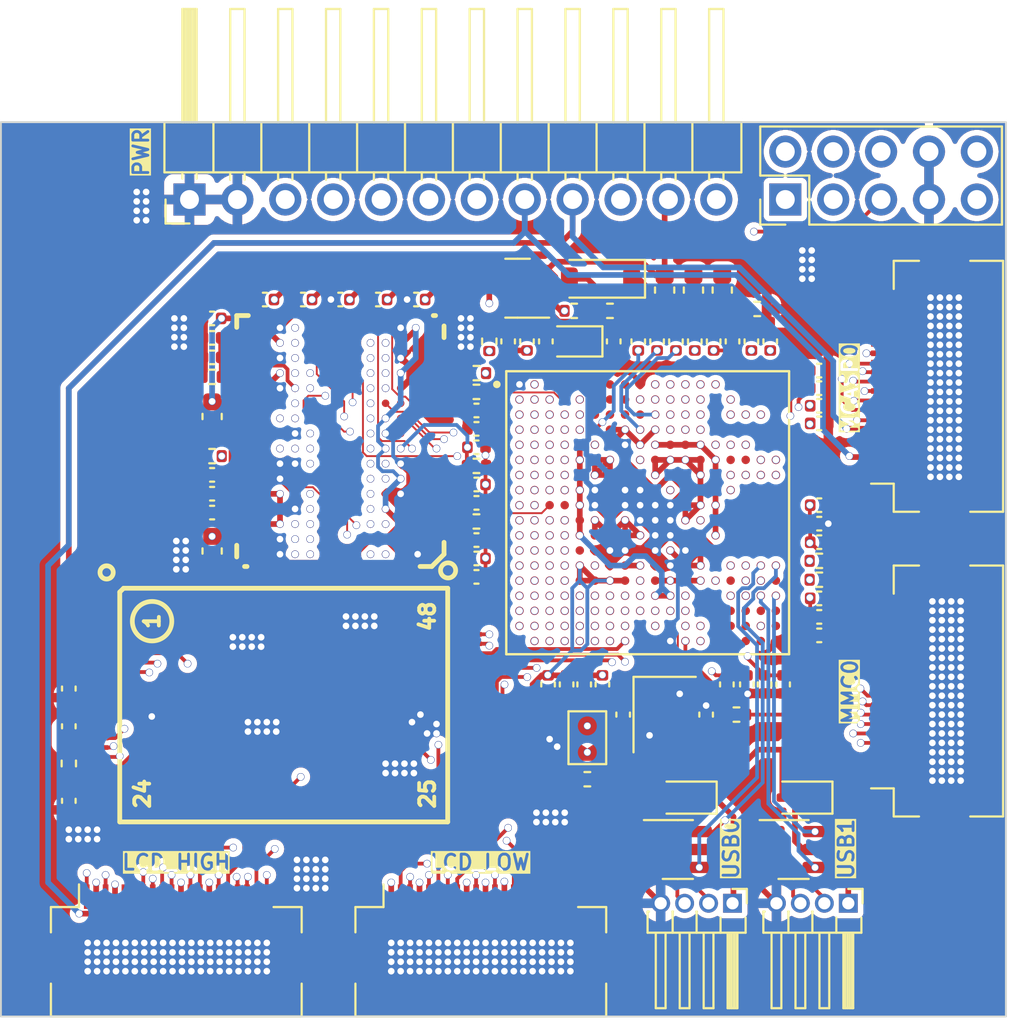
<source format=kicad_pcb>
(kicad_pcb (version 20221018) (generator pcbnew)
  (layers (0 "F.Cu" signal) (1 "In1.Cu" signal) (2 "In2.Cu" signal) (3 "In3.Cu" signal) (4 "In4.Cu" signal) (5 "In5.Cu" signal) (6 "In6.Cu" signal) (31 "B.Cu" signal) (34 "B.Paste" user) (35 "F.Paste" user) (36 "B.SilkS" user "B.Silkscreen") (37 "F.SilkS" user "F.Silkscreen") (38 "B.Mask" user) (39 "F.Mask" user) (44 "Edge.Cuts" user))
  (net 0 "")
  (net 1 "+1V1")
  (net 2 "GND")
  (net 3 "+1V8")
  (net 4 "Net-(D2-K)")
  (net 5 "+1.5V")
  (net 6 "+3V3")
  (net 7 "Net-(U3-CAP_VBB_MPU)")
  (net 8 "Net-(U3-CAP_VDD_SRAM_MPU)")
  (net 9 "RTC_XTAL_IN")
  (net 10 "Net-(U3-CAP_VDD_SRAM_CORE)")
  (net 11 "Net-(U3-RTC_XTALOUT)")
  (net 12 "Net-(U3-CAP_VDD_RTC)")
  (net 13 "XTAL_IN")
  (net 14 "Net-(U3-XTALOUT)")
  (net 15 "/GPMC_WPN")
  (net 16 "Net-(U5-VREFCA)")
  (net 17 "Net-(D1-K)")
  (net 18 "+5V")
  (net 19 "Net-(D2-A)")
  (net 20 "PWR_SYS_EN")
  (net 21 "PWR_PWRONRSTn")
  (net 22 "PWR_WARMRSTn")
  (net 23 "/USB_RAW_DM0")
  (net 24 "/USB_RAW_DP0")
  (net 25 "/USB_RAW_DM1")
  (net 26 "/USB_RAW_DP1")
  (net 27 "TDO")
  (net 28 "TDI")
  (net 29 "TMS")
  (net 30 "TCK")
  (net 31 "TRST")
  (net 35 "MMC0_CMD")
  (net 36 "MMC0_CLK")
  (net 37 "MMC0_DAT0")
  (net 38 "MMC0_DAT1")
  (net 39 "MMC0_DAT2")
  (net 40 "MMC0_DAT3")
  (net 41 "UART0_RXD")
  (net 42 "UART0_TXD")
  (net 43 "EDID_SCL")
  (net 44 "EDID_SDA")
  (net 45 "/LCD_D27{slash}PCLK")
  (net 46 "/LCD_D21{slash}R0")
  (net 47 "/LCD_D18{slash}R1")
  (net 48 "/LCD_D16{slash}R2")
  (net 49 "/LCD_D0{slash}R3")
  (net 50 "/LCD_D1{slash}R4")
  (net 51 "/LCD_D4{slash}R7")
  (net 52 "/LCD_D2{slash}R5")
  (net 53 "/LCD_D22{slash}G0")
  (net 54 "/LCD_D19{slash}G1")
  (net 55 "/LCD_D5{slash}G2")
  (net 56 "/LCD_D9{slash}G6")
  (net 57 "/LCD_D10{slash}G7")
  (net 58 "/LCD_D6{slash}G3")
  (net 59 "/LCD_D7{slash}G4")
  (net 60 "/LCD_D8{slash}G5")
  (net 61 "/LCD_D23{slash}B0")
  (net 62 "/LCD_D14{slash}B6")
  (net 63 "/LCD_D15{slash}B7")
  (net 64 "/LCD_D20{slash}B1")
  (net 65 "/LCD_D17{slash}B2")
  (net 66 "/LCD_D11{slash}B3")
  (net 67 "/LCD_D12{slash}B4")
  (net 68 "/LCD_D13{slash}B5")
  (net 69 "/LCD_D24{slash}HSYNC")
  (net 70 "/LCD_D25{slash}VSYNC")
  (net 71 "/LCD_D26{slash}ENABLE")
  (net 72 "/LCD_D3{slash}R6")
  (net 73 "MCASP0_FSX")
  (net 74 "MCASP0_ACLKR")
  (net 75 "MCASP0_AHCLKR")
  (net 76 "MCASP0_AHCLKX")
  (net 77 "MCASP0_ACLKX")
  (net 78 "MCASP0_FSR")
  (net 79 "MCASP0_AXR0")
  (net 80 "MCASP0_AXR1")
  (net 81 "/GMPC_CSN0")
  (net 82 "Net-(JP1-B)")
  (net 83 "Net-(Q1-B)")
  (net 84 "RTC_PORZ")
  (net 85 "Net-(U3-RTC_KALDO_ENN)")
  (net 86 "Net-(U3-USB1_ID)")
  (net 87 "Net-(U3-EXT_WAKEUP)")
  (net 88 "Net-(U3-USB0_ID)")
  (net 89 "Net-(U3-DDR_VTP)")
  (net 90 "/GPMC_CLK")
  (net 91 "Net-(U5-ZQ)")
  (net 92 "USB0_DP")
  (net 93 "USB0_DM")
  (net 94 "USB1_DP")
  (net 95 "USB1_DM")
  (net 97 "Net-(U3-SPI0_CS0)")
  (net 98 "Net-(U3-SPI0_SCLK)")
  (net 99 "/DDR_A5")
  (net 100 "/DDR_WEN")
  (net 101 "/DDR_BA2")
  (net 103 "Net-(U3-SPI0_D1)")
  (net 104 "Net-(U3-SPI0_D0)")
  (net 105 "NNMI")
  (net 106 "/DDR_A9")
  (net 107 "/DDR_A4")
  (net 108 "/DDR_A3")
  (net 109 "/DDR_BA0")
  (net 112 "MMC0_DETN")
  (net 114 "/DDR_CKN")
  (net 115 "/DDR_CK")
  (net 116 "/DDR_A15")
  (net 117 "/DDR_A8")
  (net 118 "/DDR_A6")
  (net 124 "/DDR_BA1")
  (net 125 "/DDR_A7")
  (net 126 "/DDR_A12")
  (net 127 "/DDR_A2")
  (net 130 "/DDR_CASN")
  (net 131 "/DDR_A11")
  (net 132 "/DDR_A0")
  (net 133 "/DDR_A10")
  (net 136 "/DDR_ODT")
  (net 137 "/DDR_RSTN")
  (net 138 "/DDR_CKE")
  (net 139 "/DDR_RASN")
  (net 140 "/DDR_A1")
  (net 141 "/DDR_CSN0")
  (net 142 "/DDR_A13")
  (net 143 "/DDR_A14")
  (net 147 "/DDR_D8")
  (net 148 "/DDR_DQM1")
  (net 154 "/DDR_D9")
  (net 155 "/DDR_D10")
  (net 156 "/DDR_D11")
  (net 157 "/DDR_D12")
  (net 162 "/DDR_DQS1")
  (net 163 "/DDR_DQSN1")
  (net 164 "/DDR_D13")
  (net 165 "/DDR_D14")
  (net 170 "/DDR_D15")
  (net 171 "/DDR_DQM0")
  (net 172 "/DDR_D0")
  (net 173 "/DDR_D1")
  (net 179 "/DDR_D2")
  (net 180 "/DDR_D3")
  (net 181 "/DDR_D4")
  (net 182 "/DDR_D5")
  (net 183 "/DDR_DQS0")
  (net 184 "/DDR_DQSN0")
  (net 185 "/DDR_D6")
  (net 186 "/DDR_D7")
  (net 189 "/GPMC_ALE")
  (net 190 "/GPMC_AD2")
  (net 191 "/GPMC_AD6")
  (net 194 "/GPMC_CLE")
  (net 195 "/GPMC_REN")
  (net 196 "/GPMC_AD3")
  (net 197 "/GPMC_AD7")
  (net 204 "/GPMC_WEN")
  (net 205 "/GPMC_AD0")
  (net 206 "/GPMC_AD4")
  (net 212 "/GPMC_AD1")
  (net 213 "/GPMC_AD5")
  (net 251 "Net-(U5-NC{slash}ZQ1)")
  (net 254 "Net-(D3-K)")
  (footprint "Capacitor_SMD:C_0402_1005Metric" (layer "F.Cu") (at 94.32 141.5 180)
    (fp_text reference "C24" hide)
    (fp_text value "100nF" hide)
  )
  (footprint "Capacitor_SMD:C_0402_1005Metric" (layer "F.Cu") (at 72.7 149.42 -90)
    (fp_text reference "C47" hide)
    (fp_text value "100nF" hide)
  )
  (footprint "Capacitor_SMD:C_0402_1005Metric" (layer "F.Cu") (at 101.6 129.02 -90)
    (fp_text reference "C39" hide)
    (fp_text value "6.8pF" hide)
  )
  (footprint "Capacitor_SMD:C_0402_1005Metric" (layer "F.Cu") (at 98.117143 147.2 -90)
    (fp_text reference "C35" hide)
    (fp_text value "100nF" hide)
  )
  (footprint "Package_TO_SOT_SMD:SOT-23" (layer "F.Cu") (at 96.5 126.2 180)
    (fp_text reference "Q1" hide)
    (fp_text value "MMBT3906" hide)
  )
  (footprint "Crystal:Crystal_SMD_3225-4Pin_3.2x2.5mm" (layer "F.Cu") (at 104.3 148.8 -90)
    (fp_text reference "Y2" hide)
    (fp_text value "24MHz" hide)
  )
  (footprint "Resistor_SMD:R_0402_1005Metric" (layer "F.Cu") (at 108.11 148.8 180)
    (fp_text reference "R12" hide)
    (fp_text value "10k" hide)
  )
  (footprint "Connector_FFC-FPC:Hirose_FH12-20S-0.5SH_1x20-1MP_P0.50mm_Horizontal" (layer "F.Cu") (at 117.75 131.4 90)
    (fp_text reference "J10" hide)
    (fp_text value "MCASP0_FPC" hide)
  )
  (footprint "Capacitor_SMD:C_0402_1005Metric" (layer "F.Cu") (at 105.9 129.02 90)
    (fp_text reference "C38" hide)
    (fp_text value "1uF" hide)
  )
  (footprint "Capacitor_SMD:C_0402_1005Metric" (layer "F.Cu") (at 103.9 129.02 90)
    (fp_text reference "C40" hide)
    (fp_text value "1uF" hide)
  )
  (footprint "Capacitor_SMD:C_0402_1005Metric" (layer "F.Cu") (at 87.1 126.8 180)
    (fp_text reference "C53" hide)
    (fp_text value "100nF" hide)
  )
  (footprint "Capacitor_SMD:C_0402_1005Metric" (layer "F.Cu") (at 102.1 148.8 90)
    (fp_text reference "C43" hide)
    (fp_text value "28pF" hide)
  )
  (footprint "Capacitor_SMD:C_0402_1005Metric" (layer "F.Cu") (at 99.1 147.2 -90)
    (fp_text reference "C31" hide)
    (fp_text value "100nF" hide)
  )
  (footprint "Connector_PinHeader_2.54mm:PinHeader_2x05_P2.54mm_Vertical" (layer "F.Cu") (at 110.7 121.5 90)
    (fp_text reference "J6" hide)
    (fp_text value "JTAG" hide)
  )
  (footprint "Capacitor_SMD:C_0603_1608Metric" (layer "F.Cu") (at 105.8275 126.3 -90)
    (fp_text reference "C10" hide)
    (fp_text value "10uF" hide)
  )
  (footprint "Capacitor_SMD:C_0402_1005Metric" (layer "F.Cu") (at 100.032858 147.2 -90)
    (fp_text reference "C8" hide)
    (fp_text value "100nF" hide)
  )
  (footprint "Connector_FFC-FPC:Hirose_FH12-20S-0.5SH_1x20-1MP_P0.50mm_Horizontal" (layer "F.Cu") (at 117.75 147.55 90)
    (fp_text reference "J7" hide)
    (fp_text value "MMC0" hide)
  )
  (footprint "Capacitor_SMD:C_0402_1005Metric" (layer "F.Cu") (at 112.5 130.566667)
    (fp_text reference "C3" hide)
    (fp_text value "100nF" hide)
  )
  (footprint "Capacitor_SMD:C_0402_1005Metric" (layer "F.Cu") (at 94.32 136.602724 180)
    (fp_text reference "C21" hide)
    (fp_text value "100nF" hide)
  )
  (footprint "Capacitor_SMD:C_0402_1005Metric" (layer "F.Cu") (at 107.9 129.02 90)
    (fp_text reference "C7" hide)
    (fp_text value "100nF" hide)
  )
  (footprint "Capacitor_SMD:C_0402_1005Metric" (layer "F.Cu") (at 80.3 138.093332 180)
    (fp_text reference "C52" hide)
    (fp_text value "100nF" hide)
  )
  (footprint "Capacitor_SMD:C_0402_1005Metric" (layer "F.Cu") (at 112.5 139.660406)
    (fp_text reference "C27" hide)
    (fp_text value "100nF" hide)
  )
  (footprint "Resistor_SMD:R_0402_1005Metric" (layer "F.Cu") (at 101.4 127.4 180)
    (fp_text reference "R2" hide)
    (fp_text value "10k" hide)
  )
  (footprint "Capacitor_SMD:C_0603_1608Metric" (layer "F.Cu") (at 80.3 133 -90)
    (fp_text reference "C59" hide)
    (fp_text value "10uF" hide)
  )
  (footprint "Resistor_SMD:R_0402_1005Metric" (layer "F.Cu") (at 109.21 127.3)
    (fp_text reference "R1" hide)
    (fp_text value "10k" hide)
  )
  (footprint "Connector_FFC-FPC:Hirose_FH12-20S-0.5SH_1x20-1MP_P0.50mm_Horizontal" (layer "F.Cu") (at 78.4 160.3)
    (fp_text reference "J8" hide)
    (fp_text value "LCD_HIGH" hide)
  )
  (footprint "Capacitor_SMD:C_0402_1005Metric" (layer "F.Cu") (at 72.7 153.37 -90)
    (fp_text reference "C45" hide)
    (fp_text value "100nF" hide)
  )
  (footprint "Capacitor_SMD:C_0402_1005Metric" (layer "F.Cu") (at 110.582857 147.2 -90)
    (fp_text reference "C30" hide)
    (fp_text value "100nF" hide)
  )
  (footprint "Capacitor_SMD:C_0402_1005Metric" (layer "F.Cu") (at 97 129.02 90)
    (fp_text reference "C2" hide)
    (fp_text value "100nF" hide)
  )
  (footprint "Capacitor_SMD:C_0402_1005Metric" (layer "F.Cu") (at 112.5 132.433333)
    (fp_text reference "C5" hide)
    (fp_text value "100nF" hide)
  )
  (footprint "OLIMEX_IC-FP:TSOP48" (layer "F.Cu") (at 84.1 148.295113)
    (fp_text reference "U4" hide)
    (fp_text value "H27UBG8T2BTR-BC(TSOP48)" hide)
  )
  (footprint "Package_TO_SOT_SMD:SOT-23-6" (layer "F.Cu") (at 105 155.95)
    (fp_text reference "U1" hide)
    (fp_text value "USBLC6-2SC6" hide)
  )
  (footprint "Capacitor_SMD:C_0402_1005Metric" (layer "F.Cu") (at 94.32 132.680908 180)
    (fp_text reference "C33" hide)
    (fp_text value "100nF" hide)
  )
  (footprint "Capacitor_SMD:C_0402_1005Metric" (layer "F.Cu") (at 102.9 129.02 90)
    (fp_text reference "C42" hide)
    (fp_text value "1uF" hide)
  )
  (footprint "Resistor_SMD:R_0402_1005Metric" (layer "F.Cu") (at 94.32 131.695454 180)
    (fp_text reference "R5" hide)
    (fp_text value "10k" hide)
  )
  (footprint "Capacitor_SMD:C_0402_1005Metric" (layer "F.Cu") (at 94.32 140.52454 180)
    (fp_text reference "C25" hide)
    (fp_text value "100nF" hide)
  )
  (footprint "Capacitor_SMD:C_0402_1005Metric" (layer "F.Cu") (at 106.9 129.02 90)
    (fp_text reference "C13" hide)
    (fp_text value "100nF" hide)
  )
  (footprint "Diode_SMD:D_SOD-323" (layer "F.Cu") (at 105.45 153.2 180)
    (fp_text reference "D1" hide)
    (fp_text value "1N5819WS" hide)
  )
  (footprint "Diode_SMD:D_SOD-123" (layer "F.Cu") (at 100.9 125.7 180)
    (fp_text reference "D2" hide)
    (fp_text value "1N4148W" hide)
  )
  (footprint "Crystal:Crystal_SMD_2012-2Pin_2.0x1.2mm" (layer "F.Cu") (at 99.8 129.02 180)
    (fp_text reference "Y1" hide)
    (fp_text value "32.768kHz" hide)
  )
  (footprint "Resistor_SMD:R_0402_1005Metric" (layer "F.Cu") (at 95 129.02 90)
    (fp_text reference "R4" hide)
    (fp_text value "47k" hide)
  )
  (footprint "Capacitor_SMD:C_0402_1005Metric" (layer "F.Cu") (at 112.5 137.7)
    (fp_text reference "C26" hide)
    (fp_text value "100nF" hide)
  )
  (footprint "Connector_PinHeader_2.54mm:PinHeader_1x12_P2.54mm_Horizontal" (layer "F.Cu") (at 79.1 121.5 90)
    (fp_text reference "J1" hide)
    (fp_text value "PWR" hide)
  )
  (footprint "Capacitor_SMD:C_0402_1005Metric" (layer "F.Cu") (at 96 129.02 90)
    (fp_text reference "C1" hide)
    (fp_text value "100nF" hide)
  )
  (footprint "Capacitor_SMD:C_0402_1005Metric" (layer "F.Cu") (at 112.5 131.5)
    (fp_text reference "C22" hide)
    (fp_text value "100nF" hide)
  )
  (footprint "Diode_SMD:D_SOD-323" (layer "F.Cu") (at 111.59 153.2 180)
    (fp_text reference "D3" hide)
    (fp_text value "1N5819WS" hide)
  )
  (footprint "Capacitor_SMD:C_0402_1005Metric" (layer "F.Cu") (at 80.3 127.8 180)
    (fp_text reference "C55" hide)
    (fp_text value "100nF" hide)
  )
  (footprint "Capacitor_SMD:C_0402_1005Metric" (layer "F.Cu") (at 109.6 147.2 -90)
    (fp_text reference "C34" hide)
    (fp_text value "100nF" hide)
  )
  (footprint "Capacitor_SMD:C_0402_1005Metric" (layer "F.Cu") (at 101 147.2 -90)
    (fp_text reference "C14" hide)
    (fp_text value "100nF" hide)
  )
  (footprint "Capacitor_SMD:C_0402_1005Metric" (layer "F.Cu") (at 94.32 134.631816 180)
    (fp_text reference "C48" hide)
    (fp_text value "100nF" hide)
  )
  (footprint "Capacitor_SMD:C_0402_1005Metric" (layer "F.Cu") (at 104.9 129.02 90)
    (fp_text reference "C36" hide)
    (fp_text value "1uF" hide)
  )
  (footprint "TexasInstrument:BGA324CP80_18X18_1500X1500X140B50N" (layer "F.Cu") (at 103.4 138.1)
    (fp_text reference "U3" hide)
    (fp_text value "AM3352BZCZ100" hide)
  )
  (footprint "Capacitor_SMD:C_0402_1005Metric" (layer "F.Cu") (at 107.6 147.2 -90)
    (fp_text reference "C12" hide)
    (fp_text value "100nF" hide)
  )
  (footprint "Capacitor_SMD:C_0402_1005Metric" (layer "F.Cu") (at 112.5 142.641015)
    (fp_text reference "C18" hide)
    (fp_text value "100nF" hide)
  )
  (footprint "Connector_PinHeader_1.27mm:PinHeader_1x04_P1.27mm_Horizontal" (layer "F.Cu") (at 114.04 158.8 -90)
    (fp_text reference "J3" hide)
    (fp_text value "Conn_01x04" hide)
  )
  (footprint "Resistor_SMD:R_0402_1005Metric" (layer "F.Cu") (at 94.32 135.61727 180)
    (fp_text reference "R13" hide)
    (fp_text value "2k" hide)
  )
  (footprint "Capacitor_SMD:C_0402_1005Metric" (layer "F.Cu") (at 112.5 138.680203)
    (fp_text reference "C23" hide)
    (fp_text value "100nF" hide)
  )
  (footprint "Package_TO_SOT_SMD:SOT-23-6" (layer "F.Cu") (at 111.1375 155.95)
    (fp_text reference "U2" hide)
    (fp_text value "USBLC6-2SC6" hide)
  )
  (footprint "Capacitor_SMD:C_0402_1005Metric" (layer "F.Cu") (at 112.5 144.601426)
    (fp_text reference "C19" hide)
    (fp_text value "100nF" hide)
  )
  (footprint "Capacitor_SMD:C_0402_1005Metric" (layer "F.Cu") (at 98 129.02 90)
    (fp_text reference "C41" hide)
    (fp_text value "6.8pF" hide)
  )
  (footprint "Connector_PinHeader_1.27mm:PinHeader_1x04_P1.27mm_Horizontal" (layer "F.Cu") (at 107.9 158.8 -90)
    (fp_text reference "J2" hide)
    (fp_text value "Conn_01x04" hide)
  )
  (footprint "Capacitor_SMD:C_0402_1005Metric" (layer "F.Cu") (at 109.9 129.02 90)
    (fp_text reference "C17" hide)
    (fp_text value "100nF" hide)
  )
  (footprint "Capacitor_SMD:C_0402_1005Metric" (layer "F.Cu") (at 91.12 126.8 180)
    (fp_text reference "C29" hide)
    (fp_text value "100nF" hide)
  )
  (footprint "Capacitor_SMD:C_0402_1005Metric" (layer "F.Cu") (at 80.3 129.866667 180)
    (fp_text reference "C50" hide)
    (fp_text value "100nF" hide)
  )
  (footprint "Capacitor_SMD:C_0402_1005Metric" (layer "F.Cu") (at 85.12 126.8 180)
    (fp_text reference "C57" hide)
    (fp_text value "100nF" hide)
  )
  (footprint "Resistor_SMD:R_0402_1005Metric" (layer "F.Cu") (at 112.5 141.650812 180)
    (fp_text reference "R8" hide)
    (fp_text value "37k" hide)
  )
  (footprint "Capacitor_SMD:C_0603_1608Metric" (layer "F.Cu") (at 107.355 126.3 -90)
    (fp_text reference "C15" hide)
    (fp_text value "2.2uF" hide)
  )
  (footprint "Capacitor_SMD:C_0402_1005Metric" (layer "F.Cu") (at 112.5 133.366666)
    (fp_text reference "C6" hide)
    (fp_text value "100nF" hide)
  )
  (footprint "Connector_FFC-FPC:Hirose_FH12-20S-0.5SH_1x20-1MP_P0.50mm_Horizontal" (layer "F.Cu") (at 94.55 160.3)
    (fp_text reference "J9" hide)
    (fp_text value "LCD_LOW" hide)
  )
  (footprint "Capacitor_SMD:C_0603_1608Metric" (layer "F.Cu") (at 80.3 140.128332 -90)
    (fp_text reference "C60" hide)
    (fp_text value "10uF" hide)
  )
  (footprint "Capacitor_SMD:C_0402_1005Metric" (layer "F.Cu") (at 80.3 136.093332 180)
    (fp_text reference "C54" hide)
    (fp_text value "100nF" hide)
  )
  (footprint "Capacitor_SMD:C_0402_1005Metric" (layer "F.Cu") (at 80.3 137.093332 180)
    (fp_text reference "C56" hide)
    (fp_text value "100nF" hide)
  )
  (footprint "Resistor_SMD:R_0402_1005Metric" (layer "F.Cu") (at 80.3 130.9 180)
    (fp_text reference "R14" hide)
    (fp_text value "2k" hide)
  )
  (footprint "Resistor_SMD:R_0402_1005Metric" (layer "F.Cu") (at 100.2 152.225 180)
    (fp_text reference "R11" hide)
    (fp_text value "10k" hide)
  )
  (footprint "Capacitor_SMD:C_0603_1608Metric" (layer "F.Cu") (at 104.3 126.3 -90)
    (fp_text reference "C9" hide)
    (fp_text value "10uF" hide)
  )
  (footprint "Resistor_SMD:R_0402_1005Metric" (layer "F.Cu") (at 94.32 130.7 180)
    (fp_text reference "R7" hide)
    (fp_text value "4.7k" hide)
  )
  (footprint "Resistor_SMD:R_0402_1005Metric" (layer "F.Cu") (at 72.7 151.39 -90)
    (fp_text reference "R10" hide)
    (fp_text value "10k" hide)
  )
  (footprint "Resistor_SMD:R_0402_1005Metric" (layer "F.Cu") (at 112.5 140.650609 180)
    (fp_text reference "R6" hide)
    (fp_text value "37k" hide)
  )
  (footprint "Capacitor_SMD:C_0402_1005Metric" (layer "F.Cu") (at 94.32 137.578178 180)
    (fp_text reference "C20" hide)
    (fp_text value "100nF" hide)
  )
  (footprint "Resistor_SMD:R_0402_1005Metric" (layer "F.Cu") (at 99.5 127.4)
    (fp_text reference "R3" hide)
    (fp_text value "47k" hide)
  )
  (footprint "Capacitor_SMD:C_0402_1005Metric" (layer "F.Cu") (at 94.32 139.549086 180)
    (fp_text reference "C28" hide)
    (fp_text value "100nF" hide)
  )
  (footprint "Capacitor_SMD:C_0402_1005Metric" (layer "F.Cu") (at 80.3 128.833333 180)
    (fp_text reference "C49" hide)
    (fp_text value "100nF" hide)
  )
  (footprint "Resistor_SMD:R_0402_1005Metric" (layer "F.Cu") (at 80.3 135.1 180)
    (fp_text reference "R15" hide)
    (fp_text value "160k" hide)
  )
  (footprint "Capacitor_SMD:C_0402_1005Metric" (layer "F.Cu") (at 72.7 147.42 -90)
    (fp_text reference "C46" hide)
    (fp_text value "100nF" hide)
  )
  (footprint "Capacitor_SMD:C_0402_1005Metric" (layer "F.Cu") (at 108.661432 147.2 -90)
    (fp_text reference "C11" hide)
    (fp_text value "100nF" hide)
  )
  (footprint "Capacitor_SMD:C_0402_1005Metric" (layer "F.Cu") (at 108.9 129.02 90)
    (fp_text reference "C16" hide)
    (fp_text value "100nF" hide)
  )
  (footprint "Capacitor_SMD:C_0402_1005Metric" (layer "F.Cu") (at 89.1 126.8 180)
    (fp_text reference "C58" hide)
    (fp_text value "100nF" hide)
  )
  (footprint "Capacitor_SMD:C_0402_1005Metric" (layer "F.Cu") (at 112.5 143.621218)
    (fp_text reference "C4" hide)
    (fp_text value "100nF" hide)
  )
  (footprint "Capacitor_SMD:C_0402_1005Metric" (layer "F.Cu") (at 106.5 148.8 -90)
    (fp_text reference "C44" hide)
    (fp_text value "28pF" hide)
  )
  (footprint "Jumper:SolderJumper-2_P1.3mm_Open_TrianglePad1.0x1.5mm" (layer "F.Cu") (at 100.2 150.025 -90)
    (fp_text reference "JP1" hide)
    (fp_text value "Jumper_2_Open" hide)
  )
  (footprint "Capacitor_SMD:C_0402_1005Metric" (layer "F.Cu") (at 94.32 133.656362 180)
    (fp_text reference "C32" hide)
    (fp_text value "100nF" hide)
  )
  (footprint "Capacitor_SMD:C_0402_1005Metric" (layer "F.Cu") (at 83.1 126.8 180)
    (fp_text reference "C51" hide)
    (fp_text value "100nF" hide)
  )
  (footprint "OLIMEX_IC-FP:FBGA96(HYNIX_SAMSUNG_512MX16_DDR3)" (layer "F.Cu") (at 87.1 134.3 90)
    (fp_text reference "U5" hide)
    (fp_text value "H5TQ2G63BFR_MEM4G16D3EABG-125--H5TC8G63AMR-PBA_K4B8G1646Q-MYK0(FBGA-96_512MX16_DDR3-1600_11-11-11)" hide)
  )
  (footprint "Resistor_SMD:R_0402_1005Metric" (layer "F.Cu") (at 94.32 138.563632)
    (fp_text reference "R9" hide)
    (fp_text value "47" hide)
  )
  (gr_rect (start 69.1 117.4) (end 122.4 164.8) (stroke (width 0.1)) (fill none) (layer "Edge.Cuts"))
  (gr_text "USB0" (at 108.3 157.6 90) (layer "F.SilkS" knockout) (effects (font (size 0.8 0.8) (thickness 0.15) bold) (justify left bottom)))
  (gr_text "USB1" (at 114.4 157.6 90) (layer "F.SilkS" knockout) (effects (font (size 0.8 0.8) (thickness 0.15) bold) (justify left bottom)))
  (gr_text "LCD_HIGH" (at 78.4 157.1) (layer "F.SilkS" knockout) (effects (font (size 0.8 0.8) (thickness 0.15) bold) (justify bottom)))
  (gr_text "LCD_LOW" (at 94.5 157.1) (layer "F.SilkS" knockout) (effects (font (size 0.8 0.8) (thickness 0.15) bold) (justify bottom)))
  (gr_text "MCASP0" (at 114.6 131.5 90) (layer "F.SilkS" knockout) (effects (font (size 0.8 0.8) (thickness 0.15) bold) (justify bottom)))
  (gr_text "PWR" (at 77 119 90) (layer "F.SilkS" knockout) (effects (font (size 0.8 0.8) (thickness 0.15) bold) (justify bottom)))
  (gr_text "MMC0" (at 114.6 147.6 90) (layer "F.SilkS" knockout) (effects (font (size 0.8 0.8) (thickness 0.15) bold) (justify bottom)))
  (segment (start 101.4 135.3) (end 100.6 135.3) (width 0.3) (layer "F.Cu") (net 1))
  (segment (start 100.6 136.1) (end 101.4 135.3) (width 0.3) (layer "F.Cu") (net 1))
  (segment (start 100.6 135.3) (end 101.4 136.1) (width 0.3) (layer "F.Cu") (net 1))
  (segment (start 103 139.3) (end 102.2 138.5) (width 0.3) (layer "F.Cu") (net 1))
  (segment (start 104.6 135.3) (end 103.8 135.3) (width 0.3) (layer "F.Cu") (net 1))
  (segment (start 105.4 140.9) (end 106.2 140.9) (width 0.3) (layer "F.Cu") (net 1))
  (segment (start 107.0205 146.72) (end 107.6 146.72) (width 0.2) (layer "F.Cu") (net 1))
  (segment (start 106.2 136.9) (end 106.2 137.7) (width 0.3) (layer "F.Cu") (net 1))
  (segment (start 100.6 135.3) (end 100.6 136.1) (width 0.3) (layer "F.Cu") (net 1))
  (segment (start 101.4 139.3) (end 102.2 138.5) (width 0.3) (layer "F.Cu") (net 1))
  (segment (start 101.4 135.3) (end 101.4 136.1) (width 0.3) (layer "F.Cu") (net 1))
  (segment (start 107.6 146.72) (end 108.661432 146.72) (width 0.2) (layer "F.Cu") (net 1))
  (segment (start 103.8 136.1) (end 104.6 135.3) (width 0.3) (layer "F.Cu") (net 1))
  (segment (start 105.4 138.5) (end 106.2 137.7) (width 0.3) (layer "F.Cu") (net 1))
  (segment (start 106.2 140.1) (end 105.4 140.9) (width 0.3) (layer "F.Cu") (net 1))
  (segment (start 102.2 138.5) (end 102.2 139.3) (width 0.3) (layer "F.Cu") (net 1))
  (segment (start 105.4 138.5) (end 105.4 137.7) (width 0.3) (layer "F.Cu") (net 1))
  (segment (start 106.2 136.9) (end 106.2 136.1) (width 0.3) (layer "F.Cu") (net 1))
  (segment (start 106.2 136.1) (end 106.2 135.3) (width 0.3) (layer "F.Cu") (net 1))
  (segment (start 100.6 138.5) (end 100.6 139.3) (width 0.3) (layer "F.Cu") (net 1))
  (segment (start 96 129.5) (end 97 129.5) (width 0.3) (layer "F.Cu") (net 1))
  (segment (start 105.4 137.7) (end 106.2 137.7) (width 0.3) (layer "F.Cu") (net 1))
  (segment (start 105.4 135.3) (end 106.2 136.1) (width 0.3) (layer "F.Cu") (net 1))
  (segment (start 100.6 136.1) (end 101.4 136.1) (width 0.3) (layer "F.Cu") (net 1))
  (segment (start 106.8005 146.5) (end 107.0205 146.72) (width 0.2) (layer "F.Cu") (net 1))
  (segment (start 102.2 140.9) (end 103 140.9) (width 0.3) (layer "F.Cu") (net 1))
  (segment (start 103.8 135.3) (end 103.8 136.1) (width 0.3) (layer "F.Cu") (net 1))
  (segment (start 106.2 135.3) (end 104.6 135.3) (width 0.3) (layer "F.Cu") (net 1))
  (segment (start 106.2 140.9) (end 106.2 140.1) (width 0.3) (layer "F.Cu") (net 1))
  (segment (start 101.4 139.3) (end 100.6 138.5) (width 0.3) (layer "F.Cu") (net 1))
  (segment (start 100.6 139.3) (end 103 139.3) (width 0.3) (layer "F.Cu") (net 1))
  (segment (start 104.6 140.1) (end 105.4 140.9) (width 0.3) (layer "F.Cu") (net 1))
  (via (at 104.6 135.3) (size 0.4) (drill 0.35) (layers "F.Cu" "B.Cu") (net 1))
  (via (at 102.2 138.5) (size 0.4) (drill 0.35) (layers "F.Cu" "B.Cu") (net 1))
  (via (at 108.9 129.5) (size 0.4) (drill 0.35) (layers "F.Cu" "B.Cu") (net 1))
  (via (at 100.6 136.1) (size 0.4) (drill 0.35) (layers "F.Cu" "B.Cu") (net 1))
  (via (at 104.6 136.9) (size 0.4) (drill 0.35) (layers "F.Cu" "B.Cu") (net 1))
  (via (at 101.4 135.3) (size 0.4) (drill 0.35) (layers "F.Cu" "B.Cu") (net 1))
  (via (at 106.2 137.7) (size 0.4) (drill 0.35) (layers "F.Cu" "B.Cu") (net 1))
  (via (at 105.4 138.5) (size 0.4) (drill 0.35) (layers "F.Cu" "B.Cu") (net 1))
  (via (at 104.6 140.1) (size 0.4) (drill 0.35) (layers "F.Cu" "B.Cu") (net 1))
  (via (at 106.2 136.1) (size 0.4) (drill 0.35) (layers "F.Cu" "B.Cu") (net 1))
  (via (at 103 140.9) (size 0.4) (drill 0.35) (layers "F.Cu" "B.Cu") (net 1))
  (via (at 109.9 129.5) (size 0.4) (drill 0.35) (layers "F.Cu" "B.Cu") (net 1))
  (via (at 103 139.3) (size 0.4) (drill 0.35) (layers "F.Cu" "B.Cu") (net 1))
  (via (at 112 132.4) (size 0.4) (drill 0.35) (layers "F.Cu" "B.Cu") (net 1))
  (via (at 106.8005 146.5) (size 0.4) (drill 0.35) (layers "F.Cu" "B.Cu") (net 1))
  (via (at 103.8 136.1) (size 0.4) (drill 0.35) (layers "F.Cu" "B.Cu") (net 1))
  (via (at 106.2 140.9) (size 0.4) (drill 0.35) (layers "F.Cu" "B.Cu") (net 1))
  (via (at 112 133.4) (size 0.4) (drill 0.35) (layers "F.Cu" "B.Cu") (net 1))
  (via (at 97.4 131.3) (size 0.4) (drill 0.35) (layers "F.Cu" "B.Cu") (net 1))
  (via (at 100.6 138.5) (size 0.4) (drill 0.35) (layers "F.Cu" "B.Cu") (net 1))
  (via (at 105.4 135.3) (size 0.4) (drill 0.35) (layers "F.Cu" "B.Cu") (net 1))
  (via (at 97 129.5) (size 0.4) (drill 0.35) (layers "F.Cu" "B.Cu") (net 1))
  (segment (start 105.4 140.1) (end 106.2 139.3) (width 0.3) (layer "F.Cu") (net 2))
  (segment (start 103.8 137.7) (end 103 138.5) (width 0.3) (layer "F.Cu") (net 2))
  (segment (start 103 137.7) (end 103.8 137.7) (width 0.3) (layer "F.Cu") (net 2))
  (segment (start 107 140.1) (end 106.2 139.3) (width 0.3) (layer "F.Cu") (net 2))
  (segment (start 109.6 147.68) (end 108.72 147.68) (width 0.3) (layer "F.Cu") (net 2))
  (segment (start 103 136.9) (end 102.2 136.9) (width 0.3) (layer "F.Cu") (net 2))
  (segment (start 83.9 136.3) (end 84.7 135.5) (width 0.3) (layer "F.Cu") (net 2))
  (segment (start 95.8 144.7) (end 95.8 142.7) (width 0.3) (layer "F.Cu") (net 2))
  (segment (start 79.79 130.9) (end 79.79 127.83) (width 0.3) (layer "F.Cu") (net 2))
  (segment (start 112.98 144.601426) (end 112.98 143.621218) (width 0.3) (layer "F.Cu") (net 2))
  (segment (start 90.3 131.5) (end 90.75 131.05) (width 0.3) (layer "F.Cu") (net 2))
  (segment (start 79.79 127.83) (end 79.82 127.8) (width 0.3) (layer "F.Cu") (net 2))
  (segment (start 101.4 138.5) (end 102.2 137.7) (width 0.3) (layer "F.Cu") (net 2))
  (segment (start 110 155.95) (end 109.721815 155.95) (width 0.3) (layer "F.Cu") (net 2))
  (segment (start 83.9 128.3) (end 83.7 128.3) (width 0.3) (layer "F.Cu") (net 2))
  (segment (start 76.745113 148.545113) (end 77.1 148.9) (width 0.2) (layer "F.Cu") (net 2))
  (segment (start 102.95 156.584315) (end 102.95 157.66) (width 0.3) (layer "F.Cu") (net 2))
  (segment (start 90.3 135.5) (end 90.75 135.95) (width 0.3) (layer "F.Cu") (net 2))
  (segment (start 74.2 148.545113) (end 76.745113 148.545113) (width 0.2) (layer "F.Cu") (net 2))
  (segment (start 105.4 140.1) (end 105.4 139.3) (width 0.3) (layer "F.Cu") (net 2))
  (segment (start 112.98 138.680203) (end 112.98 137.7) (width 0.3) (layer "F.Cu") (net 2))
  (segment (start 100.6 140.1) (end 101.4 140.1) (width 0.3) (layer "F.Cu") (net 2))
  (segment (start 107 140.9) (end 107 140.1) (width 0.3) (layer "F.Cu") (net 2))
  (segment (start 90.3 137.9) (end 90.8 138.4) (width 0.3) (layer "F.Cu") (net 2))
  (segment (start 90.64 126.8) (end 90.64 127.46) (width 0.3) (layer "F.Cu") (net 2))
  (segment (start 94.12 142.1) (end 93.84 141.82) (width 0.3) (layer "F.Cu") (net 2))
  (segment (start 102.1 149.28) (end 102.83 149.28) (width 0.3) (layer "F.Cu") (net 2))
  (segment (start 104.6 136.1) (end 105.4 136.1) (width 0.3) (layer "F.Cu") (net 2))
  (segment (start 113.138985 142.8) (end 112.98 142.641015) (width 0.3) (layer "F.Cu") (net 2))
  (segment (start 73.3 148.820113) (end 73.3 149.3) (width 0.2) (layer "F.Cu") (net 2))
  (segment (start 101 147.68) (end 101 148.18) (width 0.3) (layer "F.Cu") (net 2))
  (segment (start 108.68 147.68) (end 108.661432 147.68) (width 0.3) (layer "F.Cu") (net 2))
  (segment (start 79.82 138.093332) (end 79.82 135.13) (width 0.3) (layer "F.Cu") (net 2))
  (segment (start 96.6 144.9) (end 96 144.9) (width 0.3) (layer "F.Cu") (net 2))
  (segment (start 105.4 136.9) (end 104.6 136.1) (width 0.3) (layer "F.Cu") (net 2))
  (segment (start 98.117143 147.68) (end 101 147.68) (width 0.3) (layer "F.Cu") (net 2))
  (segment (start 93.84 141.82) (end 93.84 141.5) (width 0.3) (layer "F.Cu") (net 2))
  (segment (start 103.8 136.9) (end 103 136.1) (width 0.3) (layer "F.Cu") (net 2))
  (segment (start 79.79 135.1) (end 79.79 134.285) (width 0.3) (layer "F.Cu") (net 2))
  (segment (start 103.8 138.5) (end 103 138.5) (width 0.3) (layer "F.Cu") (net 2))
  (segment (start 88.7 139.5) (end 87.45 140.75) (width 0.3) (layer "F.Cu") (net 2))
  (segment (start 98.3 158.45) (end 99.3 158.45) (width 0.3) (layer "F.Cu") (net 2))
  (segment (start 104.6 140.9) (end 103.8 140.1) (width 0.3) (layer "F.Cu") (net 2))
  (segment (start 79.82 135.13) (end 79.79 135.1) (width 0.3) (layer "F.Cu") (net 2))
  (segment (start 101.4 138.5) (end 100.6 137.7) (width 0.3) (layer "F.Cu") (net 2))
  (segment (start 104.6 138.5) (end 103.8 137.7) (width 0.3) (layer "F.Cu") (net 2))
  (segment (start 89.5 137.1) (end 90.3 137.1) (width 0.3) (layer "F.Cu") (net 2))
  (segment (start 101.4 140.9) (end 102.2 140.1) (width 0.3) (layer "F.Cu") (net 2))
  (segment (start 92.4 130.7) (end 92.05 130.35) (width 0.3) (layer "F.Cu") (net 2))
  (segment (start 92.6005 148.7995) (end 91.347882 148.7995) (width 0.2) (layer "F.Cu") (net 2))
  (segment (start 83.7 128.3) (end 82.62 127.22) (width 0.3) (layer "F.Cu") (net 2))
  (segment (start 84.7 137.1) (end 84.7 137.9) (width 0.3) (layer "F.Cu") (net 2))
  (segment (start 112.98 139.756137) (end 113.53 140.306137) (width 0.3) (layer "F.Cu") (net 2))
  (segment (start 106.5 148.32) (end 105.77 148.32) (width 0.3) (layer "F.Cu") (net 2))
  (segment (start 101.4 137.7) (end 102.2 137.7) (width 0.3) (layer "F.Cu") (net 2))
  (segment (start 95.2 142.1) (end 94.12 142.1) (width 0.3) (layer "F.Cu") (net 2))
  (segment (start 103.8 140.1) (end 104.6 139.3) (width 0.3) (layer "F.Cu") (net 2))
  (segment (start 103.8 140.9) (end 103.8 140.1) (width 0.3) (layer "F.Cu") (net 2))
  (segment (start 109.721815 155.95) (end 109 156.671815) (width 0.3) (layer "F.Cu") (net 2))
  (segment (start 101.4 140.9) (end 101.4 140.1) (width 0.3) (layer "F.Cu") (net 2))
  (segment (start 103 136.1) (end 103 137.7) (width 0.3) (layer "F.Cu") (net 2))
  (segment (start 105.77 148.32) (end 105.15 147.7) (width 0.3) (layer "F.Cu") (net 2))
  (segment (start 102.2 136.9) (end 103 137.7) (width 0.3) (layer "F.Cu") (net 2))
  (segment (start 79.575 131.115) (end 79.79 130.9) (width 0.3) (layer "F.Cu") (net 2))
  (segment (start 102.2 137.7) (end 103 136.9) (width 0.3) (layer "F.Cu") (net 2))
  (segment (start 89.62 127.8) (end 90.3 127.8) (width 0.3) (layer "F.Cu") (net 2))
  (segment (start 100.6 137.7) (end 101.4 136.9) (width 0.3) (layer "F.Cu") (net 2))
  (segment (start 79.79 134.285) (end 80.3 133.775) (width 0.3) (layer "F.Cu") (net 2))
  (segment (start 83.9 139.5) (end 83.9 140.3) (width 0.3) (layer "F.Cu") (net 2))
  (segment (start 89.5 137.1) (end 90.3 137.9) (width 0.3) (layer "F.Cu") (net 2))
  (segment (start 90.85 139.5) (end 90.3 139.5) (width 0.3) (layer "F.Cu") (net 2))
  (segment (start 103.8 137.7) (end 104.6 137.7) (width 0.3) (layer "F.Cu") (net 2))
  (segment (start 103 136.1) (end 102.2 136.1) (width 0.3) (layer "F.Cu") (net 2))
  (segment (start 103 140.1) (end 104.6 138.5) (width 0.3) (layer "F.Cu") (net 2))
  (segment (start 103.8 139.3) (end 103.8 136.9) (width 0.3) (layer "F.Cu") (net 2))
  (segment (start 105.4 140.1) (end 104.6 139.3) (width 0.3) (layer "F.Cu") (net 2))
  (segment (start 103 136.9) (end 103.8 136.9) (width 0.3) (layer "F.Cu") (net 2))
  (segment (start 101 148.18) (end 102.1 149.28) (width 0.3) (layer "F.Cu") (net 2))
  (segment (start 84.64 127.56) (end 83.9 128.3) (width 0.3) (layer "F.Cu") (net 2))
  (segment (start 92.854887 148.545113) (end 92.6005 148.7995) (width 0.2) (layer "F.Cu") (net 2))
  (segment (start 103 136.9) (end 103.8 137.7) (width 0.3) (layer "F.Cu") (net 2))
  (segment (start 101.4 140.1) (end 102.2 140.1) (width 0.3) (layer "F.Cu") (net 2))
  (segment (start 91.2 140.3) (end 91.2 139.85) (width 0.3) (layer "F.Cu") (net 2))
  (segment (start 109 156.671815) (end 109 157.57) (width 0.3) (layer "F.Cu") (net 2))
  (segment (start 108.72 147.68) (end 108.7 147.7) (width 0.3) (layer "F.Cu") (net 2))
  (segment (start 103 137.7) (end 103 138.5) (width 0.3) (layer "F.Cu") (net 2))
  (segment (start 73.3 149.3) (end 72.7 149.9) (width 0.2) (layer "F.Cu") (net 2))
  (segment (start 93.81 130.7) (end 92.4 130.7) (width 0.3) (layer "F.Cu") (net 2))
  (segment (start 115.9 142.8) (end 115.9 145.3) (width 0.3) (layer "F.Cu") (net 2))
  (segment (start 112.42 145.161426) (end 110.461426 145.161426) (width 0.3) (layer "F.Cu") (net 2))
  (segment (start 83.9 136.3) (end 83.9 135.5) (width 0.3) (layer "F.Cu") (net 2))
  (segment (start 100.6 136.9) (end 101.4 136.9) (width 0.3) (layer "F.Cu") (net 2))
  (segment (start 90.8 139.45) (end 90.85 139.5) (width 0.3) (layer "F.Cu") (net 2))
  (segment (start 94 148.545113) (end 92.854887 148.545113) (width 0.2) (layer "F.Cu") (net 2))
  (segment (start 82.62 127.22) (end 82.62 126.8) (width 0.3) (layer "F.Cu") (net 2))
  (segment (start 90.75 135.95) (end 90.75 136.65) (width 0.3) (layer "F.Cu") (net 2))
  (segment (start 100.6 137.7) (end 101.4 137.7) (width 0.3) (layer "F.Cu") (net 2))
  (segment (start 103.8 138.5) (end 105.4 136.9) (width 0.3) (layer "F.Cu") (net 2))
  (segment (start 112.98 139.660406) (end 112.98 139.756137) (width 0.3) (layer "F.Cu") (net 2))
  (segment (start 104.6 139.3) (end 106.2 139.3) (width 0.3) (layer "F.Cu") (net 2))
  (segment (start 105.4 136.1) (end 105.4 136.9) (width 0.3) (layer "F.Cu") (net 2))
  (segment (start 102.2 136.9) (end 101.4 136.9) (width 0.3) (layer "F.Cu") (net 2))
  (segment (start 90.75 130.35) (end 90.3 129.9) (width 0.3) (layer "F.Cu") (net 2))
  (segment (start 102.83 149.28) (end 103.45 149.9) (width 0.3) (layer "F.Cu") (net 2))
  (segment (start 103.584315 155.95) (end 102.95 156.584315) (width 0.3) (layer "F.Cu") (net 2))
  (segment (start 103.8 140.1) (end 103.8 139.3) (width 0.3) (layer "F.Cu") (net 2))
  (segment (start 103.8 139.3) (end 103 138.5) (width 0.3) (layer "F.Cu") (net 2))
  (segment (start 80.3 133.775) (end 79.575 133.05) (width 0.3) (layer "F.Cu") (net 2))
  (segment (start 102.95 157.66) (end 104.09 158.8) (width 0.3) (layer "F.Cu") (net 2))
  (segment (start 84.35 140.75) (end 83.9 140.3) (width 0.3) (layer "F.Cu") (net 2))
  (segment (start 103.8625 155.95) (end 103.584315 155.95) (width 0.3) (layer "F.Cu") (net 2))
  (segment (start 90.3 137.1) (end 90.3 137.9) (width 0.3) (layer "F.Cu") (net 2))
  (segment (start 102.2 136.1) (end 103 136.9) (width 0.3) (layer "F.Cu") (net 2))
  (segment (start 90.64 127.46) (end 90.3 127.8) (width 0.3) (layer "F.Cu") (net 2))
  (segment (start 110.582857 147.68) (end 109.6 147.68) (width 0.3) (layer "F.Cu") (net 2))
  (segment (start 73.575 148.545113) (end 73.3 148.820113) (width 0.2) (layer "F.Cu") (net 2))
  (segment (start 104.6 137.7) (end 104.6 138.5) (width 0.3) (layer "F.Cu") (net 2))
  (segment (start 104.6 136.1) (end 103.8 136.9) (width 0.3) (layer "F.Cu") (net 2))
  (segment (start 103.8 140.9) (end 103 140.1) (width 0.3) (layer "F.Cu") (net 2))
  (segment (start 104.6 138.5) (end 103.8 138.5) (width 0.3) (layer "F.Cu") (net 2))
  (segment (start 112.98 143.621218) (end 112.98 142.641015) (width 0.3) (layer "F.Cu") (net 2))
  (segment (start 100.6 136.9) (end 100.6 137.7) (width 0.3) (layer "F.Cu") (net 2))
  (segment (start 92.05 130.35) (end 90.75 130.35) (width 0.3) (layer "F.Cu") (net 2))
  (segment (start 100.6 140.1) (end 101.4 140.9) (width 0.3) (layer "F.Cu") (net 2))
  (segment (start 91.2 139.85) (end 90.85 139.5) (width 0.3) (layer "F.Cu") (net 2))
  (segment (start 110.461426 145.161426) (end 110.2 144.9) (width 0.3) (layer "F.Cu") (net 2))
  (segment (start 84.64 126.8) (end 84.64 127.56) (width 0.3) (layer "F.Cu") (net 2))
  (segment (start 112.98 139.660406) (end 112.98 138.680203) (width 0.3) (layer "F.Cu") (net 2))
  (segment (start 96 144.9) (end 95.8 144.7) (width 0.3) (layer "F.Cu") (net 2))
  (segment (start 90.75 136.65) (end 90.3 137.1) (width 0.3) (layer "F.Cu") (net 2))
  (segment (start 103.8 139.3) (end 104.6 139.3) (width 0.3) (layer "F.Cu") (net 2))
  (segment (start 104.6 140.9) (end 103.8 140.9) (width 0.3) (layer "F.Cu") (net 2))
  (segment (start 90.8 138.4) (end 90.8 139.45) (width 0.3) (layer "F.Cu") (net 2))
  (segment (start 103 137.7) (end 103.8 136.9) (width 0.3) (layer "F.Cu") (net 2))
  (segment (start 109 157.57) (end 110.23 158.8) (width 0.3) (layer "F.Cu") (net 2))
  (segment (start 101.4 137.7) (end 101.4 138.5) (width 0.3) (layer "F.Cu") (net 2))
  (segment (start 102.2 135.3) (end 103 136.1) (width 0.3) (layer "F.Cu") (net 2))
  (segment (start 102.2 140.1) (end 103.8 140.1) (width 0.3) (layer "F.Cu") (net 2))
  (segment (start 83.9 136.3) (end 84.7 137.1) (width 0.3) (layer "F.Cu") (net 2))
  (segment (start 102.2 137.7) (end 103 137.7) (width 0.3) (layer "F.Cu") (net 2))
  (segment (start 88.62 126.8) (end 89.62 127.8) (width 0.3) (layer "F.Cu") (net 2))
  (segment (start 74.2 148.545113) (end 73.575 148.545113) (width 0.2) (layer "F.Cu") (net 2))
  (segment (start 112.98 144.601426) (end 112.42 145.161426) (width 0.3) (layer "F.Cu") (net 2))
  (segment (start 108.661432 147.68) (end 107.6 147.68) (width 0.3) (layer "F.Cu") (net 2))
  (segment (start 84.7 135.5) (end 83.9 135.5) (width 0.3) (layer "F.Cu") (net 2))
  (segment (start 90.75 131.05) (end 90.75 130.35) (width 0.3) (layer "F.Cu") (net 2))
  (segment (start 101.4 136.9) (end 102.2 136.1) (width 0.3) (layer "F.Cu") (net 2))
  (segment (start 100.6 136.9) (end 101.4 137.7) (width 0.3) (layer "F.Cu") (net 2))
  (segment (start 95.8 142.7) (end 95.2 142.1) (width 0.3) (layer "F.Cu") (net 2))
  (segment (start 101.4 137.7) (end 101.4 136.9) (width 0.3) (layer "F.Cu") (net 2))
  (segment (start 102.2 136.9) (end 102.2 137.7) (width 0.3) (layer "F.Cu") (net 2))
  (segment (start 115.9 142.8) (end 113.138985 142.8) (width 0.3) (layer "F.Cu") (net 2))
  (segment (start 87.45 140.75) (end 84.35 140.75) (width 0.3) (layer "F.Cu") (net 2))
  (segment (start 103 136.1) (end 101.4 137.7) (width 0.3) (layer "F.Cu") (net 2))
  (segment (start 104.6 139.3) (end 103 137.7) (width 0.3) (layer "F.Cu") (net 2))
  (segment (start 108.7 147.7) (end 108.68 147.68) (width 0.3) (layer "F.Cu") (net 2))
  (segment (start 113.53 140.306137) (end 113.53 142.091015) (width 0.3) (layer "F.Cu") (net 2))
  (segment (start 90.3 127.8) (end 90.3 128.3) (width 0.3) (layer "F.Cu") (net 2))
  (segment (start 79.575 133.05) (end 79.575 131.115) (width 0.3) (layer "F.Cu") (net 2))
  (segment (start 102.2 137.7) (end 101.4 136.9) (width 0.3) (layer "F.Cu") (net 2))
  (segment (start 113.53 142.091015) (end 112.98 142.641015) (width 0.3) (layer "F.Cu") (net 2))
  (via (at 78.4 140.1) (size 0.4) (drill 0.35) (layers "F.Cu" "B.Cu") (net 2))
  (via (at 118.4 128.2) (size 0.4) (drill 0.35) (layers "F.Cu" "B.Cu") (net 2))
  (via (at 119.4 132.2) (size 0.4) (drill 0.35) (layers "F.Cu" "B.Cu") (net 2))
  (via (at 90.8 161.4) (size 0.4) (drill 0.35) (layers "F.Cu" "B.Cu") (net 2))
  (via (at 111.6 125.2) (size 0.4) (drill 0.35) (layers "F.Cu" "B.Cu") (net 2))
  (via (at 97.8 161.9) (size 0.4) (drill 0.35) (layers "F.Cu" "B.Cu") (net 2))
  (via (at 120 144.8) (size 0.4) (drill 0.35) (layers "F.Cu" "B.Cu") (net 2))
  (via (at 96.8 162.4) (size 0.4) (drill 0.35) (layers "F.Cu" "B.Cu") (net 2))
  (via (at 119.9 129.7) (size 0.4) (drill 0.35) (layers "F.Cu" "B.Cu") (net 2))
  (via (at 83.2 161.4) (size 0.4) (drill 0.35) (layers "F.Cu" "B.Cu") (net 2))
  (via (at 92.8 161.9) (size 0.4) (drill 0.35) (layers "F.Cu" "B.Cu") (net 2))
  (via (at 74.7 161.9) (size 0.4) (drill 0.35) (layers "F.Cu" "B.Cu") (net 2))
  (via (at 119 149.3) (size 0.4) (drill 0.35) (layers "F.Cu" "B.Cu") (net 2))
  (via (at 77.7 161.4) (size 0.4) (drill 0.35) (layers "F.Cu" "B.Cu") (net 2))
  (via (at 76.2 160.9) (size 0.4) (drill 0.35) (layers "F.Cu" "B.Cu") (net 2))
  (via (at 74.2 162.4) (size 0.4) (drill 0.35) (layers "F.Cu" "B.Cu") (net 2))
  (via (at 118.9 128.7) (size 0.4) (drill 0.35) (layers "F.Cu" "B.Cu") (net 2))
  (via (at 76.2 161.4) (size 0.4) (drill 0.35) (layers "F.Cu" "B.Cu") (net 2))
  (via (at 85.8 158) (size 0.4) (drill 0.35) (layers "F.Cu" "B.Cu") (net 2))
  (via (at 82.2 149.7) (size 0.4) (drill 0.35) (layers "F.Cu" "B.Cu") (net 2))
  (via (at 83.9 136.3) (size 0.4) (drill 0.35) (layers "F.Cu" "B.Cu") (net 2))
  (via (at 77.2 161.4) (size 0.4) (drill 0.35) (layers "F.Cu" "B.Cu") (net 2))
  (via (at 102.2 134.5) (size 0.4) (drill 0.35) (layers "F.Cu" "B.Cu") (net 2))
  (via (at 76.7 161.4) (size 0.4) (drill 0.35) (layers "F.Cu" "B.Cu") (net 2))
  (via (at 82.7 161.9) (size 0.4) (drill 0.35) (layers "F.Cu" "B.Cu") (net 2))
  (via (at 119.5 145.3) (size 0.4) (drill 0.35) (layers "F.Cu" "B.Cu") (net 2))
  (via (at 85.8 157.5) (size 0.4) (drill 0.35) (layers "F.Cu" "B.Cu") (net 2))
  (via (at 119.5 145.8) (size 0.4) (drill 0.35) (layers "F.Cu" "B.Cu") (net 2))
  (via (at 119.4 136.2) (size 0.4) (drill 0.35) (layers "F.Cu" "B.Cu") (net 2))
  (via (at 112.1 125.7) (size 0.4) (drill 0.35) (layers "F.Cu" "B.Cu") (net 2))
  (via (at 92.2 149.3) (size 0.4) (drill 0.35) (layers "F.Cu" "B.Cu") (net 2))
  (via (at 82.2 161.9) (size 0.4) (drill 0.35) (layers "F.Cu" "B.Cu") (net 2))
  (via (at 111.6 125.7) (size 0.4) (drill 0.35) (layers "F.Cu" "B.Cu") (net 2))
  (via (at 102.2 140.1) (size 0.4) (drill 0.35) (layers "F.Cu" "B.Cu") (net 2))
  (via (at 91.8 162.4) (size 0.4) (drill 0.35) (layers "F.Cu" "B.Cu") (net 2))
  (via (at 118.5 145.8) (size 0.4) (drill 0.35) (layers "F.Cu" "B.Cu") (net 2))
  (via (at 78.4 141.1) (size 0.4) (drill 0.35) (layers "F.Cu" "B.Cu") (net 2))
  (via (at 118.5 147.8) (size 0.4) (drill 0.35) (layers "F.Cu" "B.Cu") (net 2))
  (via (at 89.5 151.4) (size 0.4) (drill 0.35) (layers "F.Cu" "B.Cu") (net 2))
  (via (at 78.7 162.4) (size 0.4) (drill 0.35) (layers "F.Cu" "B.Cu") (net 2))
  (via (at 76.3 121.1) (size 0.4) (drill 0.35) (layers "F.Cu" "B.Cu") (net 2))
  (via (at 79.2 161.9) (size 0.4) (drill 0.35) (layers "F.Cu" "B.Cu") (net 2))
  (via (at 82.4 144.7) (size 0.4) (drill 0.35) (layers "F.Cu" "B.Cu") (net 2))
  (via (at 118.4 133.2) (size 0.4) (drill 0.35) (layers "F.Cu" "B.Cu") (net 2))
  (via (at 90.5 151.4) (size 0.4) (drill 0.35) (layers "F.Cu" "B.Cu") (net 2))
  (via (at 118.4 134.7) (size 0.4) (drill 0.35) (layers "F.Cu" "B.Cu") (net 2))
  (via (at 93.3 161.9) (size 0.4) (drill 0.35) (layers "F.Cu" "B.Cu") (net 2))
  (via (at 119.9 132.7) (size 0.4) (drill 0.35) (layers "F.Cu" "B.Cu") (net 2))
  (via (at 79.2 162.4) (size 0.4) (drill 0.35) (layers "F.Cu" "B.Cu") (net 2))
  (via (at 87.9 144.1) (size 0.4) (drill 0.35) (layers "F.Cu" "B.Cu") (net 2))
  (via (at 83.2 149.7) (size 0.4) (drill 0.35) (layers "F.Cu" "B.Cu") (net 2))
  (via (at 119.9 128.7) (size 0.4) (drill 0.35) (layers "F.Cu" "B.Cu") (net 2))
  (via (at 91.8 160.9) (size 0.4) (drill 0.35) (layers "F.Cu" "B.Cu") (net 2))
  (via (at 119.5 146.3) (size 0.4) (drill 0.35) (layers "F.Cu" "B.Cu") (net 2))
  (via (at 118.4 128.7) (size 0.4) (drill 0.35) (layers "F.Cu" "B.Cu") (net 2))
  (via (at 81.7 162.4) (size 0.4) (drill 0.35) (layers "F.Cu" "B.Cu") (net 2))
  (via (at 96.8 161.4) (size 0.4) (drill 0.35) (layers "F.Cu" "B.Cu") (net 2))
  (via (at 118.5 146.8) (size 0.4) (drill 0.35) (layers "F.Cu" "B.Cu") (net 2))
  (via (at 81.4 145.2) (size 0.4) (drill 0.35) (layers "F.Cu" "B.Cu") (net 2))
  (via (at 119.4 128.2) (size 0.4) (drill 0.35) (layers "F.Cu" "B.Cu") (net 2))
  (via (at 119 146.3) (size 0.4) (drill 0.35) (layers "F.Cu" "B.Cu") (net 2))
  (via (at 93.5 128.8) (size 0.4) (drill 0.35) (layers "F.Cu" "B.Cu") (net 2))
  (via (at 118.9 135.7) (size 0.4) (drill 0.35) (layers "F.Cu" "B.Cu") (net 2))
  (via (at 75.7 161.4) (size 0.4) (drill 0.35) (layers "F.Cu" "B.Cu") (net 2))
  (via (at 92.8 161.4) (size 0.4) (drill 0.35) (layers "F.Cu" "B.Cu") (net 2))
  (via (at 90.8 160.9) (size 0.4) (drill 0.35) (layers "F.Cu" "B.Cu") (net 2))
  (via (at 90.3 135.5) (size 0.4) (drill 0.35) (layers "F.Cu" "B.Cu") (net 2))
  (via (at 118.5 150.3) (size 0.4) (drill 0.35) (layers "F.Cu" "B.Cu") (net 2))
  (via (at 91 151.9) (size 0.4) (drill 0.35) (layers "F.Cu" "B.Cu") (net 2))
  (via (at 91.347882 148.7995) (size 0.4) (drill 0.35) (layers "F.Cu" "B.Cu") (net 2))
  (via (at 103 138.5) (size 0.4) (drill 0.35) (layers "F.Cu" "B.Cu") (net 2))
  (via (at 118.5 145.3) (size 0.4) (drill 0.35) (layers "F.Cu" "B.Cu") (net 2))
  (via (at 96.3 161.9) (size 0.4) (drill 0.35) (layers "F.Cu" "B.Cu") (net 2))
  (via (at 119.4 130.2) (size 0.4) (drill 0.35) (layers "F.Cu" "B.Cu") (net 2))
  (via (at 120 146.8) (size 0.4) (drill 0.35) (layers "F.Cu" "B.Cu") (net 2))
  (via (at 82.2 162.4) (size 0.4) (drill 0.35) (layers "F.Cu" "B.Cu") (net 2))
  (via (at 72.7 154.9) (size 0.4) (drill 0.35) (layers "F.Cu" "B.Cu") (net 2))
  (via (at 118.5 149.3) (size 0.4) (drill 0.35) (layers "F.Cu" "B.Cu") (net 2))
  (via (at 119.4 129.2) (size 0.4) (drill 0.35) (layers "F.Cu" "B.Cu") (net 2))
  (via (at 104.6 144.9) (size 0.4) (drill 0.35) (layers "F.Cu" "B.Cu") (net 2))
  (via (at 98.8 161.4) (size 0.4) (drill 0.35) (layers "F.Cu" "B.Cu") (net 2))
  (via (at 119 146.8) (size 0.4) (drill 0.35) (layers "F.Cu" "B.Cu") (net 2))
  (via (at 98.8 162.4) (size 0.4) (drill 0.35) (layers "F.Cu" "B.Cu") (net 2))
  (via (at 93.3 162.4) (size 0.4) (drill 0.35) (layers "F.Cu" "B.Cu") (net 2))
  (via (at 120 145.3) (size 0.4) (drill 0.35) (layers "F.Cu" "B.Cu") (net 2))
  (via (at 118.9 130.7) (size 0.4) (drill 0.35) (layers "F.Cu" "B.Cu") (net 2))
  (via (at 86.3 157.5) (size 0.4) (drill 0.35) (layers "F.Cu" "B.Cu") (net 2))
  (via (at 78.8 128.3) (size 0.4) (drill 0.35) (layers "F.Cu" "B.Cu") (net 2))
  (via (at 74.7 162.4) (size 0.4) (drill 0.35) (layers "F.Cu" "B.Cu") (net 2))
  (via (at 91.8 161.4) (size 0.4) (drill 0.35) (layers "F.Cu" "B.Cu") (net 2))
  (via (at 78.7 160.9) (size 0.4) (drill 0.35) (layers "F.Cu" "B.Cu") (net 2))
  (via (at 111.6 124.2) (size 0.4) (drill 0.35) (layers "F.Cu" "B.Cu") (net 2))
  (via (at 119.9 128.2) (size 0.4) (drill 0.35) (layers "F.Cu" "B.Cu") (net 2))
  (via (at 119.4 131.2) (size 0.4) (drill 0.35) (layers "F.Cu" "B.Cu") (net 2))
  (via (at 94 127.8) (size 0.4) (drill 0.35) (layers "F.Cu" "B.Cu") (net 2))
  (via (at 119.5 148.8) (size 0.4) (drill 0.35) (layers "F.Cu" "B.Cu") (net 2))
  (via (at 88.9 144.1) (size 0.4) (drill 0.35) (layers "F.Cu" "B.Cu") (net 2))
  (via (at 98 154) (size 0.4) (drill 0.35) (layers "F.Cu" "B.Cu") (net 2))
  (via (at 84.8 158) (size 0.4) (drill 0.35) (layers "F.Cu" "B.Cu") (net 2))
  (via (at 88.9 143.6) (size 0.4) (drill 0.35) (layers "F.Cu" "B.Cu") (net 2))
  (via (at 97.3 162.4) (size 0.4) (drill 0.35) (layers "F.Cu" "B.Cu") (net 2))
  (via (at 119.4 126.7) (size 0.4) (drill 0.35) (layers "F.Cu" "B.Cu") (net 2))
  (via (at 78.4 139.6) (size 0.4) (drill 0.35) (layers "F.Cu" "B.Cu") (net 2))
  (via (at 82.7 162.4) (size 0.4) (drill 0.35) (layers "F.Cu" "B.Cu") (net 2))
  (via (at 86.6 126.8) (size 0.4) (drill 0.35) (layers "F.Cu" "B.Cu") (net 2))
  (via (at 83.9 140.3) (size 0.4) (drill 0.35) (layers "F.Cu" "B.Cu") (net 2))
  (via (at 118.5 149.8) (size 0.4) (drill 0.35) (layers "F.Cu" "B.Cu") (net 2))
  (via (at 84.8 156.5) (size 0.4) (drill 0.35) (layers "F.Cu" "B.Cu") (net 2))
  (via (at 73.7 161.9) (size 0.4) (drill 0.35) (layers "F.Cu" "B.Cu") (net 2))
  (via (at 81.7 161.4) (size 0.4) (drill 0.35) (layers "F.Cu" "B.Cu") (net 2))
  (via (at 74.7 160.9) (size 0.4) (drill 0.35) (layers "F.Cu" "B.Cu") (net 2))
  (via (at 85.3 158) (size 0.4) (drill 0.35) (layers "F.Cu" "B.Cu") (net 2))
  (via (at 82.7 161.4) (size 0.4) (drill 0.35) (layers "F.Cu" "B.Cu") (net 2))
  (via (at 119 152.3) (size 0.4) (drill 0.35) (layers "F.Cu" "B.Cu") (net 2))
  (via (at 119 150.3) (size 0.4) (drill 0.35) (layers "F.Cu" "B.Cu") (net 2))
  (via (at 93.8 160.9) (size 0.4) (drill 0.35) (layers "F.Cu" "B.Cu") (net 2))
  (via (at 90.3 161.4) (size 0.4) (drill 0.35) (layers "F.Cu" "B.Cu") (net 2))
  (via (at 119.9 133.7) (size 0.4) (drill 0.35) (layers "F.Cu" "B.Cu") (net 2))
  (via (at 73.7 160.9) (size 0.4) (drill 0.35) (layers "F.Cu" "B.Cu") (net 2))
  (via (at 118.9 133.7) (size 0.4) (drill 0.35) (layers "F.Cu" "B.Cu") (net 2))
  (via (at 119 148.8) (size 0.4) (drill 0.35) (layers "F.Cu" "B.Cu") (net 2))
  (via (at 78.9 140.1) (size 0.4) (drill 0.35) (layers "F.Cu" "B.Cu") (net 2))
  (via (at 119.5 148.3) (size 0.4) (drill 0.35) (layers "F.Cu" "B.Cu") (net 2))
  (via (at 75.7 161.9) (size 0.4) (drill 0.35) (layers "F.Cu" "B.Cu") (net 2))
  (via (at 119.5 150.8) (size 0.4) (drill 0.35) (layers "F.Cu" "B.Cu") (net 2))
  (via (at 119 145.8) (size 0.4) (drill 0.35) (layers "F.Cu" "B.Cu") (net 2))
  (via (at 81.2 161.9) (size 0.4) (drill 0.35) (layers "F.Cu" "B.Cu") (net 2))
  (via (at 105.4 140.1) (size 0.4) (drill 0.35) (layers "F.Cu" "B.Cu") (net 2))
  (via (at 119.4 127.2) (size 0.4) (drill 0.35) (layers "F.Cu" "B.Cu") (net 2))
  (via (at 79.7 161.4) (size 0.4) (drill 0.35) (layers "F.Cu" "B.Cu") (net 2))
  (via (at 77.1 148.9) (size 0.4) (drill 0.35) (layers "F.Cu" "B.Cu") (net 2))
  (via (at 77.7 162.4) (size 0.4) (drill 0.35) (layers "F.Cu" "B.Cu") (net 2))
  (via (at 90 151.4) (size 0.4) (drill 0.35) (layers "F.Cu" "B.Cu") (net 2))
  (via (at 85.3 157.5) (size 0.4) (drill 0.35) (layers "F.Cu" "B.Cu") (net 2))
  (via (at 84.7 133.9) (size 0.4) (drill 0.35) (layers "F.Cu" "B.Cu") (net 2))
  (via (at 120 150.8) (size 0.4) (drill 0.35) (layers "F.Cu" "B.Cu") (net 2))
  (via (at 83.9 129.9) (size 0.4) (drill 0.35) (layers "F.Cu" "B.Cu") (net 2))
  (via (at 95.3 161.4) (size 0.4) (drill 0.35) (layers "F.Cu" "B.Cu") (net 2))
  (via (at 119.9 127.2) (size 0.4) (drill 0.35) (layers "F.Cu" "B.Cu") (net 2))
  (via (at 84.8 157) (size 0.4) (drill 0.35) (layers "F.Cu" "B.Cu") (net 2))
  (via (at 82.2 149.2) (size 0.4) (drill 0.35) (layers "F.Cu" "B.Cu") (net 2))
  (via (at 74.2 161.9) (size 0.4) (drill 0.35) (layers "F.Cu" "B.Cu") (net 2))
  (via (at 85.3 157) (size 0.4) (drill 0.35) (layers "F.Cu" "B.Cu") (net 2))
  (via (at 90.8 161.9) (size 0.4) (drill 0.35) (layers "F.Cu" "B.Cu") (net 2))
  (via (at 118.9 134.2) (size 0.4) (drill 0.35) (layers "F.Cu" "B.Cu") (net 2))
  (via (at 81.2 162.4) (size 0.4) (drill 0.35) (layers "F.Cu" "B.Cu") (net 2))
  (via (at 97.3 160.9) (size 0.4) (drill 0.35) (layers "F.Cu" "B.Cu") (net 2))
  (via (at 79.2 161.4) (size 0.4) (drill 0.35) (layers "F.Cu" "B.Cu") (net 2))
  (via (at 91.2 140.3) (size 0.4) (drill 0.35) (layers "F.Cu" "B.Cu") (net 2))
  (via (at 91.7 149.8) (size 0.4) (drill 0.35) (layers "F.Cu" "B.Cu") (net 2))
  (via (at 98.5 154.5) (size 0.4) (drill 0.35) (layers "F.Cu" "B.Cu") (net 2))
  (via (at 92.3 161.4) (size 0.4) (drill 0.35) (layers "F.Cu" "B.Cu") (net 2))
  (via (at 88.4 143.6) (size 0.4) (drill 0.35) (layers "F.Cu" "B.Cu") (net 2))
  (via (at 111.6 124.7) (size 0.4) (drill 0.35) (layers "F.Cu" "B.Cu") (net 2))
  (via (at 74.2 154.9) (size 0.4) (drill 0.35) (layers "F.Cu" "B.Cu") (net 2))
  (via (at 118.5 143.3) (size 0.4) (drill 0.35) (layers "F.Cu" "B.Cu") (net 2))
  (via (at 118.9 128.2) (size 0.4) (drill 0.35) (layers "F.Cu" "B.Cu") (net 2))
  (via (at 104.6 138.5) (size 0.4) (drill 0.35) (layers "F.Cu" "B.Cu") (net 2))
  (via (at 97.5 154) (size 0.4) (drill 0.35) (layers "F.Cu" "B.Cu") (net 2))
  (via (at 75.2 160.9) (size 0.4) (drill 0.35) (layers "F.Cu" "B.Cu") (net 2))
  (via (at 118.9 133.2) (size 0.4) (drill 0.35) (layers "F.Cu" "B.Cu") (net 2))
  (via (at 103.8 137.7) (size 0.4) (drill 0.35) (layers "F.Cu" "B.Cu") (net 2))
  (via (at 119.5 147.8) (size 0.4) (drill 0.35) (layers "F.Cu" "B.Cu") (net 2))
  (via (at 98.5 154) (size 0.4) (drill 0.35) (layers "F.Cu" "B.Cu") (net 2))
  (via (at 83.9 135.5) (size 0.4) (drill 0.35) (layers "F.Cu" "B.Cu") (net 2))
  (via (at 119.4 130.7) (size 0.4) (drill 0.35) (layers "F.Cu" "B.Cu") (net 2))
  (via (at 91.3 162.4) (size 0.4) (drill 0.35) (layers "F.Cu" "B.Cu") (net 2))
  (via (at 82.9 144.7) (size 0.4) (drill 0.35) (layers "F.Cu" "B.Cu") (net 2))
  (via (at 92.3 162.4) (size 0.4) (drill 0.35) (layers "F.Cu" "B.Cu") (net 2))
  (via (at 80.7 162.4) (size 0.4) (drill 0.35) (layers "F.Cu" "B.Cu") (net 2))
  (via (at 78.4 140.6) (size 0.4) (drill 0.35) (layers "F.Cu" "B.Cu") (net 2))
  (via (at 83.7 149.2) (size 0.4) (drill 0.35) (layers "F.Cu" "B.Cu") (net 2))
  (via (at 78.9 141.1) (size 0.4) (drill 0.35) (layers "F.Cu" "B.Cu") (net 2))
  (via (at 94.8 161.4) (size 0.4) (drill 0.35) (layers "F.Cu" "B.Cu") (net 2))
  (via (at 81.4 144.7) (size 0.4) (drill 0.35) (layers "F.Cu" "B.Cu") (net 2))
  (via (at 119.5 143.8) (size 0.4) (drill 0.35) (layers "F.Cu" "B.Cu") (net 2))
  (via (at 79.7 160.9) (size 0.4) (drill 0.35) (layers "F.Cu" "B.Cu") (net 2))
  (via (at 83.9 131.5) (size 0.4) (drill 0.35) (layers "F.Cu" "B.Cu") (net 2))
  (via (at 94.8 162.4) (size 0.4) (drill 0.35) (layers "F.Cu" "B.Cu") (net 2))
  (via (at 118.5 148.3) (size 0.4) (drill 0.35) (layers "F.Cu" "B.Cu") (net 2))
  (via (at 94.8 160.9) (size 0.4) (drill 0.35) (layers "F.Cu" "B.Cu") (net 2))
  (via (at 120 147.3) (size 0.4) (drill 0.35) (layers "F.Cu" "B.Cu") (net 2))
  (via (at 96.8 161.9) (size 0.4) (drill 0.35) (layers "F.Cu" "B.Cu") (net 2))
  (via (at 98.8 160.9) (size 0.4) (drill 0.35) (layers "F.Cu" "B.Cu") (net 2))
  (via (at 97.8 160.9) (size 0.4) (drill 0.35) (layers "F.Cu" "B.Cu") (net 2))
  (via (at 73.7 155.4) (size 0.4) (drill 0.35) (layers "F.Cu" "B.Cu") (net 2))
  (via (at 76.3 122.1) (size 0.4) (drill 0.35) (layers "F.Cu" "B.Cu") (net 2))
  (via (at 104.6 140.9) (size 0.4) (drill 0.35) (layers "F.Cu" "B.Cu") (net 2))
  (via (at 118.9 132.2) (size 0.4) (drill 0.35) (layers "F.Cu" "B.Cu") (net 2))
  (via (at 92.8 162.4) (size 0.4) (drill 0.35) (layers "F.Cu" "B.Cu") (net 2))
  (via (at 118.4 135.2) (size 0.4) (drill 0.35) (layers "F.Cu" "B.Cu") (net 2))
  (via (at 108.7 147.7) (size 0.4) (drill 0.35) (layers "F.Cu" "B.Cu") (net 2))
  (via (at 119 144.3) (size 0.4) (drill 0.35) (layers "F.Cu" "B.Cu") (net 2))
  (via (at 118.4 132.2) (size 0.4) (drill 0.35) (layers "F.Cu" "B.Cu") (net 2))
  (via (at 76.7 160.9) (size 0.4) (drill 0.35) (layers "F.Cu" "B.Cu") (net 2))
  (via (at 81.7 161.9) (size 0.4) (drill 0.35) (layers "F.Cu" "B.Cu") (net 2))
  (via (at 119 149.8) (size 0.4) (drill 0.35) (layers "F.Cu" "B.Cu") (net 2))
  (via (at 94.3 162.4) (size 0.4) (drill 0.35) (layers "F.Cu" "B.Cu") (net 2))
  (via (at 91.3 160.9) (size 0.4) (drill 0.35) (layers "F.Cu" "B.Cu") (net 2))
  (via (at 90.8 162.4) (size 0.4) (drill 0.35) (layers "F.Cu" "B.Cu") (net 2))
  (via (at 77.2 162.4) (size 0.4) (drill 0.35) (layers "F.Cu" "B.Cu") (net 2))
  (via (at 93.5 127.8) (size 0.4) (drill 0.35) (layers "F.Cu" "B.Cu") (net 2))
  (via (at 87.4 144.1) (size 0.4) (drill 0.35) (layers "F.Cu" "B.Cu") (net 2))
  (via (at 97.8 162.4) (size 0.4) (drill 0.35) (layers "F.Cu" "B.Cu") (net 2))
  (via (at 90.9 149.2) (size 0.4) (drill 0.35) (layers "F.Cu" "B.Cu") (net 2))
  (via (at 95.8 160.9) (size 0.4) (drill 0.35) (layers "F.Cu" "B.Cu") (net 2))
  (via (at 92.3 161.9) (size 0.4) (drill 0.35) (layers "F.Cu" "B.Cu") (net 2))
  (via (at 119 148.3) (size 0.4) (drill 0.35) (layers "F.Cu" "B.Cu") (net 2))
  (via (at 79.7 161.9) (size 0.4) (drill 0.35) (layers "F.Cu" "B.Cu") (net 2))
  (via (at 119.5 144.8) (size 0.4) (drill 0.35) (layers "F.Cu" "B.Cu") (net 2))
  (via (at 118.9 127.7) (size 0.4) (drill 0.35) (layers "F.Cu" "B.Cu") (net 2))
  (via (at 86.3 158) (size 0.4) (drill 0.35) (layers "F.Cu" "B.Cu") (net 2))
  (via (at 73.7 154.9) (size 0.4) (drill 0.35) (layers "F.Cu" "B.Cu") (net 2))
  (via (at 118.4 130.7) (size 0.4) (drill 0.35) (layers "F.Cu" "B.Cu") (net 2))
  (via (at 118.5 151.3) (size 0.4) (drill 0.35) (layers "F.Cu" "B.Cu") (net 2))
  (via (at 78.3 128.3) (size 0.4) (drill 0.35) (layers "F.Cu" "B.Cu") (net 2))
  (via (at 120 143.3) (size 0.4) (drill 0.35) (layers "F.Cu" "B.Cu") (net 2))
  (via (at 118.9 136.2) (size 0.4) (drill 0.35) (layers "F.Cu" "B.Cu") (net 2))
  (via (at 88.4 144.1) (size 0.4) (drill 0.35) (layers "F.Cu" "B.Cu") (net 2))
  (via (at 80.7 161.4) (size 0.4) (drill 0.35) (layers "F.Cu" "B.Cu") (net 2))
  (via (at 99.3 161.4) (size 0.4) (drill 0.35) (layers "F.Cu" "B.Cu") (net 2))
  (via (at 83.2 149.2) (size 0.4) (drill 0.35) (layers "F.Cu" "B.Cu") (net 2))
  (via (at 118.9 130.2) (size 0.4) (drill 0.35) (layers "F.Cu" "B.Cu") (net 2))
  (via (at 97.3 161.4) (size 0.4) (drill 0.35) (layers "F.Cu" "B.Cu") (net 2))
  (via (at 119.5 150.3) (size 0.4) (drill 0.35) (layers "F.Cu" "B.Cu") (net 2))
  (via (at 75.7 160.9) (size 0.4) (drill 0.35) (layers "F.Cu" "B.Cu") (net 2))
  (via (at 83.2 161.9) (size 0.4) (drill 0.35) (layers "F.Cu" "B.Cu") (net 2))
  (via (at 105.1 147.7) (size 0.4) (drill 0.35) (layers "F.Cu" "B.Cu") (net 2))
  (via (at 119.4 129.7) (size 0.4) (drill 0.35) (layers "F.Cu" "B.Cu") (net 2))
  (via (at 118.4 129.2) (size 0.4) (drill 0.35) (layers "F.Cu" "B.Cu") (net 2))
  (via (at 118.5 146.3) (size 0.4) (drill 0.35) (layers "F.Cu" "B.Cu") (net 2))
  (via (at 119.5 151.8) (size 0.4) (drill 0.35) (layers "F.Cu" "B.Cu") (net 2))
  (via (at 90.3 162.4) (size 0.4) (drill 0.35) (layers "F.Cu" "B.Cu") (net 2))
  (via (at 86.3 156.5) (size 0.4) (drill 0.35) (layers "F.Cu" "B.Cu") (net 2))
  (via (at 119.4 131.7) (size 0.4) (drill 0.35) (layers "F.Cu" "B.Cu") (net 2))
  (via (at 102.2 136.9) (size 0.4) (drill 0.35) (layers "F.Cu" "B.Cu") (net 2))
  (via (at 83.2 160.9) (size 0.4) (drill 0.35) (layers "F.Cu" "B.Cu") (net 2))
  (via (at 87.9 143.6) (size 0.4) (drill 0.35) (layers "F.Cu" "B.Cu") (net 2))
  (via (at 112.1 124.7) (size 0.4) (drill 0.35) (layers "F.Cu" "B.Cu") (net 2))
  (via (at 118.9 126.7) (size 0.4) (drill 0.35) (layers "F.Cu" "B.Cu") (net 2))
  (via (at 118.4 127.2) (size 0.4) (drill 0.35) (layers "F.Cu" "B.Cu") (net 2))
  (via (at 73.7 161.4) (size 0.4) (drill 0.35) (layers "F.Cu" "B.Cu") (net 2))
  (via (at 91.3 161.4) (size 0.4) (drill 0.35) (layers "F.Cu" "B.Cu") (net 2))
  (via (at 85.8 156.5) (size 0.4) (drill 0.35) (layers "F.Cu" "B.Cu") (net 2))
  (via (at 74.7 161.4) (size 0.4) (drill 0.35) (layers "F.Cu" "B.Cu") (net 2))
  (via (at 72.7 155.4) (size 0.4) (drill 0.35) (layers "F.Cu" "B.Cu") (net 2))
  (via (at 81.7 160.9) (size 0.4) (drill 0.35) (layers "F.Cu" "B.Cu") (net 2))
  (via (at 119.4 135.7) (size 0.4) (drill 0.35) (layers "F.Cu" "B.Cu") (net 2))
  (via (at 81.2 161.4) (size 0.4) (drill 0.35) (layers "F.Cu" "B.Cu") (net 2))
  (via (at 103.8 139.3) (size 0.4) (drill 0.35) (layers "F.Cu" "B.Cu") (net 2))
  (via (at 119 150.8) (size 0.4) (drill 0.35) (layers "F.Cu" "B.Cu") (net 2))
  (via (at 119.5 151.3) (size 0.4) (drill 0.35) (layers "F.Cu" "B.Cu") (net 2))
  (via (at 74.2 155.4) (size 0.4) (drill 0.35) (layers "F.Cu" "B.Cu") (net 2))
  (via (at 112.1 125.2) (size 0.4) (drill 0.35) (layers "F.Cu" "B.Cu") (net 2))
  (via (at 118.5 142.8) (size 0.4) (drill 0.35) (layers "F.Cu" "B.Cu") (net 2))
  (via (at 120 151.3) (size 0.4) (drill 0.35) (layers "F.Cu" "B.Cu") (net 2))
  (via (at 93.3 160.9) (size 0.4) (drill 0.35) (layers "F.Cu" "B.Cu") (net 2))
  (via (at 75.2 161.4) (size 0.4) (drill 0.35) (layers "F.Cu" "B.Cu") (net 2))
  (via (at 120 149.8) (size 0.4) (drill 0.35) (layers "F.Cu" "B.Cu") (net 2))
  (via (at 120 143.8) (size 0.4) (drill 0.35) (layers "F.Cu" "B.Cu") (net 2))
  (via (at 76.3 122.6) (size 0.4) (drill 0.35) (layers "F.Cu" "B.Cu") (net 2))
  (via (at 96.3 160.9) (size 0.4) (drill 0.35) (layers "F.Cu" "B.Cu") (net 2))
  (via (at 94.3 161.9) (size 0.4) (drill 0.35) (layers "F.Cu" "B.Cu") (net 2))
  (via (at 95.3 162.4) (size 0.4) (drill 0.35) (layers "F.Cu" "B.Cu") (net 2))
  (via (at 118.4 129.7) (size 0.4) (drill 0.35) (layers "F.Cu" "B.Cu") (net 2))
  (via (at 119 147.8) (size 0.4) (drill 0.35) (layers "F.Cu" "B.Cu") (net 2))
  (via (at 98.8 161.9) (size 0.4) (drill 0.35) (layers "F.Cu" "B.Cu") (net 2))
  (via (at 120 144.3) (size 0.4) (drill 0.35) (layers "F.Cu" "B.Cu") (net 2))
  (via (at 92.8 160.9) (size 0.4) (drill 0.35) (layers "F.Cu" "B.Cu") (net 2))
  (via (at 82.7 149.7) (size 0.4) (drill 0.35) (layers "F.Cu" "B.Cu") (net 2))
  (via (at 89.8 162.4) (size 0.4) (drill 0.35) (layers "F.Cu" "B.Cu") (net 2))
  (via (at 90.64 126.8) (size 0.4) (drill 0.35) (layers "F.Cu" "B.Cu") (net 2))
  (via (at 119 143.8) (size 0.4) (drill 0.35) (layers "F.Cu" "B.Cu") (net 2))
  (via (at 95.8 162.4) (size 0.4) (drill 0.35) (layers "F.Cu" "B.Cu") (net 2))
  (via (at 97.8 161.4) (size 0.4) (drill 0.35) (layers "F.Cu" "B.Cu") (net 2))
  (via (at 118.9 127.2) (size 0.4) (drill 0.35) (layers "F.Cu" "B.Cu") (net 2))
  (via (at 103.8 138.5) (size 0.4) (drill 0.35) (layers "F.Cu" "B.Cu") (net 2))
  (via (at 80.2 161.9) (size 0.4) (drill 0.35) (layers "F.Cu" "B.Cu") (net 2))
  (via (at 82.4 145.2) (size 0.4) (drill 0.35) (layers "F.Cu" "B.Cu") (net 2))
  (via (at 119.4 132.7) (size 0.4) (drill 0.35) (layers "F.Cu" "B.Cu") (net 2))
  (via (at 91 151.4) (size 0.4) (drill 0.35) (layers "F.Cu" "B.Cu") (net 2))
  (via (at 118.4 131.2) (size 0.4) (drill 0.35) (layers "F.Cu" "B.Cu") (net 2))
  (via (at 78.2 162.4) (size 0.4) (drill 0.35) (layers "F.Cu" "B.Cu") (net 2))
  (via (at 118.4 132.7) (size 0.4) (drill 0.35) (layers "F.Cu" "B.Cu") (net 2))
  (via (at 81.9 144.7) (size 0.4) (drill 0.35) (layers "F.Cu" "B.Cu") (net 2))
  (via (at 76.8 122.1) (size 0.4) (drill 0.35) (layers "F.Cu" "B.Cu") (net 2))
  (via (at 119.4 134.2) (size 0.4) (drill 0.35) (layers "F.Cu" "B.Cu") (net 2))
  (via (at 78.3 128.8) (size 0.4) (drill 0.35) (layers "F.Cu" "B.Cu") (net 2))
  (via (at 78.8 129.3) (size 0.4) (drill 0.35) (layers "F.Cu" "B.Cu") (net 2))
  (via (at 76.7 162.4) (size 0.4) (drill 0.35) (layers "F.Cu" "B.Cu") (net 2))
  (via (at 97.5 154.5) (size 0.4) (drill 0.35) (layers "F.Cu" "B.Cu") (net 2))
  (via (at 104.6 139.3) (size 0.4) (drill 0.35) (layers "F.Cu" "B.Cu") (net 2))
  (via (at 118.9 129.7) (size 0.4) (drill 0.35) (layers "F.Cu" "B.Cu") (net 2))
  (via (at 120 150.3) (size 0.4) (drill 0.35) (layers "F.Cu" "B.Cu") (net 2))
  (via (at 98.3 161.9) (size 0.4) (drill 0.35) (layers "F.Cu" "B.Cu") (net 2))
  (via (at 120 146.3) (size 0.4) (drill 0.35) (layers "F.Cu" "B.Cu") (net 2))
  (via (at 118.4 134.2) (size 0.4) (drill 0.35) (layers "F.Cu" "B.Cu") (net 2))
  (via (at 119.9 133.2) (size 0.4) (drill 0.35) (layers "F.Cu" "B.Cu") (net 2))
  (via (at 96.3 161.4) (size 0.4) (drill 0.35) (layers "F.Cu" "B.Cu") (net 2))
  (via (at 120 142.8) (size 0.4) (drill 0.35) (layers "F.Cu" "B.Cu") (net 2))
  (via (at 82.9 145.2) (size 0.4) (drill 0.35) (layers "F.Cu" "B.Cu") (net 2))
  (via (at 98.3 160.9) (size 0.4) (drill 0.35) (layers "F.Cu" "B.Cu") (net 2))
  (via (at 118.9 132.7) (size 0.4) (drill 0.35) (layers "F.Cu" "B.Cu") (net 2))
  (via (at 99 154) (size 0.4) (drill 0.35) (layers "F.Cu" "B.Cu") (net 2))
  (via (at 95.8 161.9) (size 0.4) (drill 0.35) (layers "F.Cu" "B.Cu") (net 2))
  (via (at 99.3 160.9) (size 0.4) (drill 0.35) (layers "F.Cu" "B.Cu") (net 2))
  (via (at 119 144.8) (size 0.4) (drill 0.35) (layers "F.Cu" "B.Cu") (net 2))
  (via (at 118.4 130.2) (size 0.4) (drill 0.35) (layers "F.Cu" "B.Cu") (net 2))
  (via (at 90.5 151.9) (size 0.4) (drill 0.35) (layers "F.Cu" "B.Cu") (net 2))
  (via (at 119 151.3) (size 0.4) (drill 0.35) (layers "F.Cu" "B.Cu") (net 2))
  (via (at 119.9 131.7) (size 0.4) (drill 0.35) (layers "F.Cu" "B.Cu") (net 2))
  (via (at 118.9 129.2) (size 0.4) (drill 0.35) (layers "F.Cu" "B.Cu") (net 2))
  (via (at 98.3 161.4) (size 0.4) (drill 0.35) (layers "F.Cu" "B.Cu") (net 2))
  (via (at 120 152.3) (size 0.4) (drill 0.35) (layers "F.Cu" "B.Cu") (net 2))
  (via (at 78.7 161.4) (size 0.4) (drill 0.35) (layers "F.Cu" "B.Cu") (net 2))
  (via (at 78.2 161.4) (size 0.4) (drill 0.35) (layers "F.Cu" "B.Cu") (net 2))
  (via (at 120 147.8) (size 0.4) (drill 0.35) (layers "F.Cu" "B.Cu") (net 2))
  (via (at 78.9 139.6) (size 0.4) (drill 0.35) (layers "F.Cu" "B.Cu") (net 2))
  (via (at 94.3 161.4) (size 0.4) (drill 0.35) (layers "F.Cu" "B.Cu") (net 2))
  (via (at 94 128.8) (size 0.4) (drill 0.35) (layers "F.Cu" "B.Cu") (net 2))
  (via (at 94 128.3) (size 0.4) (drill 0.35) (layers "F.Cu" "B.Cu") (net 2))
  (via (at 74.2 161.4) (size 0.4) (drill 0.35) (layers "F.Cu" "B.Cu") (net 2))
  (via (at 76.8 121.1) (size 0.4) (drill 0.35) (layers "F.Cu" "B.Cu") (net 2))
  (via (at 78.8 128.8) (size 0.4) (drill 0.35) (layers "F.Cu" "B.Cu") (net 2))
  (via (at 98.6 150.5) (size 0.4) (drill 0.35) (layers "F.Cu" "B.Cu") (net 2))
  (via (at 119 147.3) (size 0.4) (drill 0.35) (layers "F.Cu" "B.Cu") (net 2))
  (via (at 80.2 162.4) (size 0.4) (drill 0.35) (layers "F.Cu" "B.Cu") (net 2))
  (via (at 119.9 126.7) (size 0.4) (drill 0.35) (layers "F.Cu" "B.Cu") (net 2))
  (via (at 119.5 142.8) (size 0.4) (drill 0.35) (layers "F.Cu" "B.Cu") (net 2))
  (via (at 118.9 131.2) (size 0.4) (drill 0.35) (layers "F.Cu" "B.Cu") (net 2))
  (via (at 89.8 160.9) (size 0.4) (drill 0.35) (layers "F.Cu" "B.Cu") (net 2))
  (via (at 90.3 160.9) (size 0.4) (drill 0.35) (layers "F.Cu" "B.Cu") (net 2))
  (via (at 73.2 155.4) (size 0.4) (drill 0.35) (layers "F.Cu" "B.Cu") (net 2))
  (via (at 119.9 132.2) (size 0.4) (drill 0.35) (layers "F.Cu" "B.Cu") (net 2))
  (via (at 95.3 160.9) (size 0.4) (drill 0.35) (layers "F.Cu" "B.Cu") (net 2))
  (via (at 118.4 127.7) (size 0.4) (drill 0.35) (layers "F.Cu" "B.Cu") (net 2))
  (via (at 106.5 148.32) (size 0.4) (drill 0.35) (layers "F.Cu" "B.Cu") (net 2))
  (via (at 96.8 160.9) (size 0.4) (drill 0.35) (layers "F.Cu" "B.Cu") (net 2))
  (via (at 119.9 127.7) (size 0.4) (drill 0.35) (layers "F.Cu" "B.Cu") (net 2))
  (via (at 118.5 144.3) (size 0.4) (drill 0.35) (layers "F.Cu" "B.Cu") (net 2))
  (via (at 119 151.8) (size 0.4) (drill 0.35) (layers "F.Cu" "B.Cu") (net 2))
  (via (at 95.8 161.4) (size 0.4) (drill 0.35) (layers "F.Cu" "B.Cu") (net 2))
  (via (at 118.4 133.7) (size 0.4) (drill 0.35) (layers "F.Cu" "B.Cu") (net 2))
  (via (at 85.3 156.5) (size 0.4) (drill 0.35) (layers "F.Cu" "B.Cu") (net 2))
  (via (at 98.2 150.1) (size 0.4) (drill 0.35) (layers "F.Cu" "B.Cu") (net 2))
  (via (at 120 145.8) (size 0.4) (drill 0.35) (layers "F.Cu" "B.Cu") (net 2))
  (via (at 89.5 133.9) (size 0.4) (drill 0.35) (layers "F.Cu" "B.Cu") (net 2))
  (via (at 94 129.3) (size 0.4) (drill 0.35) (layers "F.Cu" "B.Cu") (net 2))
  (via (at 77.2 161.9) (size 0.4) (drill 0.35) (layers "F.Cu" "B.Cu") (net 2))
  (via (at 86.3 157) (size 0.4) (drill 0.35) (layers "F.Cu" "B.Cu") (net 2))
  (via (at 118.4 131.7) (size 0.4) (drill 0.35) (layers "F.Cu" "B.Cu") (net 2))
  (via (at 93.5 129.3) (size 0.4) (drill 0.35) (layers "F.Cu" "B.Cu") (net 2))
  (via (at 92.2 149.8) (size 0.4) (drill 0.35) (layers "F.Cu" "B.Cu") (net 2))
  (via (at 118.4 135.7) (size 0.4) (drill 0.35) (layers "F.Cu" "B.Cu") (net 2))
  (via (at 76.2 161.9) (size 0.4) (drill 0.35) (layers "F.Cu" "B.Cu") (net 2))
  (via (at 76.3 121.6) (size 0.4) (drill 0.35) (layers "F.Cu" "B.Cu") (net 2))
  (via (at 75.7 162.4) (size 0.4) (drill 0.35) (layers "F.Cu" "B.Cu") (net 2))
  (via (at 119 143.3) (size 0.4) (drill 0.35) (layers "F.Cu" "B.Cu") (net 2))
  (via (at 84.7 135.5) (size 0.4) (drill 0.35) (layers "F.Cu" "B.Cu") (net 2))
  (via (at 83.7 149.7) (size 0.4) (drill 0.35) (layers "F.Cu" "B.Cu") (net 2))
  (via (at 90 151.9) (size 0.4) (drill 0.35) (layers "F.Cu" "B.Cu") (net 2))
  (via (at 94.8 161.9) (size 0.4) (drill 0.35) (layers "F.Cu" "B.Cu") (net 2))
  (via (at 95.3 161.9) (size 0.4) (drill 0.35) (layers "F.Cu" "B.Cu") (net 2))
  (via (at 73.2 154.9) (size 0.4) (drill 0.35) (layers "F.Cu" "B.Cu") (net 2))
  (via (at 78.2 161.9) (size 0.4) (drill 0.35) (layers "F.Cu" "B.Cu") (net 2))
  (via (at 119.5 144.3) (size 0.4) (drill 0.35) (layers "F.Cu" "B.Cu") (net 2))
  (via (at 118.9 131.7) (size 0.4) (drill 0.35) (layers "F.Cu" "B.Cu") (net 2))
  (via (at 99 154.5) (size 0.4) (drill 0.35) (layers "F.Cu" "B.Cu") (net 2))
  (via (at 85.8 157) (size 0.4) (drill 0.35) (layers "F.Cu" "B.Cu") (net 2))
  (via (at 119.9 135.2) (size 0.4) (drill 0.35) (layers "F.Cu" "B.Cu") (net 2))
  (via (at 96.3 162.4) (size 0.4) (drill 0.35) (layers "F.Cu" "B.Cu") (net 2))
  (via (at 82.2 161.4) (size 0.4) (drill 0.35) (layers "F.Cu" "B.Cu") (net 2))
  (via (at 93.8 161.9) (size 0.4) (drill 0.35) (layers "F.Cu" "B.Cu") (net 2))
  (via (at 74.2 160.9) (size 0.4) (drill 0.35) (layers "F.Cu" "B.Cu") (net 2))
  (via (at 104.6 137.7) (size 0.4) (drill 0.35) (layers "F.Cu" "B.Cu") (net 2))
  (via (at 84.8 157.5) (size 0.4) (drill 0.35) (layers "F.Cu" "B.Cu") (net 2))
  (via (at 75.2 161.9) (size 0.4) (drill 0.35) (layers "F.Cu" "B.Cu") (net 2))
  (via (at 103.5 149.9) (size 0.4) (drill 0.35) (layers "F.Cu" "B.Cu") (net 2))
  (via (at 118.4 136.2) (size 0.4) (drill 0.35) (layers "F.Cu" "B.Cu") (net 2))
  (via (at 99.3 162.4) (size 0.4) (drill 0.35) (layers "F.Cu" "B.Cu") (net 2))
  (via (at 119.9 136.2) (size 0.4) (drill 0.35) (layers "F.Cu" "B.Cu") (net 2))
  (via (at 76.8 121.6) (size 0.4) (drill 0.35) (layers "F.Cu" "B.Cu") (net 2))
  (via (at 80.7 161.9) (size 0.4) (drill 0.35) (layers "F.Cu" "B.Cu") (net 2))
  (via (at 89.8 161.4) (size 0.4) (drill 0.35) (layers "F.Cu" "B.Cu") (net 2))
  (via (at 119.4 134.7) (size 0.4) (drill 0.35) (layers "F.Cu" "B.Cu") (net 2))
  (via (at 120 148.8) (size 0.4) (drill 0.35) (layers "F.Cu" "B.Cu") (net 2))
  (via (at 118.9 134.7) (size 0.4) (drill 0.35) (layers "F.Cu" "B.Cu") (net 2))
  (via (at 82.7 160.9) (size 0.4) (drill 0.35) (layers "F.Cu" "B.Cu") (net 2))
  (via (at 77.2 160.9) (size 0.4) (drill 0.35) (layers "F.Cu" "B.Cu") (net 2))
  (via (at 119.5 143.3) (size 0.4) (drill 0.35) (layers "F.Cu" "B.Cu") (net 2))
  (via (at 78.8 127.8) (size 0.4) (drill 0.35) (layers "F.Cu" "B.Cu") (net 2))
  (via (at 100.6 137.7) (size 0.4) (drill 0.35) (layers "F.Cu" "B.Cu") (net 2))
  (via (at 94.3 160.9) (size 0.4) (drill 0.35) (layers "F.Cu" "B.Cu") (net 2))
  (via (at 89.8 161.9) (size 0.4) (drill 0.35) (layers "F.Cu" "B.Cu") (net 2))
  (via (at 90.3 161.9) (size 0.4) (drill 0.35) (layers "F.Cu" "B.Cu") (net 2))
  (via (at 82.7 149.2) (size 0.4) (drill 0.35) (layers "F.Cu" "B.Cu") (net 2))
  (via (at 89.5 151.9) (size 0.4) (drill 0.35) (layers "F.Cu" "B.Cu") (net 2))
  (via (at 93.3 161.4) (size 0.4) (drill 0.35) (layers "F.Cu" "B.Cu") (net 2))
  (via (at 76.7 161.9) (size 0.4) (drill 0.35) (layers "F.Cu" "B.Cu") (net 2))
  (via (at 103 136.9) (size 0.4) (drill 0.35) (layers "F.Cu" "B.Cu") (net 2))
  (via (at 119 145.3) (size 0.4) (drill 0.35) (layers "F.Cu" "B.Cu") (net 2))
  (via (at 103.8 140.1) (size 0.4) (drill 0.35) (layers "F.Cu" "B.Cu") (net 2))
  (via (at 78.2 160.9) (size 0.4) (drill 0.35) (layers "F.Cu" "B.Cu") (net 2))
  (via (at 90.3 128.3) (size 0.4) (drill 0.35) (layers "F.Cu" "B.Cu") (net 2))
  (via (at 82.2 160.9) (size 0.4) (drill 0.35) (layers "F.Cu" "B.Cu") (net 2))
  (via (at 118.4 126.7) (size 0.4) (drill 0.35) (layers "F.Cu" "B.Cu") (net 2))
  (via (at 78.9 140.6) (size 0.4) (drill 0.35) (layers "F.Cu" "B.Cu") (net 2))
  (via (at 118.5 144.8) (size 0.4) (drill 0.35) (layers "F.Cu" "B.Cu") (net 2))
  (via (at 73.7 162.4) (size 0.4) (drill 0.35) (layers "F.Cu" "B.Cu") (net 2))
  (via (at 112.98 138.680203) (size 0.4) (drill 0.35) (layers "F.Cu" "B.Cu") (net 2))
  (via (at 79.7 162.4) (size 0.4) (drill 0.35) (layers "F.Cu" "B.Cu") (net 2))
  (via (at 119.9 134.2) (size 0.4) (drill 0.35) (layers "F.Cu" "B.Cu") (net 2))
  (via (at 92.3 160.9) (size 0.4) (drill 0.35) (layers "F.Cu" "B.Cu") (net 2))
  (via (at 119.4 127.7) (size 0.4) (drill 0.35) (layers "F.Cu" "B.Cu") (net 2))
  (via (at 119 142.8) (size 0.4) (drill 0.35) (layers "F.Cu" "B.Cu") (net 2))
  (via (at 119.5 149.3) (size 0.4) (drill 0.35) (layers "F.Cu" "B.Cu") (net 2))
  (via (at 77.7 160.9) (size 0.4) (drill 0.35) (layers "F.Cu" "B.Cu") (net 2))
  (via (at 119.9 135.7) (size 0.4) (drill 0.35) (layers "F.Cu" "B.Cu") (net 2))
  (via (at 119.9 129.2) (size 0.4) (drill 0.35) (layers "F.Cu" "B.Cu") (net 2))
  (via (at 93.8 161.4) (size 0.4) (drill 0.35) (layers "F.Cu" "B.Cu") (net 2))
  (via (at 119.5 147.3) (size 0.4) (drill 0.35) (layers "F.Cu" "B.Cu") (net 2))
  (via (at 78.7 161.9) (size 0.4) (drill 0.35) (layers "F.Cu" "B.Cu") (net 2))
  (via (at 119.4 133.2) (size 0.4) (drill 0.35) (layers "F.Cu" "B.Cu") (net 2))
  (via (at 120 148.3) (size 0.4) (drill 0.35) (layers "F.Cu" "B.Cu") (net 2))
  (via (at 93.8 162.4) (size 0.4) (drill 0.35) (layers "F.Cu" "B.Cu") (net 2))
  (via (at 75.2 162.4) (size 0.4) (drill 0.35) (layers "F.Cu" "B.Cu") (net 2))
  (via (at 101.4 140.1) (size 0.4) (drill 0.35) (layers "F.Cu" "B.Cu") (net 2))
  (via (at 80.2 161.4) (size 0.4) (drill 0.35) (layers "F.Cu" "B.Cu") (net 2))
  (via (at 119.9 131.2) (size 0.4) (drill 0.35) (layers "F.Cu" "B.Cu") (net 2))
  (via (at 90.3 137.1) (size 0.4) (drill 0.35) (layers "F.Cu" "B.Cu") (net 2))
  (via (at 78.3 129.3) (size 0.4) (drill 0.35) (layers "F.Cu" "B.Cu") (net 2))
  (via (at 83.9 128.3) (size 0.4) (drill 0.35) (layers "F.Cu" "B.Cu") (net 2))
  (via (at 119.5 152.3) (size 0.4) (drill 0.35) (layers "F.Cu" "B.Cu") (net 2))
  (via (at 91.8 161.9) (size 0.4) (drill 0.35) (layers "F.Cu" "B.Cu") (net 2))
  (via (at 77.7 161.9) (size 0.4) (drill 0.35) (layers "F.Cu" "B.Cu") (net 2))
  (via (at 119.4 128.7) (size 0.4) (drill 0.35) (layers "F.Cu" "B.Cu") (net 2))
  (via (at 96.6 131.3) (size 0.4) (drill 0.35) (layers "F.Cu" "B.Cu") (net 2))
  (via (at 112.1 124.2) (size 0.4) (drill 0.35) (layers "F.Cu" "B.Cu") (net 2))
  (via (at 90.3 129.9) (size 0.4) (drill 0.35) (layers "F.Cu" "B.Cu") (net 2))
  (via (at 81.9 145.2) (size 0.4) (drill 0.35) (layers "F.Cu" "B.Cu") (net 2))
  (via (at 118.5 151.8) (size 0.4) (drill 0.35) (layers "F.Cu" "B.Cu") (net 2))
  (via (at 80.2 160.9) (size 0.4) (drill 0.35) (layers "F.Cu" "B.Cu") (net 2))
  (via (at 76.8 122.6) (size 0.4) (drill 0.35) (layers "F.Cu" "B.Cu") (net 2))
  (via (at 98 154.5) (size 0.4) (drill 0.35) (layers "F.Cu" "B.Cu") (net 2))
  (via (at 78.3 127.8) (size 0.4) (drill 0.35) (layers "F.Cu" "B.Cu") (net 2))
  (via (at 83.2 162.4) (size 0.4) (drill 0.35) (layers "F.Cu" "B.Cu") (net 2))
  (via (at 99.3 161.9) (size 0.4) (drill 0.35) (layers "F.Cu" "B.Cu") (net 2))
  (via (at 102.2 137.7) (size 0.4) (drill 0.35) (layers "F.Cu" "B.Cu") (net 2))
  (via (at 79.2 160.9) (size 0.4) (drill 0.35) (layers "F.Cu" "B.Cu") (net 2))
  (via (at 119.4 135.2) (size 0.4) (drill 0.35) (layers "F.Cu" "B.Cu") (net 2))
  (via (at 118.5 147.3) (size 0.4) (drill 0.35) (layers "F.Cu" "B.Cu") (net 2))
  (via (at 118.5 143.8) (size 0.4) (drill 0.35) (layers "F.Cu" "B.Cu") (net 2))
  (via (at 84.7 137.9) (size 0.4) (drill 0.35) (layers "F.Cu" "B.Cu") (net 2))
  (via (at 76.2 162.4) (size 0.4) (drill 0.35) (layers "F.Cu" "B.Cu") (net 2))
  (via (at 103 137.7) (size 0.4) (drill 0.35) (layers "F.Cu" "B.Cu") (net 2))
  (via (at 81.2 160.9) (size 0.4) (drill 0.35) (layers "F.Cu" "B.Cu") (net 2))
  (via (at 119.5 149.8) (size 0.4) (drill 0.35) (layers "F.Cu" "B.Cu") (net 2))
  (via (at 119.9 134.7) (size 0.4) (drill 0.35) (layers "F.Cu" "B.Cu") (net 2))
  (via (at 83.9 139.5) (size 0.4) (drill 0.35) (layers "F.Cu" "B.Cu") (net 2))
  (via (at 93.5 128.3) (size 0.4) (drill 0.35) (layers "F.Cu" "B.Cu") (net 2))
  (via (at 120 149.3) (size 0.4) (drill 0.35) (layers "F.Cu" "B.Cu") (net 2))
  (via (at 97.3 161.9) (size 0.4) (drill 0.35) (layers "F.Cu" "B.Cu") (net 2))
  (via (at 119.9 130.2) (size 0.4) (drill 0.35) (layers "F.Cu" "B.Cu") (net 2))
  (via (at 91.3 161.9) (size 0.4) (drill 0.35) (layers "F.Cu" "B.Cu") (net 2))
  (via (at 118.5 150.8) (size 0.4) (drill 0.35) (layers "F.Cu" "B.Cu") (net 2))
  (via (at 118.5 148.8) (size 0.4) (drill 0.35) (layers "F.Cu" "B.Cu") (net 2))
  (via (at 100.6 136.9) (size 0.4) (drill 0.35) (layers "F.Cu" "B.Cu") (net 2))
  (via (at 118.9 135.2) (size 0.4) (drill 0.35) (layers "F.Cu" "B.Cu") (net 2))
  (via (at 119.9 130.7) (size 0.4) (drill 0.35) (layers "F.Cu" "B.Cu") (net 2))
  (via (at 120 151.8) (size 0.4) (drill 0.35) (layers "F.Cu" "B.Cu") (net 2))
  (via (at 80.7 160.9) (size 0.4) (drill 0.35) (layers "F.Cu" "B.Cu") (net 2))
  (via (at 119.5 146.8) (size 0.4) (drill 0.35) (layers "F.Cu" "B.Cu") (net 2))
  (via (at 119.4 133.7) (size 0.4) (drill 0.35) (layers "F.Cu" "B.Cu") (net 2))
  (via (at 118.5 152.3) (size 0.4) (drill 0.35) (layers "F.Cu" "B.Cu") (net 2))
  (via (at 98.3 162.4) (size 0.4) (drill 0.35) (layers "F.Cu" "B.Cu") (net 2))
  (via (at 87.4 143.6) (size 0.4) (drill 0.35) (layers "F.Cu" "B.Cu") (net 2))
  (segment (start 91.2 140.3) (end 90.75 140.75) (width 0.3) (layer "B.Cu") (net 2))
  (segment (start 99.186397 130.85) (end 97.05 130.85) (width 0.3) (layer "B.Cu") (net 2))
  (segment (start 100.25 134.213603) (end 100.15 134.313603) (width 0.3) (layer "B.Cu") (net 2))
  (segment (start 103.5 149.3) (end 105.1 147.7) (width 0.3) (layer "B.Cu") (net 2))
  (segment (start 104.6 144.9) (end 104.6 144.1) (width 0.2) (layer "B.Cu") (net 2))
  (segment (start 105 141.3) (end 104.6 140.9) (width 0.2) (layer "B.Cu") (net 2))
  (segment (start 100.25 131.913603) (end 99.186397 130.85) (width 0.3) (layer "B.Cu") (net 2))
  (segment (start 91.7 131.7) (end 91.7 127.86) (width 0.3) (layer "B.Cu") (net 2))
  (segment (start 86.75 135.05) (end 84.7 137.1) (width 0.3) (layer "B.Cu") (net 2))
  (segment (start 107.12 147.7) (end 108.7 147.7) (width 0.3) (layer "B.Cu") (net 2))
  (segment (start 86.75 126.95) (end 86.75 135.05) (width 0.3) (layer "B.Cu") (net 2))
  (segment (start 90.75 140.75) (end 84.35 140.75) (width 0.3) (layer "B.Cu") (net 2))
  (segment (start 103.5 149.9) (end 103.5 149.3) (width 0.3) (layer "B.Cu") (net 2))
  (segment (start 100.25 135.813603) (end 100.15 135.913603) (width 0.3) (layer "B.Cu") (net 2))
  (segment (start 89.9 135.1) (end 90.3 135.5) (width 0.2) (layer "B.Cu") (net 2))
  (segment (start 108.3 147.3) (end 108.7 147.7) (width 0.3) (layer "B.Cu") (net 2))
  (segment (start 105.1 147.7) (end 104.6 147.2) (width 0.3) (layer "B.Cu") (net 2))
  (segment (start 104.6 144.1) (end 105 143.7) (width 0.2) (layer "B.Cu") (net 2))
  (segment (start 112.080203 138.680203) (end 112.98 138.680203) (width 0.3) (layer "B.Cu") (net 2))
  (segment (start 107 143.3) (end 107 145.05) (width 0.3) (layer "B.Cu") (net 2))
  (segment (start 100.25 133.186397) (end 100.25 131.913603) (width 0.3) (layer "B.Cu") (net 2))
  (segment (start 104.6 139.3) (end 106.2 139.3) (width 0.3) (layer "B.Cu") (net 2))
  (segment (start 89.9 134.3) (end 89.9 135.1) (width 0.2) (layer "B.Cu") (net 2))
  (segment (start 90.3 128.3) (end 90.3 129.9) (width 0.3) (layer "B.Cu") (net 2))
  (segment (start 100.25 135.113603) (end 100.413603 135.113603) (width 0.3) (layer "B.Cu") (net 2))
  (segment (start 100.413603 135.113603) (end 102.2 136.9) (width 0.3) (layer "B.Cu") (net 2))
  (segment (start 106.9 138.6) (end 112 138.6) (width 0.3) (layer "B.Cu") (net 2))
  (segment (start 84.35 140.75) (end 83.9 140.3) (width 0.3) (layer "B.Cu") (net 2))
  (segment (start 89.5 133.9) (end 89.9 134.3) (width 0.2) (layer "B.Cu") (net 2))
  (segment (start 100.15 136.45) (end 100.6 136.9) (width 0.3) (layer "B.Cu") (net 2))
  (segment (start 91.7 127.86) (end 90.64 126.8) (width 0.3) (layer "B.Cu") (net 2))
  (segment (start 102.2 134.5) (end 101.563603 134.5) (width 0.3) (layer "B.Cu") (net 2))
  (segment (start 102.2 134.5) (end 102.2 136.9) (width 0.3) (layer "B.Cu") (net 2))
  (segment (start 104.6 147.2) (end 104.6 144.9) (width 0.3) (layer "B.Cu") (net 2))
  (segment (start 97.05 130.85) (end 96.6 131.3) (width 0.3) (layer "B.Cu") (net 2))
  (segment (start 100.25 133.186397) (end 100.25 134.213603) (width 0.3) (layer "B.Cu") (net 2))
  (segment (start 106.2 139.3) (end 106.9 138.6) (width 0.3) (layer "B.Cu") (net 2))
  (segment (start 106.5 148.32) (end 107.12 147.7) (width 0.3) (layer "B.Cu") (net 2))
  (segment (start 84.7 137.1) (end 84.7 137.9) (width 0.3) (layer "B.Cu") (net 2))
  (segment (start 100.15 134.313603) (end 100.15 135.013603) (width 0.3) (layer "B.Cu") (net 2))
  (segment (start 86.6 126.8) (end 86.75 126.95) (width 0.3) (layer "B.Cu") (net 2))
  (segment (start 105 143.7) (end 105 141.3) (width 0.2) (layer "B.Cu") (net 2))
  (segment (start 100.25 135.113603) (end 100.25 135.813603) (width 0.3) (layer "B.Cu") (net 2))
  (segment (start 89.5 133.9) (end 91.7 131.7) (width 0.3) (layer "B.Cu") (net 2))
  (segment (start 105.4 141.7) (end 107 143.3) (width 0.3) (layer "B.Cu") (net 2))
  (segment (start 101.563603 134.5) (end 100.25 133.186397) (width 0.3) (layer "B.Cu") (net 2))
  (segment (start 112 138.6) (end 112.080203 138.680203) (width 0.3) (layer "B.Cu") (net 2))
  (segment (start 108.3 146.35) (end 108.3 147.3) (width 0.3) (layer "B.Cu") (net 2))
  (segment (start 100.15 135.913603) (end 100.15 136.45) (width 0.3) (layer "B.Cu") (net 2))
  (segment (start 105.4 140.1) (end 105.4 141.7) (width 0.3) (layer "B.Cu") (net 2))
  (segment (start 107 145.05) (end 108.3 146.35) (width 0.3) (layer "B.Cu") (net 2))
  (segment (start 100.15 135.013603) (end 100.25 135.113603) (width 0.3) (layer "B.Cu") (net 2))
  (segment (start 112.02 144.601426) (end 112.02 143.621218) (width 0.2) (layer "F.Cu") (net 3))
  (segment (start 110.96751 132.96751) (end 110.96751 132.128226) (width 0.2) (layer "F.Cu") (net 3))
  (segment (start 100.032858 146.72) (end 101 146.72) (width 0.3) (layer "F.Cu") (net 3))
  (segment (start 112.02 142.62) (end 112 142.6) (width 0.2) (layer "F.Cu") (net 3))
  (segment (start 111.54 131.046667) (end 112.02 130.566667) (width 0.2) (layer "F.Cu") (net 3))
  (segment (start 106.9 129.5) (end 107.9 129.5) (width 0.2) (layer "F.Cu") (net 3))
  (segment (start 110.96751 132.128226) (end 111.54 131.555736) (width 0.2) (layer "F.Cu") (net 3))
  (segment (start 111.54 131.555736) (end 111.54 131.046667) (width 0.2) (layer "F.Cu") (net 3))
  (segment (start 112.02 142.641015) (end 112.02 142.62) (width 0.2) (layer "F.Cu") (net 3))
  (segment (start 112.02 143.621218) (end 112.02 142.641015) (width 0.2) (layer "F.Cu") (net 3))
  (via (at 108.6 142.5) (size 0.4) (drill 0.35) (layers "F.Cu" "B.Cu") (net 3))
  (via (at 106.9 129.5) (size 0.4) (drill 0.35) (layers "F.Cu" "B.Cu") (net 3))
  (via (at 101 146.7) (size 0.4) (drill 0.35) (layers "F.Cu" "B.Cu") (net 3))
  (via (at 106.2 138.5) (size 0.4) (drill 0.35) (layers "F.Cu" "B.Cu") (net 3))
  (via (at 107 134.5) (size 0.4) (drill 0.35) (layers "F.Cu" "B.Cu") (net 3))
  (via (at 103 132.1) (size 0.4) (drill 0.35) (layers "F.Cu" "B.Cu") (net 3))
  (via (at 103 141.7) (size 0.4) (drill 0.35) (layers "F.Cu" "B.Cu") (net 3))
  (via (at 110.96751 132.96751) (size 0.4) (drill 0.35) (layers "F.Cu" "B.Cu") (net 3))
  (via (at 107 141.7) (size 0.4) (drill 0.35) (layers "F.Cu" "B.Cu") (net 3))
  (via (at 100.6 134.5) (size 0.4) (drill 0.35) (layers "F.Cu" "B.Cu") (net 3))
  (via (at 112 142.6) (size 0.4) (drill 0.35) (layers "F.Cu" "B.Cu") (net 3))
  (via (at 108.6 140.9) (size 0.4) (drill 0.35) (layers "F.Cu" "B.Cu") (net 3))
  (via (at 103 135.3) (size 0.4) (drill 0.35) (layers "F.Cu" "B.Cu") (net 3))
  (via (at 100.6 140.9) (size 0.4) (drill 0.35) (layers "F.Cu" "B.Cu") (net 3))
  (segment (start 107.355 127.075) (end 108.475 127.075) (width 0.3) (layer "F.Cu") (net 4))
  (segment (start 102.55 125.7) (end 102.925 125.7) (width 0.3) (layer "F.Cu") (net 4))
  (segment (start 102.925 125.7) (end 104.3 127.075) (width 0.3) (layer "F.Cu") (net 4))
  (segment (start 104.3 127.075) (end 105.8275 127.075) (width 0.3) (layer "F.Cu") (net 4))
  (segment (start 108.475 127.075) (end 108.7 127.3) (width 0.3) (layer "F.Cu") (net 4))
  (segment (start 105.8275 127.075) (end 107.355 127.075) (width 0.3) (layer "F.Cu") (net 4))
  (segment (start 80.78 138.093332) (end 80.78 137.093332) (width 0.3) (layer "F.Cu") (net 5))
  (segment (start 81.33 135.543332) (end 81.33 133.255) (width 0.3) (layer "F.Cu") (net 5))
  (segment (start 87.15 125.25) (end 85.15 125.25) (width 0.3) (layer "F.Cu") (net 5))
  (segment (start 80.78 136.093332) (end 81.33 135.543332) (width 0.3) (layer "F.Cu") (net 5))
  (segment (start 89.09 125.29) (end 87.58 126.8) (width 0.3) (layer "F.Cu") (net 5))
  (segment (start 83.9 137.1) (end 80.786668 137.1) (width 0.3) (layer "F.Cu") (net 5))
  (segment (start 80.78 138.873332) (end 80.3 139.353332) (width 0.3) (layer "F.Cu") (net 5))
  (segment (start 98.05 125.25) (end 98.5 124.8) (width 0.3) (layer "F.Cu") (net 5))
  (segment (start 98.15 125.25) (end 98.5 125.6) (width 0.3) (layer "F.Cu") (net 5))
  (segment (start 83.9 138.7) (end 82.9 138.7) (width 0.3) (layer "F.Cu") (net 5))
  (segment (start 80.786668 137.1) (end 80.78 137.093332) (width 0.3) (layer "F.Cu") (net 5))
  (segment (start 103.825 125.525) (end 104.3 125.525) (width 0.3) (layer "F.Cu") (net 5))
  (segment (start 94.8 132.680908) (end 94.8 135.0505) (width 0.2) (layer "F.Cu") (net 5))
  (segment (start 81.33 133.255) (end 80.3 132.225) (width 0.3) (layer "F.Cu") (net 5))
  (segment (start 98.5 125.6) (end 98.5 127.1) (width 0.3) (layer "F.Cu") (net 5))
  (segment (start 87.15 125.25) (end 85.6 126.8) (width 0.3) (layer "F.Cu") (net 5))
  (segment (start 99.8 136.9) (end 99.8 137.7) (width 0.3) (layer "F.Cu") (net 5))
  (segment (start 105.8275 125.525) (end 104.3 125.525) (width 0.3) (layer "F.Cu") (net 5))
  (segment (start 97.4375 125.25) (end 98.05 125.25) (width 0.3) (layer "F.Cu") (net 5))
  (segment (start 98.8 127.4) (end 98.99 127.4) (width 0.3) (layer "F.Cu") (net 5))
  (segment (start 93.15 125.25) (end 91.15 125.25) (width 0.3) (layer "F.Cu") (net 5))
  (segment (start 99.8 138.5) (end 99.8 139.3) (width 0.3) (layer "F.Cu") (net 5))
  (segment (start 82.246668 139.353332) (end 80.3 139.353332) (width 0.3) (layer "F.Cu") (net 5))
  (segment (start 89.5 139.5) (end 90.3 140.3) (width 0.3) (layer "F.Cu") (net 5))
  (segment (start 103 134.5) (end 103.8 133.7) (width 0.3) (layer "F.Cu") (net 5))
  (segment (start 80.78 138.093332) (end 80.78 138.873332) (width 0.3) (layer "F.Cu") (net 5))
  (segment (start 90.3 138.7) (end 89.5 137.9) (width 0.3) (layer "F.Cu") (net 5))
  (segment (start 83.9 137.1) (end 83.9 137.9) (width 0.3) (layer "F.Cu") (net 5))
  (segment (start 91.1 128.4) (end 91.1 128.3) (width 0.3) (layer "F.Cu") (net 5))
  (segment (start 80.3 132.225) (end 82.375 132.225) (width 0.3) (layer "F.Cu") (net 5))
  (segment (start 94.36 138.018178) (end 94.8 137.578178) (width 0.2) (layer "F.Cu") (net 5))
  (segment (start 94.8 139.549086) (end 94.8 139.327394) (width 0.2) (layer "F.Cu") (net 5))
  (segment (start 104.5 121.5) (end 104.3 121.7) (width 0.3) (layer "F.Cu") (net 5))
  (segment (start 103.1 124.8) (end 103.825 125.525) (width 0.3) (layer "F.Cu") (net 5))
  (segment (start 89.5 139.5) (end 90.3 138.7) (width 0.3) (layer "F.Cu") (net 5))
  (segment (start 94.8 139.327394) (end 94.36 138.887394) (width 0.2) (layer "F.Cu") (net 5))
  (segment (start 82.6 127.8) (end 80.78 127.8) (width 0.3) (layer "F.Cu") (net 5))
  (segment (start 99.8 136.1) (end 99.8 136.9) (width 0.3) (layer "F.Cu") (net 5))
  (segment (start 94.8 136.6) (end 94.8 137.578178) (width 0.2) (layer "F.Cu") (net 5))
  (segment (start 82.9 138.7) (end 82.246668 139.353332) (width 0.3) (layer "F.Cu") (net 5))
  (segment (start 83.9 137.9) (end 83.9 138.7) (width 0.3) (layer "F.Cu") (net 5))
  (segment (start 98.5 124.8) (end 103.1 124.8) (width 0.3) (layer "F.Cu") (net 5))
  (segment (start 91.15 125.25) (end 89.13 125.25) (width 0.3) (layer "F.Cu") (net 5))
  (segment (start 94.8 135.0505) (end 94.8 136.6) (width 0.2) (layer "F.Cu") (net 5))
  (segment (start 94.8 141.5) (end 94.8 139.549086) (width 0.2) (layer "F.Cu") (net 5))
  (segment (start 93.15 125.25) (end 91.6 126.8) (width 0.3) (layer "F.Cu") (net 5))
  (segment (start 97.4375 125.25) (end 98.15 125.25) (width 0.3) (layer "F.Cu") (net 5))
  (segment (start 101.4 134.5) (end 101.4 133.7) (width 0.3) (layer "F.Cu") (net 5))
  (segment (start 99.8 134.5) (end 99.8 135.3) (width 0.3) (layer "F.Cu") (net 5))
  (segment (start 102.2 133.7) (end 101.4 133.7) (width 0.3) (layer "F.Cu") (net 5))
  (segment (start 102.2 133.7) (end 103 134.5) (width 0.3) (layer "F.Cu") (net 5))
  (segment (start 99.8 137.7) (end 99.8 138.5) (width 0.3) (layer "F.Cu") (net 5))
  (segment (start 89.13 125.25) (end 87.15 125.25) (width 0.3) (layer "F.Cu") (net 5))
  (segment (start 85.15 125.25) (end 83.6 126.8) (width 0.3) (layer "F.Cu") (net 5))
  (segment (start 90.3 129.1) (end 90.4 129.1) (width 0.3) (layer "F.Cu") (net 5))
  (segment (start 101.4 134.5) (end 102.2 133.7) (width 0.3) (layer "F.Cu") (net 5))
  (segment (start 99.8 135.3) (end 99.8 136.1) (width 0.3) (layer "F.Cu") (net 5))
  (segment (start 82.375 132.225) (end 83.9 130.7) (width 0.3) (layer "F.Cu") (net 5))
  (segment (start 104.3 121.7) (end 104.3 125.525) (width 0.3) (layer "F.Cu") (net 5))
  (segment (start 90.4 129.1) (end 91.1 128.4) (width 0.3) (layer "F.Cu") (net 5))
  (segment (start 89.13 125.25) (end 89.09 125.29) (width 0.3) (layer "F.Cu") (net 5))
  (segment (start 91.15 125.25) (end 89.6 126.8) (width 0.3) (layer "F.Cu") (net 5))
  (segment (start 107.355 125.525) (end 105.8275 125.525) (width 0.3) (layer "F.Cu") (net 5))
  (segment (start 98.5 127.1) (end 98.8 127.4) (width 0.3) (layer "F.Cu") (net 5))
  (segment (start 80.78 136.093332) (end 80.78 137.093332) (width 0.3) (layer "F.Cu") (net 5))
  (segment (start 94.36 138.887394) (end 94.36 138.018178) (width 0.2) (layer "F.Cu") (net 5))
  (segment (start 83.9 129.1) (end 82.6 127.8) (width 0.3) (layer "F.Cu") (net 5))
  (segment (start 97.4375 125.25) (end 93.15 125.25) (width 0.3) (layer "F.Cu") (net 5))
  (segment (start 104.6 142.5) (end 103.8 142.5) (width 0.3) (layer "F.Cu") (net 5))
  (via (at 89.5 137.9) (size 0.4) (drill 0.35) (layers "F.Cu" "B.Cu") (net 5))
  (via (at 80.3 139.353332) (size 0.4) (drill 0.35) (layers "F.Cu" "B.Cu") (net 5))
  (via (at 94.8 135.0505) (size 0.4) (drill 0.35) (layers "F.Cu" "B.Cu") (net 5))
  (via (at 85.5 135.5) (size 0.4) (drill 0.35) (layers "F.Cu" "B.Cu") (net 5))
  (via (at 99.8 135.3) (size 0.4) (drill 0.35) (layers "F.Cu" "B.Cu") (net 5))
  (via (at 103.8 133.7) (size 0.4) (drill 0.35) (layers "F.Cu" "B.Cu") (net 5))
  (via (at 84.7 133.1) (size 0.4) (drill 0.35) (layers "F.Cu" "B.Cu") (net 5))
  (via (at 83.6 126.8) (size 0.4) (drill 0.35) (layers "F.Cu" "B.Cu") (net 5))
  (via (at 94.8 136.6) (size 0.4) (drill 0.35) (layers "F.Cu" "B.Cu") (net 5))
  (via (at 103.8 142.5) (size 0.4) (drill 0.35) (layers "F.Cu" "B.Cu") (net 5))
  (via (at 91.6 126.8) (size 0.4) (drill 0.35) (layers "F.Cu" "B.Cu") (net 5))
  (via (at 80.8 127.8) (size 0.4) (drill 0.35) (layers "F.Cu" "B.Cu") (net 5))
  (via (at 99.8 136.9) (size 0.4) (drill 0.35) (layers "F.Cu" "B.Cu") (net 5))
  (via (at 83.9 129.1) (size 0.4) (drill 0.35) (layers "F.Cu" "B.Cu") (net 5))
  (via (at 94.8 140.5) (size 0.4) (drill 0.35) (layers "F.Cu" "B.Cu") (net 5))
  (via (at 83.9 130.7) (size 0.4) (drill 0.35) (layers "F.Cu" "B.Cu") (net 5))
  (via (at 99.8 139.3) (size 0.4) (drill 0.35) (layers "F.Cu" "B.Cu") (net 5))
  (via (at 89.5 134.7) (size 0.4) (drill 0.35) (layers "F.Cu" "B.Cu") (net 5))
  (via (at 83.9 137.1) (size 0.4) (drill 0.35) (layers "F.Cu" "B.Cu") (net 5))
  (via (at 85.6 126.8) (size 0.4) (drill 0.35) (layers "F.Cu" "B.Cu") (net 5))
  (via (at 84.7 140.3) (size 0.4) (drill 0.35) (layers "F.Cu" "B.Cu") (net 5))
  (via (at 87.6 126.8) (size 0.4) (drill 0.35) (layers "F.Cu" "B.Cu") (net 5))
  (via (at 90.3 136.3) (size 0.4) (drill 0.35) (layers "F.Cu" "B.Cu") (net 5))
  (via (at 83.9 138.7) (size 0.4) (drill 0.35) (layers "F.Cu" "B.Cu") (net 5))
  (via (at 90.3 130.7) (size 0.4) (drill 0.35) (layers "F.Cu" "B.Cu") (net 5))
  (via (at 91.1 128.3) (size 0.4) (drill 0.35) (layers "F.Cu" "B.Cu") (net 5))
  (via (at 80.3 132.2) (size 0.4) (drill 0.35) (layers "F.Cu" "B.Cu") (net 5))
  (via (at 89.5 133.1) (size 0.4) (drill 0.35) (layers "F.Cu" "B.Cu") (net 5))
  (via (at 98.99 127.4) (size 0.4) (drill 0.35) (layers "F.Cu" "B.Cu") (net 5))
  (via (at 104.6 142.5) (size 0.4) (drill 0.35) (layers "F.Cu" "B.Cu") (net 5))
  (via (at 83.9 134.7) (size 0.4) (drill 0.35) (layers "F.Cu" "B.Cu") (net 5))
  (via (at 103 134.5) (size 0.4) (drill 0.35) (layers "F.Cu" "B.Cu") (net 5))
  (via (at 102.2 133.7) (size 0.4) (drill 0.35) (layers "F.Cu" "B.Cu") (net 5))
  (via (at 107.8 136.9) (size 0.4) (drill 0.35) (layers "F.Cu" "B.Cu") (net 5))
  (via (at 89.6 126.8) (size 0.4) (drill 0.35) (layers "F.Cu" "B.Cu") (net 5))
  (via (at 99.8 137.7) (size 0.4) (drill 0.35) (layers "F.Cu" "B.Cu") (net 5))
  (segment (start 89.5 133.1) (end 90.3 132.3) (width 0.3) (layer "B.Cu") (net 5))
  (segment (start 89.1 135.665686) (end 89.334314 135.9) (width 0.2) (layer "B.Cu") (net 5))
  (segment (start 89.9 135.9) (end 90.3 136.3) (width 0.2) (layer "B.Cu") (net 5))
  (segment (start 89.334314 135.9) (end 89.9 135.9) (width 0.2) (layer "B.Cu") (net 5))
  (segment (start 104.25 142.15) (end 104.15 142.15) (width 0.3) (layer "B.Cu") (net 5))
  (segment (start 104.6 142.5) (end 104.25 142.15) (width 0.3) (layer "B.Cu") (net 5))
  (segment (start 89.5 137.9) (end 89.5 137.1) (width 0.3) (layer "B.Cu") (net 5))
  (segment (start 102.7 140.4) (end 102.2 140.9) (width 0.3) (layer "B.Cu") (net 5))
  (segment (start 101.4 140.9) (end 99.8 139.3) (width 0.3) (layer "B.Cu") (net 5))
  (segment (start 104.15 141.25) (end 103.3 140.4) (width 0.3) (layer "B.Cu") (net 5))
  (segment (start 91.1 129.9) (end 90.3 130.7) (width 0.3) (layer "B.Cu") (net 5))
  (segment (start 89.1 134.3) (end 89.1 133.5) (width 0.2) (layer "B.Cu") (net 5))
  (segment (start 89.5 134.7) (end 89.1 135.1) (width 0.2) (layer "B.Cu") (net 5))
  (segment (start 80.3 132.2) (end 80.3 128.3) (width 0.3) (layer "B.Cu") (net 5))
  (segment (start 89.1 133.5) (end 89.5 133.1) (width 0.2) (layer "B.Cu") (net 5))
  (segment (start 102.2 140.9) (end 101.4 140.9) (width 0.3) (layer "B.Cu") (net 5))
  (segment (start 91.1 128.3) (end 91.1 129.9) (width 0.3) (layer "B.Cu") (net 5))
  (segment (start 103.8 142.5) (end 104.15 142.15) (width 0.3) (layer "B.Cu") (net 5))
  (segment (start 104.15 142.15) (end 104.15 142.05) (width 0.3) (layer "B.Cu") (net 5))
  (segment (start 89.5 137.1) (end 90.3 136.3) (width 0.3) (layer "B.Cu") (net 5))
  (segment (start 89.5 134.7) (end 89.1 134.3) (width 0.2) (layer "B.Cu") (net 5))
  (segment (start 104.15 142.05) (end 104.15 141.25) (width 0.3) (layer "B.Cu") (net 5))
  (segment (start 89.1 135.1) (end 89.1 135.665686) (width 0.2) (layer "B.Cu") (net 5))
  (segment (start 90.3 132.3) (end 90.3 130.7) (width 0.3) (layer "B.Cu") (net 5))
  (segment (start 80.3 128.3) (end 80.8 127.8) (width 0.3) (layer "B.Cu") (net 5))
  (segment (start 103.3 140.4) (end 102.7 140.4) (width 0.3) (layer "B.Cu") (net 5))
  (segment (start 80.4 123.8) (end 72.7 131.5) (width 0.3) (layer "F.Cu") (net 6))
  (segment (start 97.3 147.2) (end 97.3 150.7) (width 0.3) (layer "F.Cu") (net 6))
  (segment (start 116.85 150.8) (end 115.9 150.8) (width 0.3) (layer "F.Cu") (net 6))
  (segment (start 108.7 145.82) (end 109.6 146.72) (width 0.2) (layer "F.Cu") (net 6))
  (segment (start 111.092857 147.23) (end 111.092857 148.233988) (width 0.2) (layer "F.Cu") (net 6))
  (segment (start 111.4 132.12) (end 112.02 131.5) (width 0.2) (layer "F.Cu") (net 6))
  (segment (start 97.3 150.7) (end 98.825 152.225) (width 0.3) (layer "F.Cu") (net 6))
  (segment (start 110.526845 148.8) (end 108.62 148.8) (width 0.2) (layer "F.Cu") (net 6))
  (segment (start 98.117143 146.72) (end 97.78 146.72) (width 0.3) (layer "F.Cu") (net 6))
  (segment (start 101.4 141.7) (end 99.8 141.7) (width 0.3) (layer "F.Cu") (net 6))
  (segment (start 106.2 134.5) (end 103.8 134.5) (width 0.3) (layer "F.Cu") (net 6))
  (segment (start 116.7 134.65) (end 117.4 135.35) (width 0.3) (layer "F.Cu") (net 6))
  (segment (start 98.8 123.8) (end 80.4 123.8) (width 0.3) (layer "F.Cu") (net 6))
  (segment (start 97.78 146.72) (end 97.3 147.2) (width 0.3) (layer "F.Cu") (net 6))
  (segment (start 99.42 121.5) (end 99.42 123.18) (width 0.3) (layer "F.Cu") (net 6))
  (segment (start 107 139.3) (end 107 137.7) (width 0.3) (layer "F.Cu") (net 6))
  (segment (start 73.594887 148.045113) (end 72.7 148.94) (width 0.2) (layer "F.Cu") (net 6))
  (segment (start 74.2 148.045113) (end 94 148.045113) (width 0.2) (layer "F.Cu") (net 6))
  (segment (start 115.9 134.65) (end 116.7 134.65) (width 0.3) (layer "F.Cu") (net 6))
  (segment (start 72.19 150.37) (end 72.19 149.45) (width 0.2) (layer "F.Cu") (net 6))
  (segment (start 74.2 148.045113) (end 73.594887 148.045113) (width 0.2) (layer "F.Cu") (net 6))
  (segment (start 110.582857 146.72) (end 109.6 146.72) (width 0.2) (layer "F.Cu") (net 6))
  (segment (start 117.4 135.35) (end 117.4 150.25) (width 0.3) (layer "F.Cu") (net 6))
  (segment (start 108.7 145.7) (end 108.7 145.82) (width 0.2) (layer "F.Cu") (net 6))
  (segment (start 115.9 133.65) (end 115.9 134.15) (width 0.3) (layer "F.Cu") (net 6))
  (segment (start 72.7 147.1) (end 72.7 146.94) (width 0.2) (layer "F.Cu") (net 6))
  (segment (start 112.02 139.660609) (end 113.01 140.650609) (width 0.2) (layer "F.Cu") (net 6))
  (segment (start 112 138.660203) (end 112.02 138.680203) (width 0.2) (layer "F.Cu") (net 6))
  (segment (start 99.8 140.9) (end 99.8 141.7) (width 0.3) (layer "F.Cu") (net 6))
  (segment (start 98.825 152.225) (end 99.69 152.225) (width 0.3) (layer "F.Cu") (net 6))
  (segment (start 107 137.7) (end 107 135.3) (width 0.3) (layer "F.Cu") (net 6))
  (segment (start 104.6 141.7) (end 106.2 141.7) (width 0.3) (layer "F.Cu") (net 6))
  (segment (start 110.582857 146.72) (end 111.092857 147.23) (width 0.2) (layer "F.Cu") (net 6))
  (segment (start 99.42 123.18) (end 98.8 123.8) (width 0.3) (layer "F.Cu") (net 6))
  (segment (start 74.2 148.045113) (end 73.645113 148.045113) (width 0.2) (layer "F.Cu") (net 6))
  (segment (start 112.02 137.7) (end 112 137.7) (width 0.2) (layer "F.Cu") (net 6))
  (segment (start 72.7 131.5) (end 72.7 146.94) (width 0.3) (layer "F.Cu") (net 6))
  (segment (start 113.01 140.650609) (end 113.01 141.650812) (width 0.2) (layer "F.Cu") (net 6))
  (segment (start 99.8 140.9) (end 100.6 141.7) (width 0.3) (layer "F.Cu") (net 6))
  (segment (start 102.2 141.7) (end 101.4 141.7) (width 0.3) (layer "F.Cu") (net 6))
  (segment (start 112.02 138.680203) (end 112.02 139.660406) (width 0.2) (layer "F.Cu") (net 6))
  (segment (start 99.1 146.72) (end 98.117143 146.72) (width 0.3) (layer "F.Cu") (net 6))
  (segment (start 111.4 132.5) (end 111.4 132.12) (width 0.2) (layer "F.Cu") (net 6))
  (segment (start 112 137.7) (end 112 138.660203) (width 0.2) (layer "F.Cu") (net 6))
  (segment (start 115.9 150.8) (end 115.9 152.3) (width 0.3) (layer "F.Cu") (net 6))
  (segment (start 113.95 133.65) (end 115.9 133.65) (width 0.3) (layer "F.Cu") (net 6))
  (segment (start 107 135.3) (end 106.2 134.5) (width 0.3) (layer "F.Cu") (net 6))
  (segment (start 103.8 141.7) (end 104.6 141.7) (width 0.3) (layer "F.Cu") (net 6))
  (segment (start 73.645113 148.045113) (end 72.7 147.1) (width 0.2) (layer "F.Cu") (net 6))
  (segment (start 115.9 134.15) (end 115.9 134.65) (width 0.3) (layer "F.Cu") (net 6))
  (segment (start 112.02 139.660406) (end 112.02 139.660609) (width 0.2) (layer "F.Cu") (net 6))
  (segment (start 72.7 150.88) (end 72.19 150.37) (width 0.2) (layer "F.Cu") (net 6))
  (segment (start 111.092857 148.233988) (end 110.526845 148.8) (width 0.2) (layer "F.Cu") (net 6))
  (segment (start 117.4 150.25) (end 116.85 150.8) (width 0.3) (layer "F.Cu") (net 6))
  (segment (start 72.19 149.45) (end 72.7 148.94) (width 0.2) (layer "F.Cu") (net 6))
  (via (at 113.95 133.65) (size 0.4) (drill 0.35) (layers "F.Cu" "B.Cu") (net 6))
  (via (at 108.7 145.7) (size 0.4) (drill 0.35) (layers "F.Cu" "B.Cu") (net 6))
  (via (at 101.4 141.7) (size 0.4) (drill 0.35) (layers "F.Cu" "B.Cu") (net 6))
  (via (at 107 137.7) (size 0.4) (drill 0.35) (layers "F.Cu" "B.Cu") (net 6))
  (via (at 107.8 140.9) (size 0.4) (drill 0.35) (layers "F.Cu" "B.Cu") (net 6))
  (via (at 106.2 141.7) (size 0.4) (drill 0.35) (layers "F.Cu" "B.Cu") (net 6))
  (via (at 98.1 146.7) (size 0.4) (drill 0.35) (layers "F.Cu" "B.Cu") (net 6))
  (via (at 99.8 140.9) (size 0.4) (drill 0.35) (layers "F.Cu" "B.Cu") (net 6))
  (via (at 107.8 142.5) (size 0.4) (drill 0.35) (layers "F.Cu" "B.Cu") (net 6))
  (via (at 107 139.3) (size 0.4) (drill 0.35) (layers "F.Cu" "B.Cu") (net 6))
  (via (at 112 137.7) (size 0.4) (drill 0.35) (layers "F.Cu" "B.Cu") (net 6))
  (via (at 104.6 141.7) (size 0.4) (drill 0.35) (layers "F.Cu" "B.Cu") (net 6))
  (via (at 106.2 134.5) (size 0.4) (drill 0.35) (layers "F.Cu" "B.Cu") (net 6))
  (via (at 111.4 132.5) (size 0.4) (drill 0.35) (layers "F.Cu" "B.Cu") (net 6))
  (via (at 103.8 134.5) (size 0.4) (drill 0.35) (layers "F.Cu" "B.Cu") (net 6))
  (via (at 107 135.3) (size 0.4) (drill 0.35) (layers "F.Cu" "B.Cu") (net 6))
  (via (at 112 139.7) (size 0.4) (drill 0.35) (layers "F.Cu" "B.Cu") (net 6))
  (segment (start 99.4 145.4) (end 99.4 142.1) (width 0.2) (layer "B.Cu") (net 6))
  (segment (start 99.865686 145.4) (end 100.2 145.065686) (width 0.2) (layer "B.Cu") (net 6))
  (segment (start 101.045686 125.1) (end 99.42 123.474314) (width 0.3) (layer "B.Cu") (net 6))
  (segment (start 99.42 123.474314) (end 99.42 121.5) (width 0.3) (layer "B.Cu") (net 6))
  (segment (start 99.4 145.4) (end 99.865686 145.4) (width 0.2) (layer "B.Cu") (net 6))
  (segment (start 100.2 142.1) (end 99.8 141.7) (width 0.2) (layer "B.Cu") (net 6))
  (segment (start 100.2 142.1) (end 100.6 141.7) (width 0.2) (layer "B.Cu") (net 6))
  (segment (start 99.7 121.5) (end 99.8 121.6) (width 0.3) (layer "B.Cu") (net 6))
  (segment (start 100.2 145.065686) (end 100.2 142.1) (width 0.2) (layer "B.Cu") (net 6))
  (segment (start 113.240995 130.075309) (end 108.265686 125.1) (width 0.3) (layer "B.Cu") (net 6))
  (segment (start 113.240995 132.940995) (end 113.240995 130.075309) (width 0.3) (layer "B.Cu") (net 6))
  (segment (start 108.265686 125.1) (end 101.045686 125.1) (width 0.3) (layer "B.Cu") (net 6))
  (segment (start 99.8 141.7) (end 99.8 140.9) (width 0.2) (layer "B.Cu") (net 6))
  (segment (start 99.4 142.1) (end 99.8 141.7) (width 0.2) (layer "B.Cu") (net 6))
  (segment (start 113.95 133.65) (end 113.240995 132.940995) (width 0.3) (layer "B.Cu") (net 6))
  (segment (start 98.1 146.7) (end 99.4 145.4) (width 0.2) (layer "B.Cu") (net 6))
  (segment (start 99.42 121.5) (end 99.7 121.5) (width 0.3) (layer "B.Cu") (net 6))
  (segment (start 100.6 141.7) (end 101.4 141.7) (width 0.2) (layer "B.Cu") (net 6))
  (via (at 104.9 129.5) (size 0.4) (drill 0.35) (layers "F.Cu" "B.Cu") (net 7))
  (via (at 103.8 132.9) (size 0.4) (drill 0.35) (layers "F.Cu" "B.Cu") (net 7))
  (segment (start 104.5 129.9) (end 104.9 129.5) (width 0.2) (layer "B.Cu") (net 7))
  (segment (start 103.924264 129.9) (end 104.5 129.9) (width 0.2) (layer "B.Cu") (net 7))
  (segment (start 102.3 132.5) (end 102.3 131.524264) (width 0.2) (layer "B.Cu") (net 7))
  (segment (start 103.8 132.9) (end 102.7 132.9) (width 0.2) (layer "B.Cu") (net 7))
  (segment (start 102.7 132.9) (end 102.3 132.5) (width 0.2) (layer "B.Cu") (net 7))
  (segment (start 102.3 131.524264) (end 103.924264 129.9) (width 0.2) (layer "B.Cu") (net 7))
  (via (at 105.9 129.5) (size 0.4) (drill 0.35) (layers "F.Cu" "B.Cu") (net 8))
  (via (at 104.6 133.7) (size 0.4) (drill 0.35) (layers "F.Cu" "B.Cu") (net 8))
  (segment (start 100.6 129.12) (end 100.5 129.02) (width 0.3) (layer "F.Cu") (net 9))
  (segment (start 101.6 129.5) (end 100.98 129.5) (width 0.3) (layer "F.Cu") (net 9))
  (segment (start 100.6 131.3) (end 100.6 129.12) (width 0.3) (layer "F.Cu") (net 9))
  (segment (start 100.98 129.5) (end 100.5 129.02) (width 0.3) (layer "F.Cu") (net 9))
  (via (at 103 133.7) (size 0.4) (drill 0.35) (layers "F.Cu" "B.Cu") (net 10))
  (via (at 103.9 129.5) (size 0.4) (drill 0.35) (layers "F.Cu" "B.Cu") (net 10))
  (segment (start 103 133.7) (end 102 132.7) (width 0.2) (layer "B.Cu") (net 10))
  (segment (start 102 132.7) (end 102 131.4) (width 0.2) (layer "B.Cu") (net 10))
  (segment (start 102 131.4) (end 103.9 129.5) (width 0.2) (layer "B.Cu") (net 10))
  (segment (start 99 129.12) (end 99.1 129.02) (width 0.3) (layer "F.Cu") (net 11))
  (segment (start 99 131.3) (end 99 129.12) (width 0.3) (layer "F.Cu") (net 11))
  (segment (start 98.06 128.6) (end 98 128.54) (width 0.3) (layer "F.Cu") (net 11))
  (segment (start 99.1 129.02) (end 98.68 128.6) (width 0.3) (layer "F.Cu") (net 11))
  (segment (start 98.68 128.6) (end 98.06 128.6) (width 0.3) (layer "F.Cu") (net 11))
  (segment (start 100.6 133.7) (end 101 133.3) (width 0.2) (layer "F.Cu") (net 12))
  (via (at 101 133.3) (size 0.4) (drill 0.35) (layers "F.Cu" "B.Cu") (net 12))
  (via (at 102.9 129.5) (size 0.4) (drill 0.35) (layers "F.Cu" "B.Cu") (net 12))
  (segment (start 101 133.3) (end 101.6 132.7) (width 0.2) (layer "B.Cu") (net 12))
  (segment (start 101.6 131.375736) (end 102.9 130.075736) (width 0.2) (layer "B.Cu") (net 12))
  (segment (start 102.9 130.075736) (end 102.9 129.5) (width 0.2) (layer "B.Cu") (net 12))
  (segment (start 101.6 132.7) (end 101.6 131.375736) (width 0.2) (layer "B.Cu") (net 12))
  (segment (start 103.8 144.9) (end 103.8 147.35) (width 0.1) (layer "F.Cu") (net 13))
  (segment (start 102.1 148.32) (end 102.72 147.7) (width 0.1) (layer "F.Cu") (net 13))
  (segment (start 102.72 147.7) (end 103.45 147.7) (width 0.1) (layer "F.Cu") (net 13))
  (segment (start 103.8 147.35) (end 103.45 147.7) (width 0.1) (layer "F.Cu") (net 13))
  (segment (start 106.5 149.28) (end 105.88 149.9) (width 0.1) (layer "F.Cu") (net 14))
  (segment (start 104.4 149.15) (end 105.15 149.9) (width 0.1) (layer "F.Cu") (net 14))
  (segment (start 104.4 146.3) (end 104.4 149.15) (width 0.1) (layer "F.Cu") (net 14))
  (segment (start 104.6 144.1) (end 105 144.5) (width 0.1) (layer "F.Cu") (net 14))
  (segment (start 105.88 149.9) (end 105.15 149.9) (width 0.1) (layer "F.Cu") (net 14))
  (segment (start 105 144.5) (end 105 145.7) (width 0.1) (layer "F.Cu") (net 14))
  (segment (start 105 145.7) (end 104.4 146.3) (width 0.1) (layer "F.Cu") (net 14))
  (segment (start 72.7 152.89) (end 72.7 151.9) (width 0.2) (layer "F.Cu") (net 15))
  (segment (start 72.7 151.9) (end 73.054887 151.545113) (width 0.2) (layer "F.Cu") (net 15))
  (segment (start 75.420573 151.545113) (end 74.2 151.545113) (width 0.2) (layer "F.Cu") (net 15))
  (segment (start 73.054887 151.545113) (end 74.2 151.545113) (width 0.2) (layer "F.Cu") (net 15))
  (segment (start 91.9005 151.1995) (end 89.046113 148.345113) (width 0.2) (layer "F.Cu") (net 15))
  (segment (start 78.620573 148.345113) (end 75.420573 151.545113) (width 0.2) (layer "F.Cu") (net 15))
  (segment (start 89.046113 148.345113) (end 78.620573 148.345113) (width 0.2) (layer "F.Cu") (net 15))
  (via (at 109.4 144.1) (size 0.4) (drill 0.35) (layers "F.Cu" "B.Cu") (net 15))
  (via (at 91.9005 151.1995) (size 0.4) (drill 0.35) (layers "F.Cu" "B.Cu") (net 15))
  (segment (start 93.81 134.661816) (end 93.81 135.61727) (width 0.2) (layer "F.Cu") (net 16))
  (segment (start 93.84 134.631816) (end 93.81 134.661816) (width 0.2) (layer "F.Cu") (net 16))
  (segment (start 84.3 131.1) (end 84.3 130.5) (width 0.2) (layer "F.Cu") (net 16))
  (segment (start 83.4 130.3) (end 82.966667 129.866667) (width 0.2) (layer "F.Cu") (net 16))
  (segment (start 80.81 129.896667) (end 80.78 129.866667) (width 0.3) (layer "F.Cu") (net 16))
  (segment (start 80.78 128.833333) (end 80.78 129.866667) (width 0.3) (layer "F.Cu") (net 16))
  (segment (start 80.81 130.9) (end 80.81 129.896667) (width 0.3) (layer "F.Cu") (net 16))
  (segment (start 84.3 130.5) (end 84.1 130.3) (width 0.2) (layer "F.Cu") (net 16))
  (segment (start 84.7 131.5) (end 84.3 131.1) (width 0.2) (layer "F.Cu") (net 16))
  (segment (start 82.966667 129.866667) (end 80.78 129.866667) (width 0.2) (layer "F.Cu") (net 16))
  (segment (start 84.1 130.3) (end 83.4 130.3) (width 0.2) (layer "F.Cu") (net 16))
  (via (at 84.7 131.5) (size 0.4) (drill 0.35) (layers "F.Cu" "B.Cu") (net 16))
  (via (at 93.84 134.631816) (size 0.4) (drill 0.35) (layers "F.Cu" "B.Cu") (net 16))
  (via (at 90.3 134.7) (size 0.4) (drill 0.35) (layers "F.Cu" "B.Cu") (net 16))
  (segment (start 93.84 134.631816) (end 93.84 134.023814) (width 0.2) (layer "B.Cu") (net 16))
  (segment (start 93.84 134.023814) (end 93.265686 133.4495) (width 0.2) (layer "B.Cu") (net 16))
  (segment (start 91.5505 133.4495) (end 90.3 134.7) (width 0.2) (layer "B.Cu") (net 16))
  (segment (start 93.265686 133.4495) (end 91.5505 133.4495) (width 0.2) (layer "B.Cu") (net 16))
  (segment (start 107.9495 158.7505) (end 107.9 158.8) (width 0.3) (layer "F.Cu") (net 17))
  (segment (start 107.9495 154.213603) (end 107.9495 158.7505) (width 0.3) (layer "F.Cu") (net 17))
  (segment (start 106.5 153.2) (end 106.935897 153.2) (width 0.3) (layer "F.Cu") (net 17))
  (segment (start 106.935897 153.2) (end 107.9495 154.213603) (width 0.3) (layer "F.Cu") (net 17))
  (segment (start 110.8 153.2) (end 111.2125 153.6125) (width 0.3) (layer "F.Cu") (net 18))
  (segment (start 110.54 150.66) (end 109.24 150.66) (width 0.3) (layer "F.Cu") (net 18))
  (segment (start 115.9 145.8) (end 115.9 147.3) (width 0.3) (layer "F.Cu") (net 18))
  (segment (start 111.2125 155.5125) (end 111.65 155.95) (width 0.3) (layer "F.Cu") (net 18))
  (segment (start 73.25 159.35) (end 75.55 159.35) (width 0.3) (layer "F.Cu") (net 18))
  (segment (start 96.8 158.45) (end 96.8 159.25) (width 0.3) (layer "F.Cu") (net 18))
  (segment (start 75.75 159.35) (end 75.65 159.25) (width 0.3) (layer "F.Cu") (net 18))
  (segment (start 117 136.5) (end 116.65 136.15) (width 0.3) (layer "F.Cu") (net 18))
  (segment (start 115.9 146.3) (end 114.9 146.3) (width 0.3) (layer "F.Cu") (net 18))
  (segment (start 110.54 150.66) (end 110.54 153.2) (width 0.3) (layer "F.Cu") (net 18))
  (segment (start 104.4 153.2) (end 104.7 153.2) (width 0.3) (layer "F.Cu") (net 18))
  (segment (start 96.7 159.35) (end 75.75 159.35) (width 0.3) (layer "F.Cu") (net 18))
  (segment (start 96.8 159.25) (end 96.7 159.35) (width 0.3) (layer "F.Cu") (net 18))
  (segment (start 102.25 153.2) (end 104.4 153.2) (width 0.3) (layer "F.Cu") (net 18))
  (segment (start 111.2125 153.6125) (end 111.2125 155.5125) (width 0.3) (layer "F.Cu") (net 18))
  (segment (start 97.8 158.45) (end 97.8 157.65) (width 0.3) (layer "F.Cu") (net 18))
  (segment (start 105.2 152.4) (end 104.4 153.2) (width 0.3) (layer "F.Cu") (net 18))
  (segment (start 115.9 135.15) (end 114.15 135.15) (width 0.3) (layer "F.Cu") (net 18))
  (segment (start 115.9 145.8) (end 116.7 145.8) (width 0.3) (layer "F.Cu") (net 18))
  (segment (start 104.7 153.2) (end 105.1 153.6) (width 0.3) (layer "F.Cu") (net 18))
  (segment (start 110.54 153.2) (end 110.8 153.2) (width 0.3) (layer "F.Cu") (net 18))
  (segment (start 105.1 155.6) (end 105.45 155.95) (width 0.3) (layer "F.Cu") (net 18))
  (segment (start 75.65 159.25) (end 75.65 158.45) (width 0.3) (layer "F.Cu") (net 18))
  (segment (start 105.1 153.6) (end 105.1 155.6) (width 0.3) (layer "F.Cu") (net 18))
  (segment (start 117 145.5) (end 117 136.5) (width 0.3) (layer "F.Cu") (net 18))
  (segment (start 114.9 146.3) (end 110.54 150.66) (width 0.3) (layer "F.Cu") (net 18))
  (segment (start 96.8 158.45) (end 97.8 158.45) (width 0.3) (layer "F.Cu") (net 18))
  (segment (start 116.65 136.15) (end 115.9 136.15) (width 0.3) (layer "F.Cu") (net 18))
  (segment (start 97.8 157.65) (end 102.25 153.2) (width 0.3) (layer "F.Cu") (net 18))
  (segment (start 105.45 155.95) (end 106.1375 155.95) (width 0.3) (layer "F.Cu") (net 18))
  (segment (start 115.9 135.15) (end 115.9 136.15) (width 0.3) (layer "F.Cu") (net 18))
  (segment (start 111.65 155.95) (end 112.275 155.95) (width 0.3) (layer "F.Cu") (net 18))
  (segment (start 107.5 152.4) (end 105.2 152.4) (width 0.3) (layer "F.Cu") (net 18))
  (segment (start 75.55 159.35) (end 75.65 159.25) (width 0.3) (layer "F.Cu") (net 18))
  (segment (start 109.24 150.66) (end 107.5 152.4) (width 0.3) (layer "F.Cu") (net 18))
  (segment (start 116.7 145.8) (end 117 145.5) (width 0.3) (layer "F.Cu") (net 18))
  (segment (start 114.15 135.15) (end 114.1 135.1) (width 0.3) (layer "F.Cu") (net 18))
  (via (at 73.25 159.35) (size 0.4) (drill 0.35) (layers "F.Cu" "B.Cu") (net 18))
  (via (at 114.1 135.1) (size 0.4) (drill 0.35) (layers "F.Cu" "B.Cu") (net 18))
  (segment (start 72.7 139.8) (end 72.7 131.5) (width 0.3) (layer "B.Cu") (net 18))
  (segment (start 99.2 125.5) (end 96.88 123.18) (width 0.3) (layer "B.Cu") (net 18))
  (segment (start 112.7 130.1) (end 108.1 125.5) (width 0.3) (layer "B.Cu") (net 18))
  (segment (start 72.7 131.5) (end 80.4 123.8) (width 0.3) (layer "B.Cu") (net 18))
  (segment (start 114.1 135.1) (end 112.7 133.7) (width 0.3) (layer "B.Cu") (net 18))
  (segment (start 112.7 133.7) (end 112.7 130.1) (width 0.3) (layer "B.Cu") (net 18))
  (segment (start 73.25 159.35) (end 71.6 157.7) (width 0.3) (layer "B.Cu") (net 18))
  (segment (start 96.88 123.18) (end 96.88 121.5) (width 0.3) (layer "B.Cu") (net 18))
  (segment (start 96.3 123.8) (end 96.88 123.22) (width 0.3) (layer "B.Cu") (net 18))
  (segment (start 96.88 123.22) (end 96.88 121.5) (width 0.3) (layer "B.Cu") (net 18))
  (segment (start 108.1 125.5) (end 99.2 125.5) (width 0.3) (layer "B.Cu") (net 18))
  (segment (start 71.6 140.9) (end 72.7 139.8) (width 0.3) (layer "B.Cu") (net 18))
  (segment (start 80.4 123.8) (end 96.3 123.8) (width 0.3) (layer "B.Cu") (net 18))
  (segment (start 71.6 157.7) (end 71.6 140.9) (width 0.3) (layer "B.Cu") (net 18))
  (segment (start 99.25 125.7) (end 100.21 125.7) (width 0.3) (layer "F.Cu") (net 19))
  (segment (start 100.21 125.7) (end 101.91 127.4) (width 0.3) (layer "F.Cu") (net 19))
  (via (at 107.8 132.1) (size 0.4) (drill 0.35) (layers "F.Cu" "B.Cu") (net 21))
  (via (at 103.8 131.3) (size 0.4) (drill 0.35) (layers "F.Cu" "B.Cu") (net 22))
  (segment (start 104.725 156.700736) (end 106.63 158.605736) (width 0.2) (layer "F.Cu") (net 23))
  (segment (start 106.63 158.605736) (end 106.63 158.8) (width 0.2) (layer "F.Cu") (net 23))
  (segment (start 104.725 155.325) (end 104.725 156.700736) (width 0.2) (layer "F.Cu") (net 23))
  (segment (start 103.8625 155) (end 104.4 155) (width 0.2) (layer "F.Cu") (net 23))
  (segment (start 104.4 155) (end 104.725 155.325) (width 0.2) (layer "F.Cu") (net 23))
  (segment (start 103.8625 156.9) (end 104.5 156.9) (width 0.2) (layer "F.Cu") (net 24))
  (segment (start 104.975 157.375) (end 104.975 158.415) (width 0.2) (layer "F.Cu") (net 24))
  (segment (start 104.5 156.9) (end 104.975 157.375) (width 0.2) (layer "F.Cu") (net 24))
  (segment (start 104.975 158.415) (end 105.36 158.8) (width 0.2) (layer "F.Cu") (net 24))
  (segment (start 111.617525 157.4) (end 111.624264 157.4) (width 0.2) (layer "F.Cu") (net 25))
  (segment (start 111.4125 157.194975) (end 111.617525 157.4) (width 0.2) (layer "F.Cu") (net 25))
  (segment (start 112.77 158.545736) (end 112.77 158.8) (width 0.2) (layer "F.Cu") (net 25))
  (segment (start 111.4125 157.188236) (end 111.4125 157.194975) (width 0.2) (layer "F.Cu") (net 25))
  (segment (start 110.8625 156.638236) (end 111.4125 157.188236) (width 0.2) (layer "F.Cu") (net 25))
  (segment (start 110 155) (end 110.5 155) (width 0.2) (layer "F.Cu") (net 25))
  (segment (start 110.5 155) (end 110.8625 155.3625) (width 0.2) (layer "F.Cu") (net 25))
  (segment (start 110.8625 155.3625) (end 110.8625 156.638236) (width 0.2) (layer "F.Cu") (net 25))
  (segment (start 111.624264 157.4) (end 112.77 158.545736) (width 0.2) (layer "F.Cu") (net 25))
  (segment (start 111.1125 158.4125) (end 111.5 158.8) (width 0.2) (layer "F.Cu") (net 26))
  (segment (start 111.1125 157.3125) (end 111.1125 158.4125) (width 0.2) (layer "F.Cu") (net 26))
  (segment (start 110.7 156.9) (end 111.1125 157.3125) (width 0.2) (layer "F.Cu") (net 26))
  (segment (start 110 156.9) (end 110.7 156.9) (width 0.2) (layer "F.Cu") (net 26))
  (via (at 104.6 131.3) (size 0.4) (drill 0.35) (layers "F.Cu" "B.Cu") (net 27))
  (via (at 104.6 132.1) (size 0.4) (drill 0.35) (layers "F.Cu" "B.Cu") (net 28))
  (via (at 104.6 132.9) (size 0.4) (drill 0.35) (layers "F.Cu" "B.Cu") (net 29))
  (via (at 105.4 131.3) (size 0.4) (drill 0.35) (layers "F.Cu" "B.Cu") (net 30))
  (segment (start 109.034814 123.2) (end 114.08 123.2) (width 0.2) (layer "F.Cu") (net 31))
  (segment (start 114.08 123.2) (end 115.78 121.5) (width 0.2) (layer "F.Cu") (net 31))
  (via (at 109.034814 123.2) (size 0.4) (drill 0.35) (layers "F.Cu" "B.Cu") (net 31))
  (via (at 103.8 132.1) (size 0.4) (drill 0.35) (layers "F.Cu" "B.Cu") (net 31))
  (segment (start 114.7 150.3) (end 115.9 150.3) (width 0.2) (layer "F.Cu") (net 35))
  (via (at 114.7 150.3) (size 0.4) (drill 0.35) (layers "F.Cu" "B.Cu") (net 35))
  (via (at 110.2 136.1) (size 0.4) (drill 0.35) (layers "F.Cu" "B.Cu") (net 35))
  (segment (start 114.3 149.8) (end 115.9 149.8) (width 0.2) (layer "F.Cu") (net 36))
  (via (at 114.3 149.8) (size 0.4) (drill 0.35) (layers "F.Cu" "B.Cu") (net 36))
  (via (at 109.4 136.1) (size 0.4) (drill 0.35) (layers "F.Cu" "B.Cu") (net 36))
  (segment (start 114.7 149.3) (end 115.9 149.3) (width 0.2) (layer "F.Cu") (net 37))
  (via (at 114.7 149.3) (size 0.4) (drill 0.35) (layers "F.Cu" "B.Cu") (net 37))
  (via (at 108.6 136.1) (size 0.4) (drill 0.35) (layers "F.Cu" "B.Cu") (net 37))
  (segment (start 114.7 148.7) (end 114.8 148.8) (width 0.2) (layer "F.Cu") (net 38))
  (segment (start 114.8 148.8) (end 115.9 148.8) (width 0.2) (layer "F.Cu") (net 38))
  (via (at 107.8 136.1) (size 0.4) (drill 0.35) (layers "F.Cu" "B.Cu") (net 38))
  (via (at 114.7 148.7) (size 0.4) (drill 0.35) (layers "F.Cu" "B.Cu") (net 38))
  (segment (start 115 148.3) (end 115.9 148.3) (width 0.2) (layer "F.Cu") (net 39))
  (segment (start 114.8 148.1) (end 115 148.3) (width 0.2) (layer "F.Cu") (net 39))
  (via (at 114.8 148.1) (size 0.4) (drill 0.35) (layers "F.Cu" "B.Cu") (net 39))
  (via (at 110.2 135.3) (size 0.4) (drill 0.35) (layers "F.Cu" "B.Cu") (net 39))
  (segment (start 115.06498 147.8) (end 115.9 147.8) (width 0.2) (layer "F.Cu") (net 40))
  (segment (start 114.68249 147.41751) (end 115.06498 147.8) (width 0.2) (layer "F.Cu") (net 40))
  (via (at 109.4 135.3) (size 0.4) (drill 0.35) (layers "F.Cu" "B.Cu") (net 40))
  (via (at 114.68249 147.41751) (size 0.4) (drill 0.35) (layers "F.Cu" "B.Cu") (net 40))
  (segment (start 73.65 158.45) (end 73.65 157.2) (width 0.2) (layer "F.Cu") (net 41))
  (via (at 107.8 134.5) (size 0.4) (drill 0.35) (layers "F.Cu" "B.Cu") (net 41))
  (via (at 73.65 157.2) (size 0.4) (drill 0.35) (layers "F.Cu" "B.Cu") (net 41))
  (segment (start 74.15 158.45) (end 74.15 157.7) (width 0.2) (layer "F.Cu") (net 42))
  (via (at 108.6 134.5) (size 0.4) (drill 0.35) (layers "F.Cu" "B.Cu") (net 42))
  (via (at 74.15 157.7) (size 0.4) (drill 0.35) (layers "F.Cu" "B.Cu") (net 42))
  (segment (start 74.65 158.45) (end 74.65 157.3) (width 0.2) (layer "F.Cu") (net 43))
  (via (at 108.6 132.9) (size 0.4) (drill 0.35) (layers "F.Cu" "B.Cu") (net 43))
  (via (at 74.65 157.3) (size 0.4) (drill 0.35) (layers "F.Cu" "B.Cu") (net 43))
  (via (at 109.4 132.9) (size 0.4) (drill 0.35) (layers "F.Cu" "B.Cu") (net 44))
  (via (at 75.15 157.8) (size 0.4) (drill 0.35) (layers "F.Cu" "B.Cu") (net 44))
  (segment (start 76.65 158.45) (end 76.65 157.15) (width 0.2) (layer "F.Cu") (net 45))
  (via (at 99.8 144.9) (size 0.4) (drill 0.35) (layers "F.Cu" "B.Cu") (net 45))
  (via (at 76.65 157.15) (size 0.4) (drill 0.35) (layers "F.Cu" "B.Cu") (net 45))
  (segment (start 77.15 158.45) (end 77.15 157.5) (width 0.2) (layer "F.Cu") (net 46))
  (via (at 77.15 157.5) (size 0.4) (drill 0.35) (layers "F.Cu" "B.Cu") (net 46))
  (via (at 104.6 143.3) (size 0.4) (drill 0.35) (layers "F.Cu" "B.Cu") (net 46))
  (segment (start 77.7 156.9) (end 77.65 156.95) (width 0.2) (layer "F.Cu") (net 47))
  (segment (start 77.65 156.95) (end 77.65 158.45) (width 0.2) (layer "F.Cu") (net 47))
  (via (at 77.7 156.9) (size 0.4) (drill 0.35) (layers "F.Cu" "B.Cu") (net 47))
  (via (at 105.4 142.5) (size 0.4) (drill 0.35) (layers "F.Cu" "B.Cu") (net 47))
  (segment (start 78.15 158.45) (end 78.15 157.3) (width 0.2) (layer "F.Cu") (net 48))
  (via (at 106.2 144.1) (size 0.4) (drill 0.35) (layers "F.Cu" "B.Cu") (net 48))
  (via (at 78.15 157.3) (size 0.4) (drill 0.35) (layers "F.Cu" "B.Cu") (net 48))
  (segment (start 78.65 157.7) (end 78.65 158.45) (width 0.2) (layer "F.Cu") (net 49))
  (via (at 96.6 142.5) (size 0.4) (drill 0.35) (layers "F.Cu" "B.Cu") (net 49))
  (via (at 78.65 157.7) (size 0.4) (drill 0.35) (layers "F.Cu" "B.Cu") (net 49))
  (segment (start 79.15 157.3) (end 79.15 158.45) (width 0.2) (layer "F.Cu") (net 50))
  (via (at 79.15 157.3) (size 0.4) (drill 0.35) (layers "F.Cu" "B.Cu") (net 50))
  (via (at 97.4 142.5) (size 0.4) (drill 0.35) (layers "F.Cu" "B.Cu") (net 50))
  (segment (start 81.416245 155.848735) (end 80.551265 155.848735) (width 0.2) (layer "F.Cu") (net 51))
  (segment (start 80.551265 155.848735) (end 79.65 156.75) (width 0.2) (layer "F.Cu") (net 51))
  (segment (start 79.65 156.75) (end 79.65 158.45) (width 0.2) (layer "F.Cu") (net 51))
  (via (at 96.6 143.3) (size 0.4) (drill 0.35) (layers "F.Cu" "B.Cu") (net 51))
  (via (at 81.416245 155.848735) (size 0.4) (drill 0.35) (layers "F.Cu" "B.Cu") (net 51))
  (segment (start 80.15 158.45) (end 80.15 157.7) (width 0.2) (layer "F.Cu") (net 52))
  (via (at 98.2 142.5) (size 0.4) (drill 0.35) (layers "F.Cu" "B.Cu") (net 52))
  (via (at 80.15 157.7) (size 0.4) (drill 0.35) (layers "F.Cu" "B.Cu") (net 52))
  (segment (start 80.65 158.45) (end 80.65 157.3) (width 0.2) (layer "F.Cu") (net 53))
  (via (at 103.8 143.3) (size 0.4) (drill 0.35) (layers "F.Cu" "B.Cu") (net 53))
  (via (at 80.65 157.3) (size 0.4) (drill 0.35) (layers "F.Cu" "B.Cu") (net 53))
  (segment (start 85 152.1) (end 82 155.1) (width 0.2) (layer "F.Cu") (net 54))
  (segment (start 82 156.430666) (end 81.15 157.280666) (width 0.2) (layer "F.Cu") (net 54))
  (segment (start 82 155.1) (end 82 156.430666) (width 0.2) (layer "F.Cu") (net 54))
  (segment (start 81.15 157.280666) (end 81.15 158.45) (width 0.2) (layer "F.Cu") (net 54))
  (via (at 105.4 143.3) (size 0.4) (drill 0.35) (layers "F.Cu" "B.Cu") (net 54))
  (via (at 85 152.1) (size 0.4) (drill 0.35) (layers "F.Cu" "B.Cu") (net 54))
  (segment (start 81.65 158.45) (end 81.65 157.45) (width 0.2) (layer "F.Cu") (net 55))
  (segment (start 81.65 157.45) (end 81.6 157.4) (width 0.2) (layer "F.Cu") (net 55))
  (via (at 81.6 157.4) (size 0.4) (drill 0.35) (layers "F.Cu" "B.Cu") (net 55))
  (via (at 97.4 143.3) (size 0.4) (drill 0.35) (layers "F.Cu" "B.Cu") (net 55))
  (segment (start 82.15 157.45) (end 82.15 158.45) (width 0.2) (layer "F.Cu") (net 56))
  (segment (start 82.2 157.4) (end 82.15 157.45) (width 0.2) (layer "F.Cu") (net 56))
  (via (at 82.2 157.4) (size 0.4) (drill 0.35) (layers "F.Cu" "B.Cu") (net 56))
  (via (at 97.4 144.1) (size 0.4) (drill 0.35) (layers "F.Cu" "B.Cu") (net 56))
  (segment (start 83.622203 155.922203) (end 82.65 156.894406) (width 0.2) (layer "F.Cu") (net 57))
  (segment (start 82.65 156.894406) (end 82.65 158.45) (width 0.2) (layer "F.Cu") (net 57))
  (via (at 98.2 144.1) (size 0.4) (drill 0.35) (layers "F.Cu" "B.Cu") (net 57))
  (via (at 83.622203 155.922203) (size 0.4) (drill 0.35) (layers "F.Cu" "B.Cu") (net 57))
  (segment (start 83.2 157.3) (end 83.2 158.4) (width 0.2) (layer "F.Cu") (net 58))
  (segment (start 83.2 158.4) (end 83.15 158.45) (width 0.2) (layer "F.Cu") (net 58))
  (via (at 83.2 157.3) (size 0.4) (drill 0.35) (layers "F.Cu" "B.Cu") (net 58))
  (via (at 98.2 143.3) (size 0.4) (drill 0.35) (layers "F.Cu" "B.Cu") (net 58))
  (segment (start 89.8 157.7) (end 89.8 158.45) (width 0.2) (layer "F.Cu") (net 59))
  (via (at 99 143.3) (size 0.4) (drill 0.35) (layers "F.Cu" "B.Cu") (net 59))
  (via (at 89.8 157.7) (size 0.4) (drill 0.35) (layers "F.Cu" "B.Cu") (net 59))
  (segment (start 90.3 157.1) (end 90.3 158.45) (width 0.2) (layer "F.Cu") (net 60))
  (segment (start 91.6995 156.7) (end 90.7 156.7) (width 0.2) (layer "F.Cu") (net 60))
  (segment (start 90.7 156.7) (end 90.3 157.1) (width 0.2) (layer "F.Cu") (net 60))
  (via (at 96.6 144.1) (size 0.4) (drill 0.35) (layers "F.Cu" "B.Cu") (net 60))
  (via (at 91.6995 156.7) (size 0.4) (drill 0.35) (layers "F.Cu" "B.Cu") (net 60))
  (segment (start 90.8 158.45) (end 90.8 157.4) (width 0.2) (layer "F.Cu") (net 61))
  (via (at 90.8 157.4) (size 0.4) (drill 0.35) (layers "F.Cu" "B.Cu") (net 61))
  (via (at 103.8 144.1) (size 0.4) (drill 0.35) (layers "F.Cu" "B.Cu") (net 61))
  (segment (start 91.3 157.7) (end 91.3 158.45) (width 0.2) (layer "F.Cu") (net 62))
  (via (at 91.3 157.7) (size 0.4) (drill 0.35) (layers "F.Cu" "B.Cu") (net 62))
  (via (at 99 144.9) (size 0.4) (drill 0.35) (layers "F.Cu" "B.Cu") (net 62))
  (segment (start 91.8 157.3) (end 91.8 158.45) (width 0.2) (layer "F.Cu") (net 63))
  (via (at 99.8 143.3) (size 0.4) (drill 0.35) (layers "F.Cu" "B.Cu") (net 63))
  (via (at 91.8 157.3) (size 0.4) (drill 0.35) (layers "F.Cu" "B.Cu") (net 63))
  (segment (start 92.3 150.4) (end 92.3 158.45) (width 0.2) (layer "F.Cu") (net 64))
  (via (at 92.3 150.4) (size 0.4) (drill 0.35) (layers "F.Cu" "B.Cu") (net 64))
  (via (at 105.4 144.1) (size 0.4) (drill 0.35) (layers "F.Cu" "B.Cu") (net 64))
  (segment (start 92.8 157.3) (end 92.8 158.45) (width 0.2) (layer "F.Cu") (net 65))
  (via (at 106.2 144.9) (size 0.4) (drill 0.35) (layers "F.Cu" "B.Cu") (net 65))
  (via (at 92.8 157.3) (size 0.4) (drill 0.35) (layers "F.Cu" "B.Cu") (net 65))
  (segment (start 96 154.8) (end 93.3 157.5) (width 0.2) (layer "F.Cu") (net 66))
  (segment (start 93.3 157.5) (end 93.3 158.45) (width 0.2) (layer "F.Cu") (net 66))
  (via (at 99 144.1) (size 0.4) (drill 0.35) (layers "F.Cu" "B.Cu") (net 66))
  (via (at 96 154.8) (size 0.4) (drill 0.35) (layers "F.Cu" "B.Cu") (net 66))
  (segment (start 93.8 157.7) (end 93.8 158.45) (width 0.2) (layer "F.Cu") (net 67))
  (via (at 93.8 157.7) (size 0.4) (drill 0.35) (layers "F.Cu" "B.Cu") (net 67))
  (via (at 97.4 144.9) (size 0.4) (drill 0.35) (layers "F.Cu" "B.Cu") (net 67))
  (segment (start 94.3 157.3) (end 94.3 158.45) (width 0.2) (layer "F.Cu") (net 68))
  (via (at 94.3 157.3) (size 0.4) (drill 0.35) (layers "F.Cu" "B.Cu") (net 68))
  (via (at 98.2 144.9) (size 0.4) (drill 0.35) (layers "F.Cu" "B.Cu") (net 68))
  (segment (start 94.8 157.7) (end 94.8 158.45) (width 0.2) (layer "F.Cu") (net 69))
  (via (at 94.8 157.7) (size 0.4) (drill 0.35) (layers "F.Cu" "B.Cu") (net 69))
  (via (at 99.8 142.5) (size 0.4) (drill 0.35) (layers "F.Cu" "B.Cu") (net 69))
  (segment (start 95.3 157.3) (end 95.3 158.45) (width 0.2) (layer "F.Cu") (net 70))
  (via (at 99.8 144.1) (size 0.4) (drill 0.35) (layers "F.Cu" "B.Cu") (net 70))
  (via (at 95.3 157.3) (size 0.4) (drill 0.35) (layers "F.Cu" "B.Cu") (net 70))
  (segment (start 95.8 157.65) (end 95.8 158.45) (width 0.2) (layer "F.Cu") (net 71))
  (via (at 100.6 142.5) (size 0.4) (drill 0.35) (layers "F.Cu" "B.Cu") (net 71))
  (via (at 95.8 157.65) (size 0.4) (drill 0.35) (layers "F.Cu" "B.Cu") (net 71))
  (segment (start 95.917157 155.482843) (end 96.3 155.865686) (width 0.2) (layer "F.Cu") (net 72))
  (segment (start 96.3 155.865686) (end 96.3 158.45) (width 0.2) (layer "F.Cu") (net 72))
  (via (at 95.917157 155.482843) (size 0.4) (drill 0.35) (layers "F.Cu" "B.Cu") (net 72))
  (via (at 99 142.5) (size 0.4) (drill 0.35) (layers "F.Cu" "B.Cu") (net 72))
  (segment (start 115.85 133.2) (end 115.9 133.15) (width 0.2) (layer "F.Cu") (net 73))
  (segment (start 114.5 133.2) (end 115.85 133.2) (width 0.2) (layer "F.Cu") (net 73))
  (via (at 114.5 133.2) (size 0.4) (drill 0.35) (layers "F.Cu" "B.Cu") (net 73))
  (via (at 106.2 132.1) (size 0.4) (drill 0.35) (layers "F.Cu" "B.Cu") (net 73))
  (segment (start 113.690995 131.009005) (end 113.690995 132.090995) (width 0.2) (layer "F.Cu") (net 74))
  (segment (start 113.690995 132.090995) (end 114.25 132.65) (width 0.2) (layer "F.Cu") (net 74))
  (segment (start 114.25 132.65) (end 115.9 132.65) (width 0.2) (layer "F.Cu") (net 74))
  (via (at 113.690995 131.009005) (size 0.4) (drill 0.35) (layers "F.Cu" "B.Cu") (net 74))
  (via (at 105.4 132.1) (size 0.4) (drill 0.35) (layers "F.Cu" "B.Cu") (net 74))
  (segment (start 114.33249 132.16751) (end 114.35 132.15) (width 0.2) (layer "F.Cu") (net 75))
  (segment (start 114.35 132.15) (end 115.9 132.15) (width 0.2) (layer "F.Cu") (net 75))
  (via (at 105.4 132.9) (size 0.4) (drill 0.35) (layers "F.Cu" "B.Cu") (net 75))
  (via (at 114.33249 132.16751) (size 0.4) (drill 0.35) (layers "F.Cu" "B.Cu") (net 75))
  (segment (start 114.9 131.65) (end 115.9 131.65) (width 0.2) (layer "F.Cu") (net 76))
  (via (at 107 131.3) (size 0.4) (drill 0.35) (layers "F.Cu" "B.Cu") (net 76))
  (via (at 114.9 131.65) (size 0.4) (drill 0.35) (layers "F.Cu" "B.Cu") (net 76))
  (segment (start 114.3 131.1) (end 114.35 131.15) (width 0.2) (layer "F.Cu") (net 77))
  (segment (start 114.35 131.15) (end 115.9 131.15) (width 0.2) (layer "F.Cu") (net 77))
  (via (at 106.2 131.3) (size 0.4) (drill 0.35) (layers "F.Cu" "B.Cu") (net 77))
  (via (at 114.3 131.1) (size 0.4) (drill 0.35) (layers "F.Cu" "B.Cu") (net 77))
  (segment (start 114.85 130.65) (end 115.9 130.65) (width 0.2) (layer "F.Cu") (net 78))
  (segment (start 114.8 130.6) (end 114.85 130.65) (width 0.2) (layer "F.Cu") (net 78))
  (via (at 106.2 132.9) (size 0.4) (drill 0.35) (layers "F.Cu" "B.Cu") (net 78))
  (via (at 114.8 130.6) (size 0.4) (drill 0.35) (layers "F.Cu" "B.Cu") (net 78))
  (segment (start 114.1 130.2005) (end 115.8495 130.2005) (width 0.2) (layer "F.Cu") (net 79))
  (segment (start 115.8495 130.2005) (end 115.9 130.15) (width 0.2) (layer "F.Cu") (net 79))
  (via (at 105.4 133.7) (size 0.4) (drill 0.35) (layers "F.Cu" "B.Cu") (net 79))
  (via (at 114.1 130.2005) (size 0.4) (drill 0.35) (layers "F.Cu" "B.Cu") (net 79))
  (segment (start 115 129.65) (end 115.9 129.65) (width 0.2) (layer "F.Cu") (net 80))
  (via (at 106.2 133.7) (size 0.4) (drill 0.35) (layers "F.Cu" "B.Cu") (net 80))
  (via (at 115 129.65) (size 0.4) (drill 0.35) (layers "F.Cu" "B.Cu") (net 80))
  (segment (start 100.2 149.3995) (end 100.2 149.3) (width 0.2) (layer "F.Cu") (net 81))
  (via (at 100.6 144.9) (size 0.4) (drill 0.35) (layers "F.Cu" "B.Cu") (net 81))
  (via (at 100.2 149.3995) (size 0.4) (drill 0.35) (layers "F.Cu" "B.Cu") (net 81))
  (segment (start 76.96751 146.56751) (end 76.945113 146.545113) (width 0.2) (layer "F.Cu") (net 82))
  (segment (start 100.71 151.26) (end 100.2 150.75) (width 0.2) (layer "F.Cu") (net 82))
  (segment (start 100.2 150.8) (end 100.2 150.75) (width 0.2) (layer "F.Cu") (net 82))
  (segment (start 76.945113 146.545113) (end 74.2 146.545113) (width 0.2) (layer "F.Cu") (net 82))
  (segment (start 100.71 152.225) (end 100.71 151.26) (width 0.2) (layer "F.Cu") (net 82))
  (via (at 76.96751 146.56751) (size 0.4) (drill 0.35) (layers "F.Cu" "B.Cu") (net 82))
  (via (at 100.2 150.8) (size 0.4) (drill 0.35) (layers "F.Cu" "B.Cu") (net 82))
  (segment (start 99.44 127.97) (end 100.01 127.4) (width 0.3) (layer "F.Cu") (net 83))
  (segment (start 100.01 127.4) (end 100.89 127.4) (width 0.3) (layer "F.Cu") (net 83))
  (segment (start 97.4375 127.15) (end 97.875528 127.15) (width 0.3) (layer "F.Cu") (net 83))
  (segment (start 98.695528 127.97) (end 99.44 127.97) (width 0.3) (layer "F.Cu") (net 83))
  (segment (start 97.875528 127.15) (end 98.695528 127.97) (width 0.3) (layer "F.Cu") (net 83))
  (segment (start 95 126.2) (end 95.5625 126.2) (width 0.3) (layer "F.Cu") (net 84))
  (segment (start 95 127) (end 95 126.2) (width 0.3) (layer "F.Cu") (net 84))
  (via (at 95 127) (size 0.4) (drill 0.35) (layers "F.Cu" "B.Cu") (net 84))
  (via (at 95 129.53) (size 0.4) (drill 0.35) (layers "F.Cu" "B.Cu") (net 84))
  (via (at 99.8 132.1) (size 0.4) (drill 0.35) (layers "F.Cu" "B.Cu") (net 84))
  (segment (start 99 132.1) (end 98.8 132.1) (width 0.1) (layer "F.Cu") (net 85))
  (segment (start 98.8 132.1) (end 98.425 131.725) (width 0.1) (layer "F.Cu") (net 85))
  (segment (start 98.425 131.725) (end 94.859546 131.725) (width 0.1) (layer "F.Cu") (net 85))
  (segment (start 94.859546 131.725) (end 94.83 131.695454) (width 0.1) (layer "F.Cu") (net 85))
  (via (at 111.99 140.650609) (size 0.4) (drill 0.35) (layers "F.Cu" "B.Cu") (net 86))
  (via (at 109.4 141.7) (size 0.4) (drill 0.35) (layers "F.Cu" "B.Cu") (net 86))
  (via (at 99.8 132.9) (size 0.4) (drill 0.35) (layers "F.Cu" "B.Cu") (net 87))
  (via (at 94.8 130.7) (size 0.4) (drill 0.35) (layers "F.Cu" "B.Cu") (net 87))
  (via (at 111.99 141.650812) (size 0.4) (drill 0.35) (layers "F.Cu" "B.Cu") (net 88))
  (via (at 108.6 141.7) (size 0.4) (drill 0.35) (layers "F.Cu" "B.Cu") (net 88))
  (segment (start 97.775 138.125) (end 95.268632 138.125) (width 0.1) (layer "F.Cu") (net 89))
  (segment (start 95.268632 138.125) (end 94.83 138.563632) (width 0.1) (layer "F.Cu") (net 89))
  (segment (start 98.2 137.7) (end 97.775 138.125) (width 0.1) (layer "F.Cu") (net 89))
  (segment (start 107.6 148.8) (end 107.09 148.29) (width 0.2) (layer "F.Cu") (net 90))
  (segment (start 78.445113 145.545113) (end 74.2 145.545113) (width 0.2) (layer "F.Cu") (net 90))
  (segment (start 107.09 147.39) (end 105.4 145.7) (width 0.2) (layer "F.Cu") (net 90))
  (segment (start 79 146.1) (end 78.445113 145.545113) (width 0.2) (layer "F.Cu") (net 90))
  (segment (start 107.09 148.29) (end 107.09 147.39) (width 0.2) (layer "F.Cu") (net 90))
  (segment (start 105.4 145.7) (end 105.4 144.9) (width 0.2) (layer "F.Cu") (net 90))
  (via (at 79 146.1) (size 0.4) (drill 0.35) (layers "F.Cu" "B.Cu") (net 90))
  (via (at 105.4 144.9) (size 0.4) (drill 0.35) (layers "F.Cu" "B.Cu") (net 90))
  (via (at 80.81 135.1) (size 0.4) (drill 0.35) (layers "F.Cu" "B.Cu") (net 91))
  (via (at 84.7 132.3) (size 0.4) (drill 0.35) (layers "F.Cu" "B.Cu") (net 91))
  (via (at 106.1375 156.9) (size 0.4) (drill 0.35) (layers "F.Cu" "B.Cu") (net 92))
  (via (at 109.4 140.9) (size 0.4) (drill 0.35) (layers "F.Cu" "B.Cu") (net 92))
  (segment (start 108.765686 142.1) (end 108.434314 142.1) (width 0.2) (layer "B.Cu") (net 92))
  (segment (start 106.1375 155.196314) (end 106.1375 156.9) (width 0.2) (layer "B.Cu") (net 92))
  (segment (start 109.2 152.133814) (end 106.1375 155.196314) (width 0.2) (layer "B.Cu") (net 92))
  (segment (start 108.434314 142.1) (end 108.2 142.334314) (width 0.2) (layer "B.Cu") (net 92))
  (segment (start 108.2 144.124264) (end 109.2 145.124264) (width 0.2) (layer "B.Cu") (net 92))
  (segment (start 108.2 142.334314) (end 108.2 144.124264) (width 0.2) (layer "B.Cu") (net 92))
  (segment (start 109 141.865686) (end 108.765686 142.1) (width 0.2) (layer "B.Cu") (net 92))
  (segment (start 109.2 145.124264) (end 109.2 152.133814) (width 0.2) (layer "B.Cu") (net 92))
  (segment (start 109 141.3) (end 109 141.865686) (width 0.2) (layer "B.Cu") (net 92))
  (segment (start 109.4 140.9) (end 109 141.3) (width 0.2) (layer "B.Cu") (net 92))
  (segment (start 106.8995 155) (end 106.1375 155) (width 0.2) (layer "F.Cu") (net 93))
  (segment (start 107.4995 154.4) (end 106.8995 155) (width 0.2) (layer "F.Cu") (net 93))
  (via (at 110.2 140.9) (size 0.4) (drill 0.35) (layers "F.Cu" "B.Cu") (net 93))
  (via (at 107.4995 154.4) (size 0.4) (drill 0.35) (layers "F.Cu" "B.Cu") (net 93))
  (segment (start 108.5 143.165686) (end 109 142.665686) (width 0.2) (layer "B.Cu") (net 93))
  (segment (start 109 142.334314) (end 109.234314 142.1) (width 0.2) (layer "B.Cu") (net 93))
  (segment (start 108.5 144) (end 108.5 143.165686) (width 0.2) (layer "B.Cu") (net 93))
  (segment (start 109.234314 142.1) (end 109.565686 142.1) (width 0.2) (layer "B.Cu") (net 93))
  (segment (start 110.2 141.465686) (end 110.2 140.9) (width 0.2) (layer "B.Cu") (net 93))
  (segment (start 109.5 152.3995) (end 109.5 145) (width 0.2) (layer "B.Cu") (net 93))
  (segment (start 109.565686 142.1) (end 110.2 141.465686) (width 0.2) (layer "B.Cu") (net 93))
  (segment (start 107.4995 154.4) (end 109.5 152.3995) (width 0.2) (layer "B.Cu") (net 93))
  (segment (start 109 142.665686) (end 109 142.334314) (width 0.2) (layer "B.Cu") (net 93))
  (segment (start 109.5 145) (end 108.5 144) (width 0.2) (layer "B.Cu") (net 93))
  (via (at 109.4 142.5) (size 0.4) (drill 0.35) (layers "F.Cu" "B.Cu") (net 94))
  (via (at 112.275 156.9) (size 0.4) (drill 0.35) (layers "F.Cu" "B.Cu") (net 94))
  (segment (start 112.275 156.9) (end 111.4 156.025) (width 0.2) (layer "B.Cu") (net 94))
  (segment (start 111.4 155.124264) (end 109.8 153.524264) (width 0.2) (layer "B.Cu") (net 94))
  (segment (start 109.8 143.25) (end 109.4 142.85) (width 0.2) (layer "B.Cu") (net 94))
  (segment (start 109.8 153.524264) (end 109.8 143.25) (width 0.2) (layer "B.Cu") (net 94))
  (segment (start 111.4 156.025) (end 111.4 155.124264) (width 0.2) (layer "B.Cu") (net 94))
  (segment (start 109.4 142.85) (end 109.4 142.5) (width 0.2) (layer "B.Cu") (net 94))
  (via (at 112.275 155) (size 0.4) (drill 0.35) (layers "F.Cu" "B.Cu") (net 95))
  (via (at 110.2 142.5) (size 0.4) (drill 0.35) (layers "F.Cu" "B.Cu") (net 95))
  (segment (start 110.1 142.6) (end 110.2 142.5) (width 0.2) (layer "B.Cu") (net 95))
  (segment (start 111.7 155) (end 110.1 153.4) (width 0.2) (layer "B.Cu") (net 95))
  (segment (start 112.275 155) (end 111.7 155) (width 0.2) (layer "B.Cu") (net 95))
  (segment (start 110.1 153.4) (end 110.1 142.6) (width 0.2) (layer "B.Cu") (net 95))
  (via (at 96.6 132.1) (size 0.4) (drill 0.35) (layers "F.Cu" "B.Cu") (net 99))
  (via (at 89.5 129.9) (size 0.4) (drill 0.35) (layers "F.Cu" "B.Cu") (net 99))
  (via (at 97.4 132.1) (size 0.4) (drill 0.35) (layers "F.Cu" "B.Cu") (net 100))
  (via (at 88.7 132.3) (size 0.4) (drill 0.35) (layers "F.Cu" "B.Cu") (net 100))
  (via (at 98.2 132.1) (size 0.4) (drill 0.35) (layers "F.Cu" "B.Cu") (net 101))
  (via (at 88.7 131.5) (size 0.4) (drill 0.35) (layers "F.Cu" "B.Cu") (net 101))
  (via (at 88.7 129.1) (size 0.4) (drill 0.35) (layers "F.Cu" "B.Cu") (net 106))
  (via (at 96.6 132.9) (size 0.4) (drill 0.35) (layers "F.Cu" "B.Cu") (net 106))
  (via (at 84.7 129.9) (size 0.4) (drill 0.35) (layers "F.Cu" "B.Cu") (net 107))
  (via (at 97.4 132.9) (size 0.4) (drill 0.35) (layers "F.Cu" "B.Cu") (net 107))
  (via (at 89.5 130.7) (size 0.4) (drill 0.35) (layers "F.Cu" "B.Cu") (net 108))
  (via (at 98.2 132.9) (size 0.4) (drill 0.35) (layers "F.Cu" "B.Cu") (net 108))
  (via (at 89.5 131.5) (size 0.4) (drill 0.35) (layers "F.Cu" "B.Cu") (net 109))
  (via (at 99 132.9) (size 0.4) (drill 0.35) (layers "F.Cu" "B.Cu") (net 109))
  (via (at 107.8 132.9) (size 0.4) (drill 0.35) (layers "F.Cu" "B.Cu") (net 112))
  (segment (start 86.3 131.9) (end 85.405025 131.9) (width 0.1) (layer "F.Cu") (net 114))
  (segment (start 85.405025 131.9) (end 85.15 132.155025) (width 0.1) (layer "F.Cu") (net 114))
  (segment (start 85.15 132.75) (end 85.5 133.1) (width 0.1) (layer "F.Cu") (net 114))
  (segment (start 85.15 132.155025) (end 85.15 132.75) (width 0.1) (layer "F.Cu") (net 114))
  (via (at 96.6 133.7) (size 0.4) (drill 0.35) (layers "F.Cu" "B.Cu") (net 114))
  (via (at 86.3 131.9) (size 0.4) (drill 0.35) (layers "F.Cu" "B.Cu") (net 114))
  (via (at 85.5 133.9) (size 0.4) (drill 0.35) (layers "F.Cu" "B.Cu") (net 115))
  (via (at 97.4 133.7) (size 0.4) (drill 0.35) (layers "F.Cu" "B.Cu") (net 115))
  (via (at 98.2 133.7) (size 0.4) (drill 0.35) (layers "F.Cu" "B.Cu") (net 116))
  (via (at 85.5 131.5) (size 0.4) (drill 0.35) (layers "F.Cu" "B.Cu") (net 116))
  (via (at 99 133.7) (size 0.4) (drill 0.35) (layers "F.Cu" "B.Cu") (net 117))
  (via (at 84.7 128.3) (size 0.4) (drill 0.35) (layers "F.Cu" "B.Cu") (net 117))
  (via (at 84.7 129.1) (size 0.4) (drill 0.35) (layers "F.Cu" "B.Cu") (net 118))
  (via (at 99.8 133.7) (size 0.4) (drill 0.35) (layers "F.Cu" "B.Cu") (net 118))
  (via (at 96.6 134.5) (size 0.4) (drill 0.35) (layers "F.Cu" "B.Cu") (net 124))
  (via (at 84.7 130.7) (size 0.4) (drill 0.35) (layers "F.Cu" "B.Cu") (net 124))
  (via (at 97.4 134.5) (size 0.4) (drill 0.35) (layers "F.Cu" "B.Cu") (net 125))
  (via (at 89.5 129.1) (size 0.4) (drill 0.35) (layers "F.Cu" "B.Cu") (net 125))
  (via (at 98.2 134.5) (size 0.4) (drill 0.35) (layers "F.Cu" "B.Cu") (net 126))
  (via (at 85.5 130.7) (size 0.4) (drill 0.35) (layers "F.Cu" "B.Cu") (net 126))
  (via (at 88.7 129.9) (size 0.4) (drill 0.35) (layers "F.Cu" "B.Cu") (net 127))
  (via (at 99 134.5) (size 0.4) (drill 0.35) (layers "F.Cu" "B.Cu") (net 127))
  (via (at 88.7 133.1) (size 0.4) (drill 0.35) (layers "F.Cu" "B.Cu") (net 130))
  (via (at 96.6 135.3) (size 0.4) (drill 0.35) (layers "F.Cu" "B.Cu") (net 130))
  (segment (start 87.750353 131.350353) (end 85.5 129.1) (width 0.1) (layer "F.Cu") (net 131))
  (segment (start 87.750353 132.2495) (end 87.750353 131.350353) (width 0.1) (layer "F.Cu") (net 131))
  (via (at 97.4 135.3) (size 0.4) (drill 0.35) (layers "F.Cu" "B.Cu") (net 131))
  (via (at 87.750353 132.2495) (size 0.4) (drill 0.35) (layers "F.Cu" "B.Cu") (net 131))
  (via (at 98.2 135.3) (size 0.4) (drill 0.35) (layers "F.Cu" "B.Cu") (net 132))
  (via (at 88.7 130.7) (size 0.4) (drill 0.35) (layers "F.Cu" "B.Cu") (net 132))
  (segment (start 87.300338 133.800338) (end 86.5 133) (width 0.1) (layer "F.Cu") (net 133))
  (segment (start 86.5 133) (end 86.2 133) (width 0.1) (layer "F.Cu") (net 133))
  (segment (start 87.611095 133.800338) (end 87.300338 133.800338) (width 0.1) (layer "F.Cu") (net 133))
  (segment (start 86.2 133) (end 85.5 132.3) (width 0.1) (layer "F.Cu") (net 133))
  (via (at 99 135.3) (size 0.4) (drill 0.35) (layers "F.Cu" "B.Cu") (net 133))
  (via (at 87.611095 133.800338) (size 0.4) (drill 0.35) (layers "F.Cu" "B.Cu") (net 133))
  (segment (start 92.112133 134.7) (end 90.512133 133.1) (width 0.1) (layer "F.Cu") (net 136))
  (segment (start 92.2 134.7) (end 92.112133 134.7) (width 0.1) (layer "F.Cu") (net 136))
  (segment (start 90.512133 133.1) (end 90.3 133.1) (width 0.1) (layer "F.Cu") (net 136))
  (via (at 92.2 134.7) (size 0.4) (drill 0.35) (layers "F.Cu" "B.Cu") (net 136))
  (via (at 96.6 136.1) (size 0.4) (drill 0.35) (layers "F.Cu" "B.Cu") (net 136))
  (segment (start 90.55 131.95) (end 90.25 131.95) (width 0.1) (layer "F.Cu") (net 137))
  (segment (start 89.85 131.55) (end 89.85 128.65) (width 0.1) (layer "F.Cu") (net 137))
  (segment (start 90.25 131.95) (end 89.85 131.55) (width 0.1) (layer "F.Cu") (net 137))
  (segment (start 90.8 132.822183) (end 90.8 132.2) (width 0.1) (layer "F.Cu") (net 137))
  (segment (start 93.1 133.8495) (end 91.827317 133.8495) (width 0.1) (layer "F.Cu") (net 137))
  (segment (start 90.8 132.2) (end 90.55 131.95) (width 0.1) (layer "F.Cu") (net 137))
  (segment (start 89.85 128.65) (end 89.5 128.3) (width 0.1) (layer "F.Cu") (net 137))
  (segment (start 91.827317 133.8495) (end 90.8 132.822183) (width 0.1) (layer "F.Cu") (net 137))
  (via (at 93.1 133.8495) (size 0.4) (drill 0.35) (layers "F.Cu" "B.Cu") (net 137))
  (via (at 97.4 136.1) (size 0.4) (drill 0.35) (layers "F.Cu" "B.Cu") (net 137))
  (via (at 83.9 133.1) (size 0.4) (drill 0.35) (layers "F.Cu" "B.Cu") (net 138))
  (via (at 98.2 136.1) (size 0.4) (drill 0.35) (layers "F.Cu" "B.Cu") (net 138))
  (via (at 88.7 133.9) (size 0.4) (drill 0.35) (layers "F.Cu" "B.Cu") (net 139))
  (via (at 99 136.1) (size 0.4) (drill 0.35) (layers "F.Cu" "B.Cu") (net 139))
  (segment (start 87.302513 132.202513) (end 85.85 130.75) (width 0.1) (layer "F.Cu") (net 140))
  (segment (start 85.85 130.75) (end 85.85 130.25) (width 0.1) (layer "F.Cu") (net 140))
  (segment (start 87.302513 132.997487) (end 87.302513 132.202513) (width 0.1) (layer "F.Cu") (net 140))
  (segment (start 85.85 130.25) (end 85.5 129.9) (width 0.1) (layer "F.Cu") (net 140))
  (via (at 96.6 136.9) (size 0.4) (drill 0.35) (layers "F.Cu" "B.Cu") (net 140))
  (via (at 87.302513 132.997487) (size 0.4) (drill 0.35) (layers "F.Cu" "B.Cu") (net 140))
  (segment (start 89.95 132.75) (end 89.5 132.3) (width 0.1) (layer "F.Cu") (net 141))
  (segment (start 90.444975 132.75) (end 89.95 132.75) (width 0.1) (layer "F.Cu") (net 141))
  (segment (start 91.894975 134.2) (end 90.444975 132.75) (width 0.1) (layer "F.Cu") (net 141))
  (segment (start 92.6 134.2) (end 91.894975 134.2) (width 0.1) (layer "F.Cu") (net 141))
  (via (at 97.4 136.9) (size 0.4) (drill 0.35) (layers "F.Cu" "B.Cu") (net 141))
  (via (at 92.6 134.2) (size 0.4) (drill 0.35) (layers "F.Cu" "B.Cu") (net 141))
  (segment (start 90.5 134.3) (end 89.305025 134.3) (width 0.1) (layer "F.Cu") (net 142))
  (segment (start 89.305025 134.3) (end 89.1 134.094975) (width 0.1) (layer "F.Cu") (net 142))
  (segment (start 89.1 128.7) (end 88.7 128.3) (width 0.1) (layer "F.Cu") (net 142))
  (segment (start 90.9 134.7) (end 90.5 134.3) (width 0.1) (layer "F.Cu") (net 142))
  (segment (start 89.1 134.094975) (end 89.1 128.7) (width 0.1) (layer "F.Cu") (net 142))
  (via (at 90.9 134.7) (size 0.4) (drill 0.35) (layers "F.Cu" "B.Cu") (net 142))
  (via (at 98.2 136.9) (size 0.4) (drill 0.35) (layers "F.Cu" "B.Cu") (net 142))
  (segment (start 88.5 135.1) (end 88.3 134.9) (width 0.1) (layer "F.Cu") (net 143))
  (segment (start 88.3 134.9) (end 88.3 131.1) (width 0.1) (layer "F.Cu") (net 143))
  (segment (start 88.3 131.1) (end 85.5 128.3) (width 0.1) (layer "F.Cu") (net 143))
  (segment (start 93.3 135.1) (end 88.5 135.1) (width 0.1) (layer "F.Cu") (net 143))
  (via (at 99 136.9) (size 0.4) (drill 0.35) (layers "F.Cu" "B.Cu") (net 143))
  (via (at 93.3 135.1) (size 0.4) (drill 0.35) (layers "F.Cu" "B.Cu") (net 143))
  (via (at 85.5 137.9) (size 0.4) (drill 0.35) (layers "F.Cu" "B.Cu") (net 147))
  (via (at 96.6 137.7) (size 0.4) (drill 0.35) (layers "F.Cu" "B.Cu") (net 147))
  (via (at 97.4 137.7) (size 0.4) (drill 0.35) (layers "F.Cu" "B.Cu") (net 148))
  (via (at 88.7 137.9) (size 0.4) (drill 0.35) (layers "F.Cu" "B.Cu") (net 148))
  (via (at 88.7 138.7) (size 0.4) (drill 0.35) (layers "F.Cu" "B.Cu") (net 154))
  (via (at 96.6 138.5) (size 0.4) (drill 0.35) (layers "F.Cu" "B.Cu") (net 154))
  (via (at 84.7 138.7) (size 0.4) (drill 0.35) (layers "F.Cu" "B.Cu") (net 155))
  (via (at 97.4 138.5) (size 0.4) (drill 0.35) (layers "F.Cu" "B.Cu") (net 155))
  (via (at 98.2 138.5) (size 0.4) (drill 0.35) (layers "F.Cu" "B.Cu") (net 156))
  (via (at 89.5 138.7) (size 0.4) (drill 0.35) (layers "F.Cu" "B.Cu") (net 156))
  (via (at 85.5 140.3) (size 0.4) (drill 0.35) (layers "F.Cu" "B.Cu") (net 157))
  (via (at 99 138.5) (size 0.4) (drill 0.35) (layers "F.Cu" "B.Cu") (net 157))
  (via (at 96.6 139.3) (size 0.4) (drill 0.35) (layers "F.Cu" "B.Cu") (net 162))
  (via (at 85.5 138.7) (size 0.4) (drill 0.35) (layers "F.Cu" "B.Cu") (net 162))
  (via (at 97.4 139.3) (size 0.4) (drill 0.35) (layers "F.Cu" "B.Cu") (net 163))
  (via (at 85.5 139.5) (size 0.4) (drill 0.35) (layers "F.Cu" "B.Cu") (net 163))
  (via (at 98.2 139.3) (size 0.4) (drill 0.35) (layers "F.Cu" "B.Cu") (net 164))
  (via (at 89.5 140.3) (size 0.4) (drill 0.35) (layers "F.Cu" "B.Cu") (net 164))
  (via (at 84.7 139.5) (size 0.4) (drill 0.35) (layers "F.Cu" "B.Cu") (net 165))
  (via (at 99 139.3) (size 0.4) (drill 0.35) (layers "F.Cu" "B.Cu") (net 165))
  (via (at 88.7 140.3) (size 0.4) (drill 0.35) (layers "F.Cu" "B.Cu") (net 170))
  (via (at 96.6 140.1) (size 0.4) (drill 0.35) (layers "F.Cu" "B.Cu") (net 170))
  (via (at 97.4 140.1) (size 0.4) (drill 0.35) (layers "F.Cu" "B.Cu") (net 171))
  (via (at 85.5 137.1) (size 0.4) (drill 0.35) (layers "F.Cu" "B.Cu") (net 171))
  (via (at 98.2 140.1) (size 0.4) (drill 0.35) (layers "F.Cu" "B.Cu") (net 172))
  (via (at 88.7 137.1) (size 0.4) (drill 0.35) (layers "F.Cu" "B.Cu") (net 172))
  (segment (start 87.9505 138.761445) (end 87.9505 138.7505) (width 0.1) (layer "F.Cu") (net 173))
  (segment (start 87.9505 138.7505) (end 85.5 136.3) (width 0.1) (layer "F.Cu") (net 173))
  (via (at 87.9505 138.761445) (size 0.4) (drill 0.35) (layers "F.Cu" "B.Cu") (net 173))
  (via (at 99 140.1) (size 0.4) (drill 0.35) (layers "F.Cu" "B.Cu") (net 173))
  (via (at 96.6 140.9) (size 0.4) (drill 0.35) (layers "F.Cu" "B.Cu") (net 179))
  (via (at 89.5 136.3) (size 0.4) (drill 0.35) (layers "F.Cu" "B.Cu") (net 179))
  (segment (start 85.644975 136.75) (end 85.15 136.75) (width 0.1) (layer "F.Cu") (net 180))
  (segment (start 87.461445 139.261445) (end 87.461445 138.56647) (width 0.1) (layer "F.Cu") (net 180))
  (segment (start 87.461445 138.56647) (end 85.644975 136.75) (width 0.1) (layer "F.Cu") (net 180))
  (segment (start 85.15 136.75) (end 84.7 136.3) (width 0.1) (layer "F.Cu") (net 180))
  (via (at 87.461445 139.261445) (size 0.4) (drill 0.35) (layers "F.Cu" "B.Cu") (net 180))
  (via (at 97.4 140.9) (size 0.4) (drill 0.35) (layers "F.Cu" "B.Cu") (net 180))
  (via (at 98.2 140.9) (size 0.4) (drill 0.35) (layers "F.Cu" "B.Cu") (net 181))
  (via (at 88.7 134.7) (size 0.4) (drill 0.35) (layers "F.Cu" "B.Cu") (net 181))
  (via (at 99 140.9) (size 0.4) (drill 0.35) (layers "F.Cu" "B.Cu") (net 182))
  (via (at 84.7 134.7) (size 0.4) (drill 0.35) (layers "F.Cu" "B.Cu") (net 182))
  (via (at 96.6 141.7) (size 0.4) (drill 0.35) (layers "F.Cu" "B.Cu") (net 183))
  (via (at 88.7 136.3) (size 0.4) (drill 0.35) (layers "F.Cu" "B.Cu") (net 183))
  (via (at 88.7 135.5) (size 0.4) (drill 0.35) (layers "F.Cu" "B.Cu") (net 184))
  (via (at 97.4 141.7) (size 0.4) (drill 0.35) (layers "F.Cu" "B.Cu") (net 184))
  (via (at 98.2 141.7) (size 0.4) (drill 0.35) (layers "F.Cu" "B.Cu") (net 185))
  (via (at 89.5 135.5) (size 0.4) (drill 0.35) (layers "F.Cu" "B.Cu") (net 185))
  (via (at 85.5 134.7) (size 0.4) (drill 0.35) (layers "F.Cu" "B.Cu") (net 186))
  (via (at 99 141.7) (size 0.4) (drill 0.35) (layers "F.Cu" "B.Cu") (net 186))
  (segment (start 75 150.545113) (end 74.2 150.545113) (width 0.2) (layer "F.Cu") (net 189))
  (segment (start 75.072556 150.472556) (end 75 150.545113) (width 0.2) (layer "F.Cu") (net 189))
  (via (at 101.4 142.5) (size 0.4) (drill 0.35) (layers "F.Cu" "B.Cu") (net 189))
  (via (at 75.072556 150.472556) (size 0.4) (drill 0.35) (layers "F.Cu" "B.Cu") (net 189))
  (segment (start 95.1 146.923558) (end 95.1 150.494377) (width 0.2) (layer "F.Cu") (net 190))
  (segment (start 95.699558 146.324) (end 95.1 146.923558) (width 0.2) (layer "F.Cu") (net 190))
  (segment (start 94.549264 151.045113) (end 94 151.045113) (width 0.2) (layer "F.Cu") (net 190))
  (segment (start 97.511647 146.324) (end 95.699558 146.324) (width 0.2) (layer "F.Cu") (net 190))
  (segment (start 95.1 150.494377) (end 94.549264 151.045113) (width 0.2) (layer "F.Cu") (net 190))
  (via (at 97.511647 146.324) (size 0.4) (drill 0.35) (layers "F.Cu" "B.Cu") (net 190))
  (via (at 102.2 142.5) (size 0.4) (drill 0.35) (layers "F.Cu" "B.Cu") (net 190))
  (segment (start 94.899034 145.045113) (end 94 145.045113) (width 0.2) (layer "F.Cu") (net 191))
  (segment (start 95 145.146079) (end 94.899034 145.045113) (width 0.2) (layer "F.Cu") (net 191))
  (via (at 95 145.146079) (size 0.4) (drill 0.35) (layers "F.Cu" "B.Cu") (net 191))
  (via (at 103 142.5) (size 0.4) (drill 0.35) (layers "F.Cu" "B.Cu") (net 191))
  (segment (start 75.65 149.55) (end 75.154887 150.045113) (width 0.2) (layer "F.Cu") (net 194))
  (segment (start 75.154887 150.045113) (end 74.2 150.045113) (width 0.2) (layer "F.Cu") (net 194))
  (via (at 75.65 149.55) (size 0.4) (drill 0.35) (layers "F.Cu" "B.Cu") (net 194))
  (via (at 100.6 143.3) (size 0.4) (drill 0.35) (layers "F.Cu" "B.Cu") (net 194))
  (segment (start 77.4 146.1) (end 77.345113 146.045113) (width 0.2) (layer "F.Cu") (net 195))
  (segment (start 77.345113 146.045113) (end 74.2 146.045113) (width 0.2) (layer "F.Cu") (net 195))
  (via (at 77.4 146.1) (size 0.4) (drill 0.35) (layers "F.Cu" "B.Cu") (net 195))
  (via (at 101.4 143.3) (size 0.4) (drill 0.35) (layers "F.Cu" "B.Cu") (net 195))
  (segment (start 94.8 150.370113) (end 94.625 150.545113) (width 0.2) (layer "F.Cu") (net 196))
  (segment (start 101.509653 146.0245) (end 101.410153 145.925) (width 0.2) (layer "F.Cu") (net 196))
  (segment (start 94.625 150.545113) (end 94 150.545113) (width 0.2) (layer "F.Cu") (net 196))
  (segment (start 95.675 145.925) (end 94.8 146.8) (width 0.2) (layer "F.Cu") (net 196))
  (segment (start 101.410153 145.925) (end 95.675 145.925) (width 0.2) (layer "F.Cu") (net 196))
  (segment (start 94.8 146.8) (end 94.8 150.370113) (width 0.2) (layer "F.Cu") (net 196))
  (via (at 102.2 143.3) (size 0.4) (drill 0.35) (layers "F.Cu" "B.Cu") (net 196))
  (via (at 101.509653 146.0245) (size 0.4) (drill 0.35) (layers "F.Cu" "B.Cu") (net 196))
  (segment (start 95 144.545113) (end 94 144.545113) (width 0.2) (layer "F.Cu") (net 197))
  (via (at 103 143.3) (size 0.4) (drill 0.35) (layers "F.Cu" "B.Cu") (net 197))
  (via (at 95 144.545113) (size 0.4) (drill 0.35) (layers "F.Cu" "B.Cu") (net 197))
  (segment (start 75.4 151) (end 75.354887 151.045113) (width 0.2) (layer "F.Cu") (net 204))
  (segment (start 75.354887 151.045113) (end 74.2 151.045113) (width 0.2) (layer "F.Cu") (net 204))
  (via (at 100.6 144.1) (size 0.4) (drill 0.35) (layers "F.Cu" "B.Cu") (net 204))
  (via (at 75.4 151) (size 0.4) (drill 0.35) (layers "F.Cu" "B.Cu") (net 204))
  (segment (start 95.7 150.894377) (end 94.549264 152.045113) (width 0.2) (layer "F.Cu") (net 205))
  (segment (start 95.7 147.313508) (end 95.7 150.894377) (width 0.2) (layer "F.Cu") (net 205))
  (segment (start 95.806504 147.207004) (end 95.7 147.313508) (width 0.2) (layer "F.Cu") (net 205))
  (segment (start 94.549264 152.045113) (end 94 152.045113) (width 0.2) (layer "F.Cu") (net 205))
  (via (at 101.4 144.1) (size 0.4) (drill 0.35) (layers "F.Cu" "B.Cu") (net 205))
  (via (at 95.806504 147.207004) (size 0.4) (drill 0.35) (layers "F.Cu" "B.Cu") (net 205))
  (segment (start 101.825 145.625) (end 95.511029 145.625) (width 0.2) (layer "F.Cu") (net 206))
  (segment (start 102.19975 145.99975) (end 101.825 145.625) (width 0.2) (layer "F.Cu") (net 206))
  (segment (start 95.090916 146.045113) (end 94 146.045113) (width 0.2) (layer "F.Cu") (net 206))
  (segment (start 95.511029 145.625) (end 95.090916 146.045113) (width 0.2) (layer "F.Cu") (net 206))
  (via (at 102.2 144.1) (size 0.4) (drill 0.35) (layers "F.Cu" "B.Cu") (net 206))
  (via (at 102.19975 145.99975) (size 0.4) (drill 0.35) (layers "F.Cu" "B.Cu") (net 206))
  (segment (start 95.4 150.770113) (end 94.625 151.545113) (width 0.2) (layer "F.Cu") (net 212))
  (segment (start 95.4 147.047822) (end 95.4 150.770113) (width 0.2) (layer "F.Cu") (net 212))
  (segment (start 97.011647 146.811647) (end 97.007004 146.807004) (width 0.2) (layer "F.Cu") (net 212))
  (segment (start 95.640818 146.807004) (end 95.4 147.047822) (width 0.2) (layer "F.Cu") (net 212))
  (segment (start 94.625 151.545113) (end 94 151.545113) (width 0.2) (layer "F.Cu") (net 212))
  (segment (start 97.007004 146.807004) (end 95.640818 146.807004) (width 0.2) (layer "F.Cu") (net 212))
  (via (at 101.4 144.9) (size 0.4) (drill 0.35) (layers "F.Cu" "B.Cu") (net 212))
  (via (at 97.011647 146.811647) (size 0.4) (drill 0.35) (layers "F.Cu" "B.Cu") (net 212))
  (segment (start 102.2 144.9) (end 101.775 145.325) (width 0.2) (layer "F.Cu") (net 213))
  (segment (start 95.166652 145.545113) (end 94 145.545113) (width 0.2) (layer "F.Cu") (net 213))
  (segment (start 101.775 145.325) (end 95.386765 145.325) (width 0.2) (layer "F.Cu") (net 213))
  (segment (start 95.386765 145.325) (end 95.166652 145.545113) (width 0.2) (layer "F.Cu") (net 213))
  (via (at 102.2 144.9) (size 0.4) (drill 0.35) (layers "F.Cu" "B.Cu") (net 213))
  (segment (start 112.64 153.2) (end 114.04 154.6) (width 0.3) (layer "F.Cu") (net 254))
  (segment (start 114.04 154.6) (end 114.04 158.8) (width 0.3) (layer "F.Cu") (net 254))
  (zone (net 2) (net_name "GND") (layers "F.Cu" "In1.Cu" "In2.Cu" "In3.Cu" "In4.Cu" "In5.Cu" "In6.Cu" "B.Cu") (connect_pads (clearance 0.3)) (min_thickness 0.25) (fill yes (thermal_gap 0.5) (thermal_bridge_width 0.5))
    (polygon (pts (xy 69.1 117.4) (xy 122.4 117.4) (xy 122.4 164.8) (xy 69.1 164.8)))
  )
)
</source>
